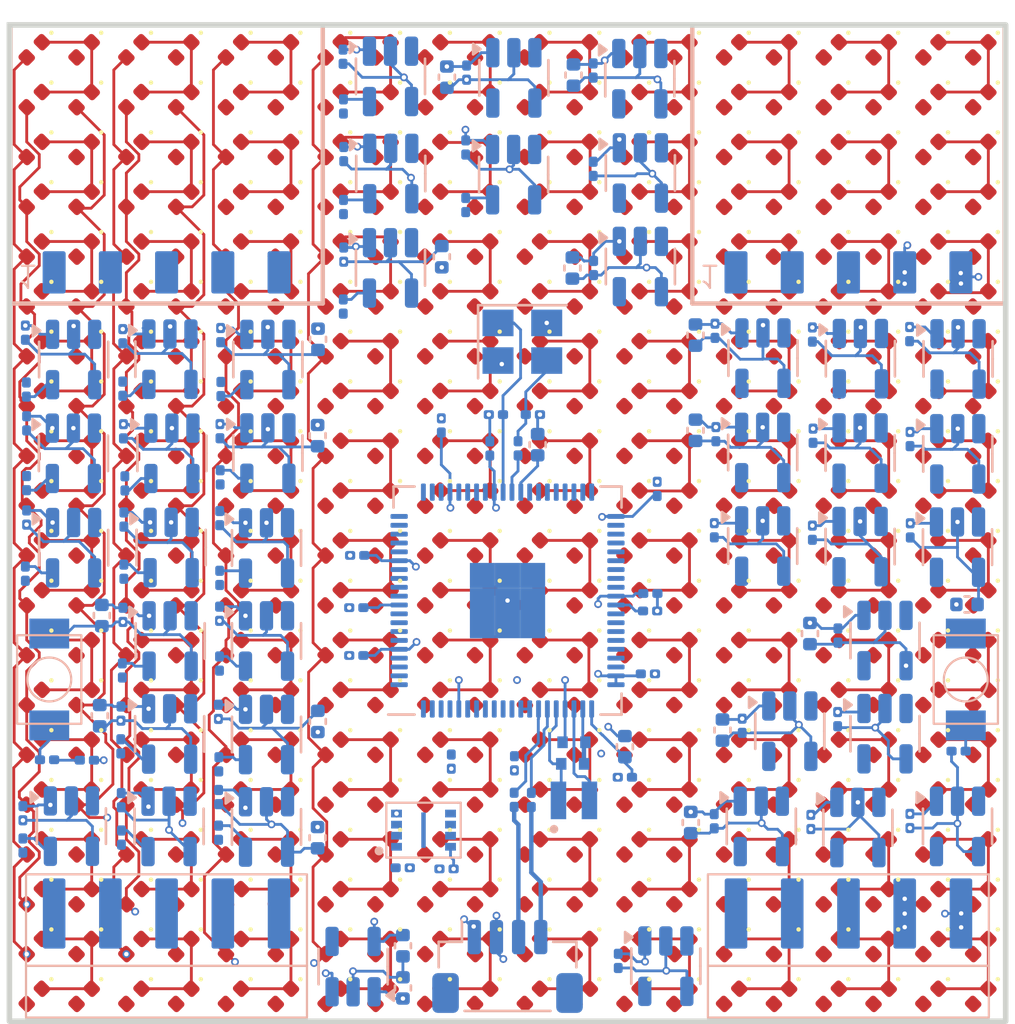
<source format=kicad_pcb>
(kicad_pcb (version 20241229) (generator "pcbnew") (generator_version "9.0")
  (layers (0 "F.Cu" mixed) (4 "In1.Cu" power) (6 "In2.Cu" power) (8 "In3.Cu" mixed) (10 "In4.Cu" mixed) (2 "B.Cu" mixed) (13 "F.Paste" user) (15 "B.Paste" user) (5 "F.SilkS" user "F.Silkscreen") (7 "B.SilkS" user "B.Silkscreen") (1 "F.Mask" user) (3 "B.Mask" user) (25 "Edge.Cuts" user))
  (net 0 "")
  (net 1 "GND")
  (net 2 "/panel_mcu/XIN")
  (net 3 "Net-(C2-Pad1)")
  (net 4 "+3V3")
  (net 5 "+1V1")
  (net 6 "/panel_mcu/VREG_AVDD")
  (net 7 "+5V")
  (net 8 "/drivers/ROW_00")
  (net 9 "Net-(D1-A)")
  (net 10 "/drivers/ROW_01")
  (net 11 "/drivers/ROW_02")
  (net 12 "/drivers/ROW_03")
  (net 13 "/drivers/ROW_04")
  (net 14 "Net-(D100-A)")
  (net 15 "/drivers/ROW_05")
  (net 16 "/drivers/ROW_06")
  (net 17 "/drivers/ROW_07")
  (net 18 "/drivers/ROW_08")
  (net 19 "/drivers/ROW_09")
  (net 20 "/drivers/ROW_10")
  (net 21 "/drivers/ROW_11")
  (net 22 "/drivers/ROW_12")
  (net 23 "/drivers/ROW_13")
  (net 24 "/drivers/ROW_14")
  (net 25 "/drivers/ROW_15")
  (net 26 "/drivers/ROW_16")
  (net 27 "/drivers/ROW_17")
  (net 28 "Net-(D181-A)")
  (net 29 "/drivers/ROW_18")
  (net 30 "/drivers/ROW_19")
  (net 31 "Net-(D21-A)")
  (net 32 "Net-(D41-A)")
  (net 33 "Net-(D61-A)")
  (net 34 "Net-(D101-A)")
  (net 35 "Net-(D121-A)")
  (net 36 "Net-(D141-A)")
  (net 37 "Net-(D161-A)")
  (net 38 "Net-(D201-A)")
  (net 39 "Net-(D221-A)")
  (net 40 "Net-(D241-A)")
  (net 41 "Net-(D261-A)")
  (net 42 "Net-(D281-A)")
  (net 43 "Net-(D301-A)")
  (net 44 "/panel_mcu/D-")
  (net 45 "/panel_mcu/D+")
  (net 46 "/panel_header/MOSI")
  (net 47 "/panel_header/MISO")
  (net 48 "/panel_header/SCK")
  (net 49 "/panel_header/CS2")
  (net 50 "/panel_header/CS0")
  (net 51 "/panel_header/CS4")
  (net 52 "/panel_header/CS1")
  (net 53 "/panel_header/EINT")
  (net 55 "/panel_mcu/VREG_LX")
  (net 56 "/panel_mcu/XIP_CS1n")
  (net 57 "Net-(R2-Pad1)")
  (net 58 "/panel_mcu/QSPI_SS")
  (net 59 "/panel_mcu/~{USB_BOOT}")
  (net 60 "/panel_mcu/XOUT")
  (net 61 "Net-(U2-USB_DP)")
  (net 62 "Net-(U2-USB_DM)")
  (net 63 "Net-(D321-A)")
  (net 64 "Net-(D341-A)")
  (net 65 "Net-(D361-A)")
  (net 66 "Net-(D381-A)")
  (net 67 "/drivers/COL_00")
  (net 68 "/drivers/COL_01")
  (net 69 "/drivers/COL_02")
  (net 70 "/drivers/COL_03")
  (net 71 "/drivers/COL_04")
  (net 72 "/drivers/COL_05")
  (net 73 "/drivers/COL_06")
  (net 74 "/drivers/COL_07")
  (net 75 "/drivers/COL_08")
  (net 76 "/drivers/COL_09")
  (net 77 "/drivers/COL_10")
  (net 78 "/drivers/COL_11")
  (net 79 "/drivers/COL_12")
  (net 80 "/drivers/COL_13")
  (net 81 "/panel_mcu/RUN")
  (net 82 "/panel_mcu/QSPI_SD2")
  (net 83 "/panel_mcu/QSPI_SD1")
  (net 84 "/panel_mcu/QSPI_SD3")
  (net 85 "/panel_mcu/QSPI_SCLK")
  (net 86 "/panel_mcu/QSPI_SD0")
  (net 87 "/drivers/COL_14")
  (net 88 "/drivers/COL_15")
  (net 89 "/drivers/COL_16")
  (net 90 "/drivers/COL_17")
  (net 91 "/drivers/COL_18")
  (net 92 "/drivers/COL_19")
  (net 94 "/drivers/ROW_MCU_09")
  (net 95 "/drivers/COL_MCU_12")
  (net 96 "/drivers/COL_MCU_17")
  (net 97 "/drivers/COL_MCU_11")
  (net 99 "/drivers/COL_MCU_02")
  (net 100 "/drivers/ROW_MCU_11")
  (net 102 "/drivers/COL_MCU_16")
  (net 103 "/drivers/COL_MCU_10")
  (net 104 "/drivers/ROW_MCU_07")
  (net 105 "/drivers/COL_MCU_14")
  (net 106 "/drivers/ROW_MCU_18")
  (net 107 "/drivers/ROW_MCU_10")
  (net 108 "/drivers/ROW_MCU_05")
  (net 109 "/drivers/COL_MCU_13")
  (net 110 "/drivers/COL_MCU_03")
  (net 111 "/drivers/ROW_MCU_06")
  (net 112 "/drivers/COL_MCU_07")
  (net 113 "/drivers/ROW_MCU_16")
  (net 114 "/drivers/ROW_MCU_02")
  (net 115 "/drivers/ROW_MCU_04")
  (net 116 "/drivers/ROW_MCU_08")
  (net 117 "/drivers/COL_MCU_15")
  (net 118 "/drivers/ROW_MCU_00")
  (net 119 "/drivers/COL_MCU_09")
  (net 120 "/drivers/COL_MCU_18")
  (net 121 "/drivers/COL_MCU_06")
  (net 122 "/drivers/COL_MCU_01")
  (net 124 "/drivers/COL_MCU_00")
  (net 125 "/drivers/ROW_MCU_14")
  (net 126 "/drivers/ROW_MCU_19")
  (net 127 "/drivers/ROW_MCU_12")
  (net 128 "/drivers/COL_MCU_05")
  (net 129 "/drivers/ROW_MCU_01")
  (net 130 "/drivers/COL_MCU_04")
  (net 132 "/drivers/ROW_MCU_03")
  (net 133 "/drivers/COL_MCU_08")
  (net 134 "/drivers/ROW_MCU_17")
  (net 135 "/drivers/ROW_MCU_15")
  (net 136 "/drivers/COL_MCU_19")
  (net 137 "/drivers/ROW_MCU_13")
  (footprint "panel_custom:LED_0402_1005Metric" (layer "F.Cu") (at 84.875 73.625 -135)
    (property "Reference" "D275" (hide yes))
    (property "Value" "LED" (hide yes))
  )
  (footprint "panel_custom:LED_0402_1005Metric" (layer "F.Cu") (at 55.625 62.375 -135)
    (property "Reference" "D58" (hide yes))
    (property "Value" "LED" (hide yes))
  )
  (footprint "panel_custom:LED_0402_1005Metric" (layer "F.Cu") (at 60.125 53.375 -135)
    (property "Reference" "D121" (hide yes))
    (property "Value" "LED" (hide yes))
  )
  (footprint "panel_custom:LED_0402_1005Metric" (layer "F.Cu") (at 71.375 89.375 -135)
    (property "Reference" "D229" (hide yes))
    (property "Value" "LED" (hide yes))
  )
  (footprint "panel_custom:LED_0402_1005Metric" (layer "F.Cu") (at 84.875 71.375 -135)
    (property "Reference" "D316" (hide yes))
    (property "Value" "LED" (hide yes))
  )
  (footprint "panel_custom:LED_0402_1005Metric" (layer "F.Cu") (at 75.875 80.375 -135)
    (property "Reference" "D234" (hide yes))
    (property "Value" "LED" (hide yes))
  )
  (footprint "panel_custom:LED_0402_1005Metric" (layer "F.Cu") (at 73.625 69.125 -135)
    (property "Reference" "D176" (hide yes))
    (property "Value" "LED" (hide yes))
  )
  (footprint "panel_custom:LED_0402_1005Metric" (layer "F.Cu") (at 55.625 51.125 -135)
    (property "Reference" "D20" (hide yes))
    (property "Value" "LED" (hide yes))
  )
  (footprint "panel_custom:LED_0402_1005Metric" (layer "F.Cu") (at 93.875 75.875 -135)
    (property "Reference" "D395" (hide yes))
    (property "Value" "LED" (hide yes))
  )
  (footprint "panel_custom:LED_0402_1005Metric" (layer "F.Cu") (at 66.875 89.375 -135)
    (property "Reference" "D152" (hide yes))
    (property "Value" "LED" (hide yes))
  )
  (footprint "panel_custom:LED_0402_1005Metric" (layer "F.Cu") (at 91.625 51.125 -135)
    (property "Reference" "D340" (hide yes))
    (property "Value" "LED" (hide yes))
  )
  (footprint "panel_custom:LED_0402_1005Metric" (layer "F.Cu") (at 87.125 55.625 -135)
    (property "Reference" "D322" (hide yes))
    (property "Value" "LED" (hide yes))
  )
  (footprint "panel_custom:LED_0402_1005Metric" (layer "F.Cu") (at 66.875 87.125 -135)
    (property "Reference" "D112" (hide yes))
    (property "Value" "LED" (hide yes))
  )
  (footprint "panel_custom:LED_0402_1005Metric" (layer "F.Cu") (at 73.625 82.625 -135)
    (property "Reference" "D173" (hide yes))
    (property "Value" "LED" (hide yes))
  )
  (footprint "panel_custom:LED_0402_1005Metric" (layer "F.Cu") (at 87.125 57.875 -135)
    (property "Reference" "D362" (hide yes))
    (property "Value" "LED" (hide yes))
  )
  (footprint "panel_custom:LED_0402_1005Metric" (layer "F.Cu") (at 91.625 73.625 -135)
    (property "Reference" "D335" (hide yes))
    (property "Value" "LED" (hide yes))
  )
  (footprint "panel_custom:LED_0402_1005Metric" (layer "F.Cu") (at 64.625 89.375 -135)
    (property "Reference" "D132" (hide yes))
    (property "Value" "LED" (hide yes))
  )
  (footprint "panel_custom:LED_0402_1005Metric" (layer "F.Cu") (at 91.625 82.625 -135)
    (property "Reference" "D333" (hide yes))
    (property "Value" "LED" (hide yes))
  )
  (footprint "panel_custom:LED_0402_1005Metric" (layer "F.Cu") (at 60.125 57.875 -135)
    (property "Reference" "D122" (hide yes))
    (property "Value" "LED" (hide yes))
  )
  (footprint "panel_custom:LED_0402_1005Metric" (layer "F.Cu") (at 71.375 51.125 -135)
    (property "Reference" "D181" (hide yes))
    (property "Value" "LED" (hide yes))
  )
  (footprint "panel_custom:LED_0402_1005Metric" (layer "F.Cu") (at 71.375 71.375 -135)
    (property "Reference" "D225" (hide yes))
    (property "Value" "LED" (hide yes))
  )
  (footprint "panel_custom:LED_0402_1005Metric" (layer "F.Cu") (at 53.375 82.625 -135)
    (property "Reference" "D28" (hide yes))
    (property "Value" "LED" (hide yes))
  )
  (footprint "panel_custom:LED_0402_1005Metric" (layer "F.Cu") (at 82.625 82.625 -135)
    (property "Reference" "D253" (hide yes))
    (property "Value" "LED" (hide yes))
  )
  (footprint "panel_custom:LED_0402_1005Metric" (layer "F.Cu") (at 82.625 75.875 -135)
    (property "Reference" "D295" (hide yes))
    (property "Value" "LED" (hide yes))
  )
  (footprint "panel_custom:LED_0402_1005Metric" (layer "F.Cu") (at 69.125 57.875 -135)
    (property "Reference" "D202" (hide yes))
    (property "Value" "LED" (hide yes))
  )
  (footprint "panel_custom:LED_0402_1005Metric" (layer "F.Cu") (at 69.125 62.375 -135)
    (property "Reference" "D203" (hide yes))
    (property "Value" "LED" (hide yes))
  )
  (footprint "panel_custom:LED_0402_1005Metric" (layer "F.Cu") (at 69.125 84.875 -135)
    (property "Reference" "D208" (hide yes))
    (property "Value" "LED" (hide yes))
  )
  (footprint "panel_custom:LED_0402_1005Metric" (layer "F.Cu") (at 80.375 80.375 -135)
    (property "Reference" "D307" (hide yes))
    (property "Value" "LED" (hide yes))
  )
  (footprint "panel_custom:LED_0402_1005Metric" (layer "F.Cu") (at 75.875 82.625 -135)
    (property "Reference" "D193" (hide yes))
    (property "Value" "LED" (hide yes))
  )
  (footprint "panel_custom:LED_0402_1005Metric" (layer "F.Cu") (at 82.625 78.125 -135)
    (property "Reference" "D254" (hide yes))
    (property "Value" "LED" (hide yes))
  )
  (footprint "panel_custom:LED_0402_1005Metric" (layer "F.Cu") (at 87.125 75.875 -135)
    (property "Reference" "D366" (hide yes))
    (property "Value" "LED" (hide yes))
  )
  (footprint "panel_custom:LED_0402_1005Metric" (layer "F.Cu") (at 75.875 73.625 -135)
    (property "Reference" "D195" (hide yes))
    (property "Value" "LED" (hide yes))
  )
  (footprint "panel_custom:LED_0402_1005Metric" (layer "F.Cu") (at 62.375 91.625 -135)
    (property "Reference" "D110" (hide yes))
    (property "Value" "LED" (hide yes))
  )
  (footprint "panel_custom:LED_0402_1005Metric" (layer "F.Cu") (at 64.625 80.375 -135)
    (property "Reference" "D134" (hide yes))
    (property "Value" "LED" (hide yes))
  )
  (footprint "panel_custom:LED_0402_1005Metric" (layer "F.Cu") (at 64.625 82.625 -135)
    (property "Reference" "D93" (hide yes))
    (property "Value" "LED" (hide yes))
  )
  (footprint "panel_custom:LED_0402_1005Metric" (layer "F.Cu") (at 55.625 53.375 -135)
    (property "Reference" "D60" (hide yes))
    (property "Value" "LED" (hide yes))
  )
  (footprint "panel_custom:LED_0402_1005Metric" (layer "F.Cu") (at 78.125 69.125 -135)
    (property "Reference" "D245" (hide yes))
    (property "Value" "LED" (hide yes))
  )
  (footprint "panel_custom:LED_0402_1005Metric" (layer "F.Cu") (at 87.125 51.125 -135)
    (property "Reference" "D321" (hide yes))
    (property "Value" "LED" (hide yes))
  )
  (footprint "panel_custom:LED_0402_1005Metric" (layer "F.Cu") (at 51.125 73.625 -135)
    (property "Reference" "D6" (hide yes))
    (property "Value" "LED" (hide yes))
  )
  (footprint "panel_custom:LED_0402_1005Metric" (layer "F.Cu") (at 57.875 64.625 -135)
    (property "Reference" "D37" (hide yes))
    (property "Value" "LED" (hide yes))
  )
  (footprint "panel_custom:LED_0402_1005Metric" (layer "F.Cu") (at 93.875 64.625 -135)
    (property "Reference" "D357" (hide yes))
    (property "Value" "LED" (hide yes))
  )
  (footprint "panel_custom:LED_0402_1005Metric" (layer "F.Cu") (at 64.625 84.875 -135)
    (property "Reference" "D133" (hide yes))
    (property "Value" "LED" (hide yes))
  )
  (footprint "panel_custom:LED_0402_1005Metric" (layer "F.Cu") (at 57.875 82.625 -135)
    (property "Reference" "D33" (hide yes))
    (property "Value" "LED" (hide yes))
  )
  (footprint "panel_custom:LED_0402_1005Metric" (layer "F.Cu") (at 91.625 60.125 -135)
    (property "Reference" "D338" (hide yes))
    (property "Value" "LED" (hide yes))
  )
  (footprint "panel_custom:LED_0402_1005Metric" (layer "F.Cu") (at 66.875 75.875 -135)
    (property "Reference" "D155" (hide yes))
    (property "Value" "LED" (hide yes))
  )
  (footprint "panel_custom:LED_0402_1005Metric" (layer "F.Cu") (at 71.375 55.625 -135)
    (property "Reference" "D182" (hide yes))
    (property "Value" "LED" (hide yes))
  )
  (footprint "panel_custom:LED_0402_1005Metric" (layer "F.Cu") (at 75.875 71.375 -135)
    (property "Reference" "D236" (hide yes))
    (property "Value" "LED" (hide yes))
  )
  (footprint "panel_custom:LED_0402_1005Metric" (layer "F.Cu") (at 75.875 75.875 -135)
    (property "Reference" "D235" (hide yes))
    (property "Value" "LED" (hide yes))
  )
  (footprint "panel_custom:LED_0402_1005Metric" (layer "F.Cu") (at 93.875 93.875 -135)
    (property "Reference" "D391" (hide yes))
    (property "Value" "LED" (hide yes))
  )
  (footprint "panel_custom:LED_0402_1005Metric" (layer "F.Cu") (at 60.125 84.875 -135)
    (property "Reference" "D128" (hide yes))
    (property "Value" "LED" (hide yes))
  )
  (footprint "panel_custom:LED_0402_1005Metric" (layer "F.Cu") (at 84.875 89.375 -135)
    (property "Reference" "D312" (hide yes))
    (property "Value" "LED" (hide yes))
  )
  (footprint "panel_custom:LED_0402_1005Metric" (layer "F.Cu") (at 60.125 69.125 -135)
    (property "Reference" "D85" (hide yes))
    (property "Value" "LED" (hide yes))
  )
  (footprint "panel_custom:LED_0402_1005Metric" (layer "F.Cu") (at 64.625 53.375 -135)
    (property "Reference" "D140" (hide yes))
    (property "Value" "LED" (hide yes))
  )
  (footprint "panel_custom:LED_0402_1005Metric" (layer "F.Cu") (at 71.375 69.125 -135)
    (property "Reference" "D185" (hide yes))
    (property "Value" "LED" (hide yes))
  )
  (footprint "panel_custom:LED_0402_1005Metric" (layer "F.Cu") (at 53.375 51.125 -135)
    (property "Reference" "D21" (hide yes))
    (property "Value" "LED" (hide yes))
  )
  (footprint "panel_custom:LED_0402_1005Metric" (layer "F.Cu") (at 55.625 57.875 -135)
    (property "Reference" "D59" (hide yes))
    (property "Value" "LED" (hide yes))
  )
  (footprint "panel_custom:LED_0402_1005Metric" (layer "F.Cu") (at 57.875 60.125 -135)
    (property "Reference" "D38" (hide yes))
    (property "Value" "LED" (hide yes))
  )
  (footprint "panel_custom:LED_0402_1005Metric" (layer "F.Cu") (at 71.375 84.875 -135)
    (property "Reference" "D228" (hide yes))
    (property "Value" "LED" (hide yes))
  )
  (footprint "panel_custom:LED_0402_1005Metric" (layer "F.Cu") (at 87.125 87.125 -135)
    (property "Reference" "D329" (hide yes))
    (property "Value" "LED" (hide yes))
  )
  (footprint "panel_custom:LED_0402_1005Metric" (layer "F.Cu") (at 64.625 55.625 -135)
    (property "Reference" "D99" (hide yes))
    (property "Value" "LED" (hide yes))
  )
  (footprint "panel_custom:LED_0402_1005Metric" (layer "F.Cu") (at 91.625 84.875 -135)
    (property "Reference" "D373" (hide yes))
    (property "Value" "LED" (hide yes))
  )
  (footprint "panel_custom:LED_0402_1005Metric" (layer "F.Cu") (at 91.625 75.875 -135)
    (property "Reference" "D375" (hide yes))
    (property "Value" "LED" (hide yes))
  )
  (footprint "panel_custom:LED_0402_1005Metric" (layer "F.Cu") (at 62.375 93.875 -135)
    (property "Reference" "D150" (hide yes))
    (property "Value" "LED" (hide yes))
  )
  (footprint "panel_custom:LED_0402_1005Metric" (layer "F.Cu") (at 75.875 53.375 -135)
    (property "Reference" "D240" (hide yes))
    (property "Value" "LED" (hide yes))
  )
  (footprint "panel_custom:LED_0402_1005Metric" (layer "F.Cu") (at 53.375 53.375 -135)
    (property "Reference" "D61" (hide yes))
    (property "Value" "LED" (hide yes))
  )
  (footprint "panel_custom:LED_0402_1005Metric" (layer "F.Cu") (at 93.875 53.375 -135)
    (property "Reference" "D400" (hide yes))
    (property "Value" "LED" (hide yes))
  )
  (footprint "panel_custom:LED_0402_1005Metric" (layer "F.Cu") (at 91.625 64.625 -135)
    (property "Reference" "D337" (hide yes))
    (property "Value" "LED" (hide yes))
  )
  (footprint "panel_custom:LED_0402_1005Metric" (layer "F.Cu") (at 82.625 57.875 -135)
    (property "Reference" "D299" (hide yes))
    (property "Value" "LED" (hide yes))
  )
  (footprint "panel_custom:LED_0402_1005Metric" (layer "F.Cu") (at 71.375 87.125 -135)
    (property "Reference" "D189" (hide yes))
    (property "Value" "LED" (hide yes))
  )
  (footprint "panel_custom:LED_0402_1005Metric" (layer "F.Cu") (at 53.375 71.375 -135)
    (property "Reference" "D65" (hide yes))
    (property "Value" "LED" (hide yes))
  )
  (footprint "panel_custom:LED_0402_1005Metric" (layer "F.Cu") (at 57.875 53.375 -135)
    (property "Reference" "D80" (hide yes))
    (property "Value" "LED" (hide yes))
  )
  (footprint "panel_custom:LED_0402_1005Metric" (layer "F.Cu") (at 89.375 53.375 -135)
    (property "Reference" "D381" (hide yes))
    (property "Value" "LED" (hide yes))
  )
  (footprint "panel_custom:LED_0402_1005Metric" (layer "F.Cu") (at 62.375 69.125 -135)
    (property "Reference" "D105" (hide yes))
    (property "Value" "LED" (hide yes))
  )
  (footprint "panel_custom:LED_0402_1005Metric" (layer "F.Cu") (at 53.375 57.875 -135)
    (property "Reference" "D62" (hide yes))
    (property "Value" "LED" (hide yes))
  )
  (footprint "panel_custom:LED_0402_1005Metric" (layer "F.Cu") (at 71.375 80.375 -135)
    (property "Reference" "D227" (hide yes))
    (property "Value" "LED" (hide yes))
  )
  (footprint "panel_custom:LED_0402_1005Metric" (layer "F.Cu") (at 71.375 93.875 -135)
    (property "Reference" "D230" (hide yes))
    (property "Value" "LED" (hide yes))
  )
  (footprint "panel_custom:LED_0402_1005Metric" (layer "F.Cu") (at 91.625 57.875 -135)
    (property "Reference" "D379" (hide yes))
    (property "Value" "LED" (hide yes))
  )
  (footprint "panel_custom:LED_0402_1005Metric" (layer "F.Cu") (at 93.875 69.125 -135)
    (property "Reference" "D356" (hide yes))
    (property "Value" "LED" (hide yes))
  )
  (footprint "panel_custom:LED_0402_1005Metric" (layer "F.Cu") (at 89.375 89.375 -135)
    (property "Reference" "D389" (hide yes))
    (property "Value" "LED" (hide yes))
  )
  (footprint "panel_custom:LED_0402_1005Metric" (layer "F.Cu") (at 69.125 60.125 -135)
    (property "Reference" "D163" (hide yes))
    (property "Value" "LED" (hide yes))
  )
  (footprint "panel_custom:LED_0402_1005Metric" (layer "F.Cu") (at 75.875 57.875 -135)
    (property "Reference" "D239" (hide yes))
    (property "Value" "LED" (hide yes))
  )
  (footprint "panel_custom:LED_0402_1005Metric" (layer "F.Cu") (at 62.375 62.375 -135)
    (property "Reference" "D143" (hide yes))
    (property "Value" "LED" (hide yes))
  )
  (footprint "panel_custom:LED_0402_1005Metric" (layer "F.Cu") (at 66.875 57.875 -135)
    (property "Reference" "D159" (hide yes))
    (property "Value" "LED" (hide yes))
  )
  (footprint "panel_custom:LED_0402_1005Metric" (layer "F.Cu") (at 53.375 60.125 -135)
    (property "Reference" "D23" (hide yes))
    (property "Value" "LED" (hide yes))
  )
  (footprint "panel_custom:LED_0402_1005Metric" (layer "F.Cu") (at 53.375 78.125 -135)
    (property "Reference" "D27" (hide yes))
    (property "Value" "LED" (hide yes))
  )
  (footprint "panel_custom:LED_0402_1005Metric" (layer "F.Cu") (at 89.375 62.375 -135)
    (property "Reference" "D383" (hide yes))
    (property "Value" "LED" (hide yes))
  )
  (footprint "panel_custom:LED_0402_1005Metric" (layer "F.Cu") (at 84.875 60.125 -135)
    (property "Reference" "D278" (hide yes))
    (property "Value" "LED" (hide yes))
  )
  (footprint "panel_custom:LED_0402_1005Metric" (layer "F.Cu") (at 91.625 78.125 -135)
    (property "Reference" "D334" (hide yes))
    (property "Value" "LED" (hide yes))
  )
  (footprint "panel_custom:LED_0402_1005Metric" (layer "F.Cu") (at 89.375 66.875 -135)
    (property "Reference" "D384" (hide yes))
    (property "Value" "LED" (hide yes))
  )
  (footprint "panel_custom:LED_0402_1005Metric" (layer "F.Cu") (at 84.875 69.125 -135)
    (property "Reference" "D276" (hide yes))
    (property "Value" "LED" (hide yes))
  )
  (footprint "panel_custom:LED_0402_1005Metric" (layer "F.Cu") (at 80.375 69.125 -135)
    (property "Reference" "D265" (hide yes))
    (property "Value" "LED" (hide yes))
  )
  (footprint "panel_custom:LED_0402_1005Metric" (layer "F.Cu") (at 93.875 87.125 -135)
    (property "Reference" "D352" (hide yes))
    (property "Value" "LED" (hide yes))
  )
  (footprint "panel_custom:LED_0402_1005Metric" (layer "F.Cu") (at 91.625 91.625 -135)
    (property "Reference" "D331" (hide yes))
    (property "Value" "LED" (hide yes))
  )
  (footprint "panel_custom:LED_0402_1005Metric" (layer "F.Cu") (at 82.625 53.375 -135)
    (property "Reference" "D300" (hide yes))
    (property "Value" "LED" (hide yes))
  )
  (footprint "panel_custom:LED_0402_1005Metric" (layer "F.Cu") (at 82.625 71.375 -135)
    (property "Reference" "D296" (hide yes))
    (property "Value" "LED" (hide yes))
  )
  (footprint "panel_custom:LED_0402_1005Metric" (layer "F.Cu") (at 53.375 75.875 -135)
    (property "Reference" "D66" (hide yes))
    (property "Value" "LED" (hide yes))
  )
  (footprint "panel_custom:LED_0402_1005Metric" (layer "F.Cu") (at 73.625 57.875 -135)
    (property "Reference" "D219" (hide yes))
    (property "Value" "LED" (hide yes))
  )
  (footprint "panel_custom:LED_0402_1005Metric" (layer "F.Cu") (at 82.625 64.625 -135)
    (property "Reference" "D257" (hide yes))
    (property "Value" "LED" (hide yes))
  )
  (footprint "panel_custom:LED_0402_1005Metric" (layer "F.Cu") (at 87.125 53.375 -135)
    (property "Reference" "D361" (hide yes))
    (property "Value" "LED" (hide yes))
  )
  (footprint "panel_custom:LED_0402_1005Metric" (layer "F.Cu") (at 93.875 80.375 -135)
    (property "Reference" "D394" (hide yes))
    (property "Value" "LED" (hide yes))
  )
  (footprint "panel_custom:LED_0402_1005Metric" (layer "F.Cu") (at 51.125 62.375 -135)
    (property "Reference" "D43" (hide yes))
    (property "Value" "LED" (hide yes))
  )
  (footprint "panel_custom:LED_0402_1005Metric" (layer "F.Cu") (at 71.375 78.125 -135)
    (property "Reference" "D187" (hide yes))
    (property "Value" "LED" (hide yes))
  )
  (footprint "panel_custom:LED_0402_1005Metric" (layer "F.Cu") (at 84.875 66.875 -135)
    (property "Reference" "D317" (hide yes))
    (property "Value" "LED" (hide yes))
  )
  (footprint "panel_custom:LED_0402_1005Metric" (layer "F.Cu") (at 69.125 75.875 -135)
    (property "Reference" "D206" (hide yes))
    (property "Value" "LED" (hide yes))
  )
  (footprint "panel_custom:LED_0402_1005Metric" (layer "F.Cu") (at 80.375 93.875 -135)
    (property "Reference" "D310" (hide yes))
    (property "Value" "LED" (hide yes))
  )
  (footprint "panel_custom:LED_0402_1005Metric" (layer "F.Cu") (at 57.875 89.375 -135)
    (property "Reference" "D72" (hide yes))
    (property "Value" "LED" (hide yes))
  )
  (footprint "panel_custom:LED_0402_1005Metric" (layer "F.Cu") (at 84.875 93.875 -135)
    (property "Reference" "D311" (hide yes))
    (property "Value" "LED" (hide yes))
  )
  (footprint "panel_custom:LED_0402_1005Metric" (layer "F.Cu") (at 89.375 84.875 -135)
    (property "Reference" "D388" (hide yes))
    (property "Value" "LED" (hide yes))
  )
  (footprint "panel_custom:LED_0402_1005Metric" (layer "F.Cu") (at 78.125 62.375 -135)
    (property "Reference" "D283" (hide yes))
    (property "Value" "LED" (hide yes))
  )
  (footprint "panel_custom:LED_0402_1005Metric" (layer "F.Cu") (at 51.125 75.875 -135)
    (property "Reference" "D46" (hide yes))
    (property "Value" "LED" (hide yes))
  )
  (footprint "panel_custom:LED_0402_1005Metric" (layer "F.Cu") (at 69.125 51.125 -135)
    (property "Reference" "D161" (hide yes))
    (property "Value" "LED" (hide yes))
  )
  (footprint "panel_custom:LED_0402_1005Metric" (layer "F.Cu") (at 51.125 60.125 -135)
    (property "Reference" "D3" (hide yes))
    (property "Value" "LED" (hide yes))
  )
  (footprint "panel_custom:LED_0402_1005Metric" (layer "F.Cu") (at 93.875 82.625 -135)
    (property "Reference" "D353" (hide yes))
    (property "Value" "LED" (hide yes))
  )
  (footprint "panel_custom:LED_0402_1005Metric" (layer "F.Cu") (at 71.375 82.625 -135)
    (property "Reference" "D188" (hide yes))
    (property "Value" "LED" (hide yes))
  )
  (footprint "panel_custom:LED_0402_1005Metric" (layer "F.Cu") (at 91.625 69.125 -135)
    (property "Reference" "D336" (hide yes))
    (property "Value" "LED" (hide yes))
  )
  (footprint "panel_custom:LED_0402_1005Metric" (layer "F.Cu") (at 57.875 73.625 -135)
    (property "Reference" "D35" (hide yes))
    (property "Value" "LED" (hide yes))
  )
  (footprint "panel_custom:LED_0402_1005Metric" (layer "F.Cu") (at 87.125 73.625 -135)
    (property "Reference" "D326" (hide yes))
    (property "Value" "LED" (hide yes))
  )
  (footprint "panel_custom:LED_0402_1005Metric" (layer "F.Cu") (at 60.125 71.375 -135)
    (property "Reference" "D125" (hide yes))
    (property "Value" "LED" (hide yes))
  )
  (footprint "panel_custom:LED_0402_1005Metric" (layer "F.Cu") (at 87.125 93.875 -135)
    (property "Reference" "D370" (hide yes))
    (property "Value" "LED" (hide yes))
  )
  (footprint "panel_custom:LED_0402_1005Metric" (layer "F.Cu") (at 51.125 57.875 -135)
    (property "Reference" "D42" (hide yes))
    (property "Value" "LED" (hide yes))
  )
  (footprint "panel_custom:LED_0402_1005Metric" (layer "F.Cu") (at 51.125 80.375 -135)
    (property "Reference" "D47" (hide yes))
    (property "Value" "LED" (hide yes))
  )
  (footprint "panel_custom:LED_0402_1005Metric" (layer "F.Cu") (at 84.875 51.125 -135)
    (property "Reference" "D280" (hide yes))
    (property "Value" "LED" (hide yes))
  )
  (footprint "panel_custom:LED_0402_1005Metric" (layer "F.Cu") (at 69.125 73.625 -135)
    (property "Reference" "D166" (hide yes))
    (property "Value" "LED" (hide yes))
  )
  (footprint "panel_custom:LED_0402_1005Metric" (layer "F.Cu") (at 89.375 75.875 -135)
    (property "Reference" "D386" (hide yes))
    (property "Value" "LED" (hide yes))
  )
  (footprint "panel_custom:LED_0402_1005Metric" (layer "F.Cu") (at 66.875 55.625 -135)
    (property "Reference" "D119" (hide yes))
    (property "Value" "LED" (hide yes))
  )
  (footprint "panel_custom:LED_0402_1005Metric" (layer "F.Cu") (at 55.625 93.875 -135)
    (property "Reference" "D51" (hide yes))
    (property "Value" "LED" (hide yes))
  )
  (footprint "panel_custom:LED_0402_1005Metric" (layer "F.Cu") (at 53.375 87.125 -135)
    (property "Reference" "D29" (hide yes))
    (property "Value" "LED" (hide yes))
  )
  (footprint "panel_custom:LED_0402_1005Metric" (layer "F.Cu") (at 57.875 84.875 -135)
    (property "Reference" "D73" (hide yes))
    (property "Value" "LED" (hide yes))
  )
  (footprint "panel_custom:LED_0402_1005Metric" (layer "F.Cu") (at 53.375 62.375 -135)
    (property "Reference" "D63" (hide yes))
    (property "Value" "LED" (hide yes))
  )
  (footprint "panel_custom:LED_0402_1005Metric" (layer "F.Cu") (at 84.875 82.625 -135)
    (property "Reference" "D273" (hide yes))
    (property "Value" "LED" (hide yes))
  )
  (footprint "panel_custom:LED_0402_1005Metric" (layer "F.Cu") (at 84.875 87.125 -135)
    (property "Reference" "D272" (hide yes))
    (property "Value" "LED" (hide yes))
  )
  (footprint "panel_custom:LED_0402_1005Metric" (layer "F.Cu") (at 78.125 84.875 -135)
    (property "Reference" "D288" (hide yes))
    (property "Value" "LED" (hide yes))
  )
  (footprint "panel_custom:LED_0402_1005Metric" (layer "F.Cu") (at 60.125 66.875 -135)
    (property "Reference" "D124" (hide yes))
    (property "Value" "LED" (hide yes))
  )
  (footprint "panel_custom:LED_0402_1005Metric" (layer "F.Cu") (at 57.875 71.375 -135)
    (property "Reference" "D76" (hide yes))
    (property "Value" "LED" (hide yes))
  )
  (footprint "panel_custom:LED_0402_1005Metric" (layer "F.Cu") (at 93.875 66.875 -135)
    (property "Reference" "D397" (hide yes))
    (property "Value" "LED" (hide yes))
  )
  (footprint "panel_custom:LED_0402_1005Metric" (layer "F.Cu") (at 55.625 60.125 -135)
    (property "Reference" "D18" (hide yes))
    (property "Value" "LED" (hide yes))
  )
  (footprint "panel_custom:LED_0402_1005Metric" (layer "F.Cu") (at 60.125 60.125 -135)
    (property "Reference" "D83" (hide yes))
    (property "Value" "LED" (hide yes))
  )
  (footprint "panel_custom:LED_0402_1005Metric" (layer "F.Cu") (at 51.125 71.375 -135)
    (property "Reference" "D45" (hide yes))
    (property "Value" "LED" (hide yes))
  )
  (footprint "panel_custom:LED_0402_1005Metric" (layer "F.Cu") (at 78.125 53.375 -135)
    (property "Reference" "D281" (hide yes))
    (property "Value" "LED" (hide yes))
  )
  (footprint "panel_custom:LED_0402_1005Metric" (layer "F.Cu") (at 55.625 66.875 -135)
    (property "Reference" "D57" (hide yes))
    (property "Value" "LED" (hide yes))
  )
  (footprint "panel_custom:LED_0402_1005Metric" (layer "F.Cu") (at 84.875 57.875 -135)
    (property "Reference" "D319" (hide yes))
    (property "Value" "LED" (hide yes))
  )
  (footprint "panel_custom:LED_0402_1005Metric" (layer "F.Cu") (at 82.625 55.625 -135)
    (property "Reference" "D259" (hide yes))
    (property "Value" "LED" (hide yes))
  )
  (footprint "panel_custom:LED_0402_1005Metric" (layer "F.Cu") (at 64.625 57.875 -135)
    (property "Reference" "D139" (hide yes))
    (property "Value" "LED" (hide yes))
  )
  (footprint "panel_custom:LED_0402_1005Metric" (layer "F.Cu") (at 62.375 53.375 -135)
    (property "Reference" "D141" (hide yes))
    (property "Value" "LED" (hide yes))
  )
  (footprint "panel_custom:LED_0402_1005Metric" (layer "F.Cu") (at 71.375 64.625 -135)
    (property "Reference" "D184" (hide yes))
    (property "Value" "LED" (hide yes))
  )
  (footprint "panel_custom:LED_0402_1005Metric" (layer "F.Cu") (at 93.875 71.375 -135)
    (property "Reference" "D396" (hide yes))
    (property "Value" "LED" (hide yes))
  )
  (footprint "panel_custom:LED_0402_1005Metric" (layer "F.Cu") (at 93.875 60.125 -135)
    (property "Reference" "D358" (hide yes))
    (property "Value" "LED" (hide yes))
  )
  (footprint "panel_custom:LED_0402_1005Metric" (layer "F.Cu") (at 69.125 55.625 -135)
    (property "Reference" "D162" (hide yes))
    (property "Value" "LED" (hide yes))
  )
  (footprint "panel_custom:LED_0402_1005Metric" (layer "F.Cu") (at 80.375 57.875 -135)
    (property "Reference" "D302" (hide yes))
    (property "Value" "LED" (hide yes))
  )
  (footprint "panel_custom:LED_0402_1005Metric" (layer "F.Cu") (at 62.375 55.625 -135)
    (property "Reference" "D102" (hide yes))
    (property "Value" "LED" (hide yes))
  )
  (footprint "panel_custom:LED_0402_1005Metric" (layer "F.Cu") (at 75.875 60.125 -135)
    (property "Reference" "D198" (hide yes))
    (property "Value" "LED" (hide yes))
  )
  (footprint "panel_custom:LED_0402_1005Metric" (layer "F.Cu") (at 93.875 62.375 -135)
    (property "Reference" "D398" (hide yes))
    (property "Value" "LED" (hide yes))
  )
  (footprint "panel_custom:LED_0402_1005Metric" (layer "F.Cu") (at 66.875 60.125 -135)
    (property "Reference" "D118" (hide yes))
    (property "Value" "LED" (hide yes))
  )
  (footprint "panel_custom:LED_0402_1005Metric" (layer "F.Cu") (at 78.125 93.875 -135)
    (property "Reference" "D290" (hide yes))
    (property "Value" "LED" (hide yes))
  )
  (footprint "panel_custom:LED_0402_1005Metric" (layer "F.Cu") (at 53.375 64.625 -135)
    (property "Reference" "D24" (hide yes))
    (property "Value" "LED" (hide yes))
  )
  (footprint "panel_custom:LED_0402_1005Metric" (layer "F.Cu") (at 55.625 87.125 -135)
    (property "Reference" "D12" (hide yes))
    (property "Value" "LED" (hide yes))
  )
  (footprint "panel_custom:LED_0402_1005Metric" (layer "F.Cu") (at 80.375 55.625 -135)
    (property "Reference" "D262" (hide yes))
    (property "Value" "LED" (hide yes))
  )
  (footprint "panel_custom:LED_0402_1005Metric" (layer "F.Cu") (at 82.625 60.125 -135)
    (property "Reference" "D258" (hide yes))
    (property "Value" "LED" (hide yes))
  )
  (footprint "panel_custom:LED_0402_1005Metric" (layer "F.Cu") (at 75.875 78.125 -135)
    (property "Reference" "D194" (hide yes))
    (property "Value" "LED" (hide yes))
  )
  (footprint "panel_custom:LED_0402_1005Metric" (layer "F.Cu") (at 82.625 89.375 -135)
    (property "Reference" "D292" (hide yes))
    (property "Value" "LED" (hide yes))
  )
  (footprint "panel_custom:LED_0402_1005Metric" (layer "F.Cu") (at 84.875 84.875 -135)
    (property "Reference" "D313" (hide yes))
    (property "Value" "LED" (hide yes))
  )
  (footprint "panel_custom:LED_0402_1005Metric" (layer "F.Cu") (at 87.125 80.375 -135)
    (property "Reference" "D367" (hide yes))
    (property "Value" "LED" (hide yes))
  )
  (footprint "panel_custom:LED_0402_1005Metric" (layer "F.Cu") (at 62.375 73.625 -135)
    (property "Reference" "D106" (hide yes))
    (property "Value" "LED" (hide yes))
  )
  (footprint "panel_custom:LED_0402_1005Metric" (layer "F.Cu") (at 60.125 87.125 -135)
    (property "Reference" "D89" (hide yes))
    (property "Value" "LED" (hide yes))
  )
  (footprint "panel_custom:LED_0402_1005Metric" (layer "F.Cu") (at 71.375 60.125 -135)
    (property "Reference" "D183" (hide yes))
    (property "Value" "LED" (hide yes))
  )
  (footprint "panel_custom:LED_0402_1005Metric" (layer "F.Cu") (at 51.125 91.625 -135)
    (property "Reference" "D10" (hide yes))
    (property "Value" "LED" (hide yes))
  )
  (footprint "panel_custom:LED_0402_1005Metric" (layer "F.Cu") (at 55.625 69.125 -135)
    (property "Reference" "D16" (hide yes))
    (property "Value" "LED" (hide yes))
  )
  (footprint "panel_custom:LED_0402_1005Metric" (layer "F.Cu") (at 64.625 60.125 -135)
    (property "Reference" "D98" (hide yes))
    (property "Value" "LED" (hide yes))
  )
  (footprint "panel_custom:LED_0402_1005Metric" (layer "F.Cu") (at 71.375 73.625 -135)
    (property "Reference" "D186" (hide yes))
    (property "Value" "LED" (hide yes))
  )
  (footprint "panel_custom:LED_0402_1005Metric" (layer "F.Cu") (at 64.625 75.875 -135)
    (property "Reference" "D135" (hide yes))
    (property "Value" "LED" (hide yes))
  )
  (footprint "panel_custom:LED_0402_1005Metric" (layer "F.Cu") (at 60.125 78.125 -135)
    (property "Reference" "D87" (hide yes))
    (property "Value" "LED" (hide yes))
  )
  (footprint "panel_custom:LED_0402_1005Metric" (layer "F.Cu") (at 57.875 55.625 -135)
    (property "Reference" "D39" (hide yes))
    (property "Value" "LED" (hide yes))
  )
  (footprint "panel_custom:LED_0402_1005Metric" (layer "F.Cu") (at 62.375 66.875 -135)
    (property "Reference" "D144" (hide yes))
    (property "Value" "LED" (hide yes))
  )
  (footprint "panel_custom:LED_0402_1005Metric" (layer "F.Cu") (at 60.125 62.375 -135)
    (property "Reference" "D123" (hide yes))
    (property "Value" "LED" (hide yes))
  )
  (footprint "panel_custom:LED_0402_1005Metric" (layer "F.Cu") (at 69.125 80.375 -135)
    (property "Reference" "D207" (hide yes))
    (property "Value" "LED" (hide yes))
  )
  (footprint "panel_custom:LED_0402_1005Metric" (layer "F.Cu") (at 75.875 87.125 -135)
    (property "Reference" "D192" (hide yes))
    (property "Value" "LED" (hide yes))
  )
  (footprint "panel_custom:LED_0402_1005Metric" (layer "F.Cu") (at 84.875 91.625 -135)
    (property "Reference" "D271" (hide yes))
    (property "Value" "LED" (hide yes))
  )
  (footprint "panel_custom:LED_0402_1005Metric" (layer "F.Cu") (at 78.125 60.125 -135)
    (property "Reference" "D243" (hide yes))
    (property "Value" "LED" (hide yes))
  )
  (footprint "panel_custom:LED_0402_1005Metric" (layer "F.Cu") (at 57.875 87.125 -135)
    (property "Reference" "D32" (hide yes))
    (property "Value" "LED" (hide yes))
  )
  (footprint "panel_custom:LED_0402_1005Metric" (layer "F.Cu") (at 78.125 51.125 -135)
    (property "Reference" "D241" (hide yes))
    (property "Value" "LED" (hide yes))
  )
  (footprint "panel_custom:LED_0402_1005Metric" (layer "F.Cu") (at 87.125 69.125 -135)
    (property "Reference" "D325" (hide yes))
    (property "Value" "LED" (hide yes))
  )
  (footprint "panel_custom:LED_0402_1005Metric" (layer "F.Cu") (at 66.875 82.625 -135)
    (property "Reference" "D113" (hide yes))
    (property "Value" "LED" (hide yes))
  )
  (footprint "panel_custom:LED_0402_1005Metric" (layer "F.Cu") (at 87.125 64.625 -135)
    (property "Reference" "D324" (hide yes))
    (property "Value" "LED" (hide yes))
  )
  (footprint "panel_custom:LED_0402_1005Metric" (layer "F.Cu") (at 55.625 64.625 -135)
    (property "Reference" "D17" (hide yes))
    (property "Value" "LED" (hide yes))
  )
  (footprint "panel_custom:LED_0402_1005Metric" (layer "F.Cu") (at 78.125 82.625 -135)
    (property "Reference" "D248" (hide yes))
    (property "Value" "LED" (hide yes))
  )
  (footprint "panel_custom:LED_0402_1005Metric" (layer "F.Cu") (at 73.625 71.375 -135)
    (property "Reference" "D216" (hide yes))
    (property "Value" "LED" (hide yes))
  )
  (footprint "panel_custom:LED_0402_1005Metric" (layer "F.Cu") (at 51.125 69.125 -135)
    (property "Reference" "D5" (hide yes))
    (property "Value" "LED" (hide yes))
  )
  (footprint "panel_custom:LED_0402_1005Metric" (layer "F.Cu") (at 71.375 57.875 -135)
    (property "Reference" "D222" (hide yes))
    (property "Value" "LED" (hide yes))
  )
  (footprint "panel_custom:LED_0402_1005Metric" (layer "F.Cu") (at 53.375 89.375 -135)
    (property "Reference" "D69" (hide yes))
    (property "Value" "LED" (hide yes))
  )
  (footprint "panel_custom:LED_0402_1005Metric" (layer "F.Cu") (at 73.625 55.625 -135)
    (property "Reference" "D179" (hide yes))
    (property "Value" "LED" (hide yes))
  )
  (footprint "panel_custom:LED_0402_1005Metric" (layer "F.Cu") (at 82.625 91.625 -135)
    (property "Reference" "D251" (hide yes))
    (property "Value" "LED" (hide yes))
  )
  (footprint "panel_custom:LED_0402_1005Metric" (layer "F.Cu") (at 71.375 66.875 -135)
    (property "Reference" "D224" (hide yes))
    (property "Value" "LED" (hide yes))
  )
  (footprint "panel_custom:LED_0402_1005Metric" (layer "F.Cu") (at 55.625 84.875 -135)
    (property "Reference" "D53" (hide yes))
    (property "Value" "LED" (hide yes))
  )
  (footprint "panel_custom:LED_0402_1005Metric" (layer "F.Cu") (at 87.125 71.375 -135)
    (property "Reference" "D365" (hide yes))
    (property "Value" "LED" (hide yes))
  )
  (footprint "panel_custom:LED_0402_1005Metric" (layer "F.Cu") (at 71.375 62.375 -135)
    (property "Reference" "D223" (hide yes))
    (property "Value" "LED" (hide yes))
  )
  (footprint "panel_custom:LED_0402_1005Metric" (layer "F.Cu") (at 51.125 78.125 -135)
    (property "Reference" "D7" (hide yes))
    (property "Value" "LED" (hide yes))
  )
  (footprint "panel_custom:LED_0402_1005Metric" (layer "F.Cu") (at 51.125 84.875 -135)
    (property "Reference" "D48" (hide yes))
    (property "Value" "LED" (hide yes))
  )
  (footprint "panel_custom:LED_0402_1005Metric" (layer "F.Cu") (at 55.625 71.375 -135)
    (property "Reference" "D56" (hide yes))
    (property "Value" "LED" (hide yes))
  )
  (footprint "panel_custom:LED_0402_1005Metric" (layer "F.Cu") (at 89.375 71.375 -135)
    (property "Reference" "D385" (hide yes))
    (property "Value" "LED" (hide yes))
  )
  (footprint "panel_custom:LED_0402_1005Metric" (layer "F.Cu") (at 71.375 91.625 -135)
    (property "Reference" "D190" (hide yes))
    (property "Value" "LED" (hide yes))
  )
  (footprint "panel_custom:LED_0402_1005Metric" (layer "F.Cu") (at 64.625 64.625 -135)
    (property "Reference" "D97" (hide yes))
    (property "Value" "LED" (hide yes))
  )
  (footprint "panel_custom:LED_0402_1005Metric" (layer "F.Cu") (at 53.375 84.875 -135)
    (property "Reference" "D68" (hide yes))
    (property "Value" "LED" (hide yes))
  )
  (footprint "panel_custom:LED_0402_1005Metric" (layer "F.Cu") (at 82.625 69.125 -135)
    (property "Reference" "D256" (hide yes))
    (property "Value" "LED" (hide yes))
  )
  (footprint "panel_custom:LED_0402_1005Metric" (layer "F.Cu") (at 80.375 51.125 -135)
    (property "Reference" "D261" (hide yes))
    (property "Value" "LED" (hide yes))
  )
  (footprint "panel_custom:LED_0402_1005Metric" (layer "F.Cu") (at 55.625 75.875 -135)
    (property "Reference" "D55" (hide yes))
    (property "Value" "LED" (hide yes))
  )
  (footprint "panel_custom:LED_0402_1005Metric" (layer "F.Cu") (at 73.625 75.875 -135)
    (property "Reference" "D215" (hide yes))
    (property "Value" "LED" (hide yes))
  )
  (footprint "panel_custom:LED_0402_1005Metric" (layer "F.Cu") (at 93.875 51.125 -135)
    (property "Reference" "D360" (hide yes))
    (property "Value" "LED" (hide yes))
  )
  (footprint "panel_custom:LED_0402_1005Metric" (layer "F.Cu") (at 78.125 75.875 -135)
    (property "Reference" "D286" (hide yes))
    (property "Value" "LED" (hide yes))
  )
  (footprint "panel_custom:LED_0402_1005Metric" (layer "F.Cu") (at 89.375 57.875 -135)
    (property "Reference" "D382" (hide yes))
    (property "Value" "LED" (hide yes))
  )
  (footprint "panel_custom:LED_0402_1005Metric" (layer "F.Cu") (at 57.875 80.375 -135)
    (property "Reference" "D74" (hide yes))
    (property "Value" "LED" (hide yes))
  )
  (footprint "panel_custom:LED_0402_1005Metric" (layer "F.Cu") (at 62.375 57.875 -135)
    (property "Reference" "D142" (hide yes))
    (property "Value" "LED" (hide yes))
  )
  (footprint "panel_custom:LED_0402_1005Metric" (layer "F.Cu") (at 62.375 80.375 -135)
    (property "Reference" "D147" (hide yes))
    (property "Value" "LED" (hide yes))
  )
  (footprint "panel_custom:LED_0402_1005Metric" (layer "F.Cu") (at 75.875 84.875 -135)
    (property "Reference" "D233" (hide yes))
    (property "Value" "LED" (hide yes))
  )
  (footprint "panel_custom:LED_0402_1005Metric" (layer "F.Cu") (at 78.125 71.375 -135)
    (property "Reference" "D285" (hide yes))
    (property "Value" "LED" (hide yes))
  )
  (footprint "panel_custom:LED_0402_1005Metric" (layer "F.Cu") (at 53.375 66.875 -135)
    (property "Reference" "D64" (hide yes))
    (property "Value" "LED" (hide yes))
  )
  (footprint "panel_custom:LED_0402_1005Metric" (layer "F.Cu") (at 51.125 51.125 -135)
    (property "Reference" "D1" (hide yes))
    (property "Value" "LED_T0" (hide yes))
  )
  (footprint "panel_custom:LED_0402_1005Metric" (layer "F.Cu") (at 64.625 71.375 -135)
    (property "Reference" "D136" (hide yes))
    (property "Value" "LED" (hide yes))
  )
  (footprint "panel_custom:LED_0402_1005Metric" (layer "F.Cu") (at 91.625 66.875 -135)
    (property "Reference" "D377" (hide yes))
    (property "Value" "LED" (hide yes))
  )
  (footprint "panel_custom:LED_0402_1005Metric" (layer "F.Cu") (at 82.625 73.625 -135)
    (property "Reference" "D255" (hide yes))
    (property "Value" "LED" (hide yes))
  )
  (footprint "panel_custom:LED_0402_1005Metric" (layer "F.Cu") (at 60.125 89.375 -135)
    (property "Reference" "D129" (hide yes))
    (property "Value" "LED" (hide yes))
  )
  (footprint "panel_custom:LED_0402_1005Metric" (layer "F.Cu") (at 73.625 93.875 -135)
    (property "Reference" "D211" (hide yes))
    (property "Value" "LED" (hide yes))
  )
  (footprint "panel_custom:LED_0402_1005Metric" (layer "F.Cu") (at 51.125 89.375 -135)
    (property "Reference" "D49" (hide yes))
    (property "Value" "LED" (hide yes))
  )
  (footprint "panel_custom:LED_0402_1005Metric" (layer "F.Cu") (at 66.875 91.625 -135)
    (property "Reference" "D111" (hide yes))
    (property "Value" "LED" (hide yes))
  )
  (footprint "panel_custom:LED_0402_1005Metric" (layer "F.Cu") (at 66.875 64.625 -135)
    (property "Reference" "D117" (hide yes))
    (property "Value" "LED" (hide yes))
  )
  (footprint "panel_custom:LED_0402_1005Metric" (layer "F.Cu") (at 66.875 84.875 -135)
    (property "Reference" "D153" (hide yes))
    (property "Value" "LED" (hide yes))
  )
  (footprint "panel_custom:LED_0402_1005Metric" (layer "F.Cu") (at 64.625 73.625 -135)
    (property "Reference" "D95" (hide yes))
    (property "Value" "LED" (hide yes))
  )
  (footprint "panel_custom:LED_0402_1005Metric" (layer "F.Cu") (at 60.125 93.875 -135)
    (property "Reference" "D130" (hide yes))
    (property "Value" "LED" (hide yes))
  )
  (footprint "panel_custom:LED_0402_1005Metric" (layer "F.Cu") (at 62.375 60.125 -135)
    (property "Reference" "D103" (hide yes))
    (property "Value" "LED" (hide yes))
  )
  (footprint "panel_custom:LED_0402_1005Metric" (layer "F.Cu") (at 78.125 55.625 -135)
    (property "Reference" "D242" (hide yes))
    (property "Value" "LED" (hide yes))
  )
  (footprint "panel_custom:LED_0402_1005Metric" (layer "F.Cu") (at 51.125 82.625 -135)
    (property "Reference" "D8" (hide yes))
    (property "Value" "LED" (hide yes))
  )
  (footprint "panel_custom:LED_0402_1005Metric" (layer "F.Cu") (at 78.125 57.875 -135)
    (property "Reference" "D282" (hide yes))
    (property "Value" "LED" (hide yes))
  )
  (footprint "panel_custom:LED_0402_1005Metric" (layer "F.Cu") (at 89.375 55.625 -135)
    (property "Reference" "D342" (hide yes))
    (property "Value" "LED" (hide yes))
  )
  (footprint "panel_custom:LED_0402_1005Metric" (layer "F.Cu") (at 93.875 73.625 -135)
    (property "Reference" "D355" (hide yes))
    (property "Value" "LED" (hide yes))
  )
  (footprint "panel_custom:LED_0402_1005Metric" (layer "F.Cu") (at 84.875 75.875 -135)
    (property "Reference" "D315" (hide yes))
    (property "Value" "LED" (hide yes))
  )
  (footprint "panel_custom:LED_0402_1005Metric" (layer "F.Cu") (at 62.375 71.375 -135)
    (property "Reference" "D145" (hide yes))
    (property "Value" "LED" (hide yes))
  )
  (footprint "panel_custom:LED_0402_1005Metric" (layer "F.Cu") (at 51.125 55.625 -135)
    (property "Reference" "D2" (hide yes))
    (property "Value" "LED" (hide yes))
  )
  (footprint "panel_custom:LED_0402_1005Metric" (layer "F.Cu") (at 73.625 89.375 -135)
    (property "Reference" "D212" (hide yes))
    (property "Value" "LED" (hide yes))
  )
  (footprint "panel_custom:LED_0402_1005Metric" (layer "F.Cu") (at 80.375 71.375 -135)
    (property "Reference" "D305" (hide yes))
    (property "Value" "LED" (hide yes))
  )
  (footprint "panel_custom:LED_0402_1005Metric" (layer "F.Cu") (at 60.125 55.625 -135)
    (property "Reference" "D82" (hide yes))
    (property "Value" "LED" (hide yes))
  )
  (footprint "panel_custom:LED_0402_1005Metric" (layer "F.Cu") (at 73.625 62.375 -135)
    (property "Reference" "D218" (hide yes))
    (property "Value" "LED" (hide yes))
  )
  (footprint "panel_custom:LED_0402_1005Metric" (layer "F.Cu") (at 69.125 69.125 -135)
    (property "Reference" "D165" (hide yes))
    (property "Value" "LED" (hide yes))
  )
  (footprint "panel_custom:LED_0402_1005Metric" (layer "F.Cu") (at 84.875 64.625 -135)
    (property "Reference" "D277" (hide yes))
    (property "Value" "LED" (hide yes))
  )
  (footprint "panel_custom:LED_0402_1005Metric" (layer "F.Cu") (at 75.875 64.625 -135)
    (property "Reference" "D197" (hide yes))
    (property "Value" "LED" (hide yes))
  )
  (footprint "panel_custom:LED_0402_1005Metric" (layer "F.Cu") (at 57.875 93.875 -135)
    (property "Reference" "D71" (hide yes))
    (property "Value" "LED" (hide yes))
  )
  (footprint "panel_custom:LED_0402_1005Metric" (layer "F.Cu") (at 62.375 78.125 -135)
    (property "Reference" "D107" (hide yes))
    (property "Value" "LED" (hide yes))
  )
  (footprint "panel_custom:LED_0402_1005Metric" (layer "F.Cu") (at 75.875 69.125 -135)
    (property "Reference" "D196" (hide yes))
    (property "Value" "LED" (hide yes))
  )
  (footprint "panel_custom:LED_0402_1005Metric" (layer "F.Cu") (at 60.125 82.625 -135)
    (property "Reference" "D88" (hide yes))
    (property "Value" "LED" (hide yes))
  )
  (footprint "panel_custom:LED_0402_1005Metric" (layer "F.Cu") (at 69.125 64.625 -135)
    (property "Reference" "D164" (hide yes))
    (property "Value" "LED" (hide yes))
  )
  (footprint "panel_custom:LED_0402_1005Metric" (layer "F.Cu") (at 60.125 51.125 -135)
    (property "Reference" "D81" (hide yes))
    (property "Value" "LED" (hide yes))
  )
  (footprint "panel_custom:LED_0402_1005Metric" (layer "F.Cu") (at 78.125 66.875 -135)
    (property "Reference" "D284" (hide yes))
    (property "Value" "LED" (hide yes))
  )
  (footprint "panel_custom:LED_0402_1005Metric" (layer "F.Cu") (at 69.125 93.875 -135)
    (property "Reference" "D210" (hide yes))
    (property "Value" "LED" (hide yes))
  )
  (footprint "panel_custom:LED_0402_1005Metric" (layer "F.Cu") (at 51.125 93.875 -135)
    (property "Reference" "D50" (hide yes))
    (property "Value" "LED" (hide yes))
  )
  (footprint "panel_custom:LED_0402_1005Metric" (layer "F.Cu") (at 75.875 91.625 -135)
    (property "Reference" "D191" (hide yes))
    (property "Value" "LED" (hide yes))
  )
  (footprint "panel_custom:LED_0402_1005Metric" (layer "F.Cu") (at 80.375 75.875 -135)
    (property "Reference" "D306" (hide yes))
    (property "Value" "LED" (hide yes))
  )
  (footprint "panel_custom:LED_0402_1005Metric" (layer "F.Cu") (at 89.375 91.625 -135)
    (property "Reference" "D350" (hide yes))
    (property "Value" "LED" (hide yes))
  )
  (footprint "panel_custom:LED_0402_1005Metric" (layer "F.Cu") (at 73.625 51.125 -135)
    (property "Reference" "D180" (hide yes))
    (property "Value" "LED" (hide yes))
  )
  (footprint "panel_custom:LED_0402_1005Metric" (layer "F.Cu") (at 66.875 73.625 -135)
    (property "Reference" "D115" (hide yes))
    (property "Value" "LED" (hide yes))
  )
  (footprint "panel_custom:LED_0402_1005Metric" (layer "F.Cu") (at 55.625 78.125 -135)
    (property "Reference" "D14" (hide yes))
    (property "Value" "LED" (hide yes))
  )
  (footprint "panel_custom:LED_0402_1005Metric" (layer "F.Cu") (at 87.125 84.875 -135)
    (property "Reference" "D368" (hide yes))
    (property "Value" "LED" (hide yes))
  )
  (footprint "panel_custom:LED_0402_1005Metric" (layer "F.Cu") (at 75.875 55.625 -135)
    (property "Reference" "D199" (hide yes))
    (property "Value" "LED" (hide yes))
  )
  (footprint "panel_custom:LED_0402_1005Metric" (layer "F.Cu") (at 57.875 57.875 -135)
    (property "Reference" "D79" (hide yes))
    (property "Value" "LED" (hide yes))
  )
  (footprint "panel_custom:LED_0402_1005Metric" (layer "F.Cu") (at 57.875 69.125 -135)
    (property "Reference" "D36" (hide yes))
    (property "Value" "LED" (hide yes))
  )
  (footprint "panel_custom:LED_0402_1005Metric" (layer "F.Cu") (at 84.875 55.625 -135)
    (property "Reference" "D279" (hide yes))
    (property "Value" "LED" (hide yes))
  )
  (footprint "panel_custom:LED_0402_1005Metric" (layer "F.Cu") (at 87.125 82.625 -135)
    (property "Reference" "D328" (hide yes))
    (property "Value" "LED" (hide yes))
  )
  (footprint "panel_custom:LED_0402_1005Metric" (layer "F.Cu") (at 71.375 53.375 -135)
    (property "Reference" "D221" (hide yes))
    (property "Value" "LED" (hide yes))
  )
  (footprint "panel_custom:LED_0402_1005Metric" (layer "F.Cu") (at 91.625 62.375 -135)
    (property "Reference" "D378" (hide yes))
    (property "Value" "LED" (hide yes))
  )
  (footprint "panel_custom:LED_0402_1005Metric" (layer "F.Cu") (at 87.125 91.625 -135)
    (property "Reference" "D330" (hide yes))
    (property "Value" "LED" (hide yes))
  )
  (footprint "panel_custom:LED_0402_1005Metric" (layer "F.Cu") (at 93.875 84.875 -135)
    (property "Reference" "D393" (hide yes))
    (property "Value" "LED" (hide yes))
  )
  (footprint "panel_custom:LED_0402_1005Metric" (layer "F.Cu") (at 91.625 89.375 -135)
    (property "Reference" "D372" (hide yes))
    (property "Value" "LED" (hide yes))
  )
  (footprint "panel_custom:LED_0402_1005Metric" (layer "F.Cu") (at 55.625 55.625 -135)
    (property "Reference" "D19" (hide yes))
    (property "Value" "LED" (hide yes))
  )
  (footprint "panel_custom:LED_0402_1005Metric" (layer "F.Cu") (at 62.375 89.375 -135)
    (property "Reference" "D149" (hide yes))
    (property "Value" "LED" (hide yes))
  )
  (footprint "panel_custom:LED_0402_1005Metric" (layer "F.Cu") (at 60.125 73.625 -135)
    (property "Reference" "D86" (hide yes))
    (property "Value" "LED" (hide yes))
  )
  (footprint "panel_custom:LED_0402_1005Metric" (layer "F.Cu") (at 80.375 53.375 -135)
    (property "Reference" "D301" (hide yes))
    (property "Value" "LED" (hide yes))
  )
  (footprint "panel_custom:LED_0402_1005Metric" (layer "F.Cu") (at 73.625 80.375 -135)
    (property "Reference" "D214" (hide yes))
    (property "Value" "LED" (hide yes))
  )
  (footprint "panel_custom:LED_0402_1005Metric" (layer "F.Cu") (at 64.625 66.875 -135)
    (property "Reference" "D137" (hide yes))
    (property "Value" "LED" (hide yes))
  )
  (footprint "panel_custom:LED_0402_1005Metric" (layer "F.Cu") (at 73.625 87.125 -135)
    (property "Reference" "D172" (hide yes))
    (property "Value" "LED" (hide yes))
  )
  (footprint "panel_custom:LED_0402_1005Metric" (layer "F.Cu") (at 57.875 75.875 -135)
    (property "Reference" "D75" (hide yes))
    (property "Value" "LED" (hide yes))
  )
  (footprint "panel_custom:LED_0402_1005Metric" (layer "F.Cu") (at 73.625 84.875 -135)
    (property "Reference" "D213" (hide yes))
    (property "Value" "LED" (hide yes))
  )
  (footprint "panel_custom:LED_0402_1005Metric" (layer "F.Cu") (at 66.875 51.125 -135)
    (property "Reference" "D120" (hide yes))
    (property "Value" "LED" (hide yes))
  )
  (footprint "panel_custom:LED_0402_1005Metric" (layer "F.Cu") (at 82.625 66.875 -135)
    (property "Reference" "D297" (hide yes))
    (property "Value" "LED" (hide yes))
  )
  (footprint "panel_custom:LED_0402_1005Metric" (layer "F.Cu") (at 87.125 62.375 -135)
    (property "Reference" "D363" (hide yes))
    (property "Value" "LED" (hide yes))
  )
  (footprint "panel_custom:LED_0402_1005Metric" (layer "F.Cu") (at 82.625 80.375 -135)
    (property "Reference" "D294" (hide yes))
    (property "Value" "LED" (hide yes))
  )
  (footprint "panel_custom:LED_0402_1005Metric" (layer "F.Cu") (at 64.625 93.875 -135)
    (property "Reference" "D131" (hide yes))
    (property "Value" "LED" (hide yes))
  )
  (footprint "panel_custom:LED_0402_1005Metric" (layer "F.Cu") (at 73.625 64.625 -135)
    (property "Reference" "D177" (hide yes))
    (property "Value" "LED" (hide yes))
  )
  (footprint "panel_custom:LED_0402_1005Metric" (layer "F.Cu") (at 64.625 91.625 -135)
    (property "Reference" "D91" (hide yes))
    (property "Value" "LED" (hide yes))
  )
  (footprint "panel_custom:LED_0402_1005Metric" (layer "F.Cu") (at 80.375 91.625 -135)
    (property "Reference" "D270" (hide yes))
    (property "Value" "LED" (hide yes))
  )
  (footprint "panel_custom:LED_0402_1005Metric" (layer "F.Cu") (at 82.625 62.375 -135)
    (property "Reference" "D298" (hide yes))
    (property "Value" "LED" (hide yes))
  )
  (footprint "panel_custom:LED_0402_1005Metric" (layer "F.Cu") (at 55.625 89.375 -135)
    (property "Reference" "D52" (hide yes))
    (property "Value" "LED" (hide yes))
  )
  (footprint "panel_custom:LED_0402_1005Metric" (layer "F.Cu") (at 91.625 93.875 -135)
    (property "Reference" "D371" (hide yes))
    (property "Value" "LED" (hide yes))
  )
  (footprint "panel_custom:LED_0402_1005Metric" (layer "F.Cu") (at 89.375 73.625 -135)
    (property "Reference" "D346" (hide yes))
    (property "Value" "LED" (hide yes))
  )
  (footprint "panel_custom:LED_0402_1005Metric" (layer "F.Cu") (at 69.125 53.375 -135)
    (property "Reference" "D201" (hide yes))
    (property "Value" "LED" (hide yes))
  )
  (footprint "panel_custom:LED_0402_1005Metric" (layer "F.Cu") (at 57.875 62.375 -135)
    (property "Reference" "D78" (hide yes))
    (property "Value" "LED" (hide yes))
  )
  (footprint "panel_custom:LED_0402_1005Metric" (layer "F.Cu") (at 78.125 80.375 -135)
    (property "Reference" "D287" (hide yes))
    (property "Value" "LED" (hide yes))
  )
  (footprint "panel_custom:LED_0402_1005Metric" (layer "F.Cu") (at 80.375 78.125 -135)
    (property "Reference" "D267" (hide yes))
    (property "Value" "LED" (hide yes))
  )
  (footprint "panel_custom:LED_0402_1005Metric" (layer "F.Cu") (at 53.375 93.875 -135)
    (property "Reference" "D70" (hide yes))
    (property "Value" "LED" (hide yes))
  )
  (footprint "panel_custom:LED_0402_1005Metric" (layer "F.Cu") (at 73.625 53.375 -135)
    (property "Reference" "D220" (hide yes))
    (property "Value" "LED" (hide yes))
  )
  (footprint "panel_custom:LED_0402_1005Metric" (layer "F.Cu") (at 73.625 73.625 -135)
    (property "Reference" "D175" (hide yes))
    (property "Value" "LED" (hide yes))
  )
  (footprint "panel_custom:LED_0402_1005Metric" (layer "F.Cu") (at 80.375 73.625 -135)
    (property "Reference" "D266" (hide yes))
    (property "Value" "LED" (hide yes))
  )
  (footprint "panel_custom:LED_0402_1005Metric" (layer "F.Cu") (at 93.875 78.125 -135)
    (property "Reference" "D354" (hide yes))
    (property "Value" "LED" (hide yes))
  )
  (footprint "panel_custom:LED_0402_1005Metric" (layer "F.Cu") (at 66.875 78.125 -135)
    (property "Reference" "D114" (hide yes))
    (property "Value" "LED" (hide yes))
  )
  (footprint "panel_custom:LED_0402_1005Metric" (layer "F.Cu") (at 73.625 78.125 -135)
    (property "Reference" "D174" (hide yes))
    (property "Value" "LED" (hide yes))
  )
  (footprint "panel_custom:LED_0402_1005Metric" (layer "F.Cu") (at 53.375 55.625 -135)
    (property "Reference" "D22" (hide yes))
    (property "Value" "LED" (hide yes))
  )
  (footprint "panel_custom:LED_0402_1005Metric" (layer "F.Cu") (at 87.125 78.125 -135)
    (property "Reference" "D327" (hide yes))
    (property "Value" "LED" (hide yes))
  )
  (footprint "panel_custom:LED_0402_1005Metric" (layer "F.Cu") (at 62.375 87.125 -135)
    (property "Reference" "D109" (hide yes))
    (property "Value" "LED" (hide yes))
  )
  (footprint "panel_custom:LED_0402_1005Metric" (layer "F.Cu") (at 51.125 66.875 -135)
    (property "Reference" "D44" (hide yes))
    (property "Value" "LED" (hide yes))
  )
  (footprint "panel_custom:LED_0402_1005Metric" (layer "F.Cu") (at 57.875 91.625 -135)
    (property "Reference" "D31" (hide yes))
    (property "Value" "LED" (hide yes))
  )
  (footprint "panel_custom:LED_0402_1005Metric" (layer "F.Cu") (at 66.875 80.375 -135)
    (property "Reference" "D154" (hide yes))
    (property "Value" "LED" (hide yes))
  )
  (footprint "panel_custom:LED_0402_1005Metric" (layer "F.Cu") (at 60.125 75.875 -135)
    (property "Reference" "D126" (hide yes))
    (property "Value" "LED" (hide yes))
  )
  (footprint "panel_custom:LED_0402_1005Metric" (layer "F.Cu") (at 60.125 64.625 -135)
    (property "Reference" "D84" (hide yes))
    (property "Value" "LED" (hide yes))
  )
  (footprint "panel_custom:LED_0402_1005Metric" (layer "F.Cu") (at 82.625 87.125 -135)
    (property "Reference" "D252" (hide yes))
    (property "Value" "LED" (hide yes))
  )
  (footprint "panel_custom:LED_0402_1005Metric" (layer "F.Cu") (at 82.625 84.875 -135)
    (property "Reference" "D293" (hide yes))
    (property "Value" "LED" (hide yes))
  )
  (footprint "panel_custom:LED_0402_1005Metric" (layer "F.Cu") (at 62.375 51.125 -135)
    (property "Reference" "D101" (hide yes))
    (property "Value" "LED" (hide yes))
  )
  (footprint "panel_custom:LED_0402_1005Metric" (layer "F.Cu") (at 71.375 75.875 -135)
    (property "Reference" "D226" (hide yes))
    (property "Value" "LED" (hide yes))
  )
  (footprint "panel_custom:LED_0402_1005Metric" (layer "F.Cu") (at 89.375 51.125 -135)
    (property "Reference" "D341" (hide yes))
    (property "Value" "LED" (hide yes))
  )
  (footprint "panel_custom:LED_0402_1005Metric" (layer "F.Cu") (at 69.125 78.125 -135)
    (property "Reference" "D167" (hide yes))
    (property "Value" "LED" (hide yes))
  )
  (footprint "panel_custom:LED_0402_1005Metric" (layer "F.Cu") (at 66.875 53.375 -135)
    (property "Reference" "D160" (hide yes))
    (property "Value" "LED" (hide yes))
  )
  (footprint "panel_custom:LED_0402_1005Metric" (layer "F.Cu") (at 64.625 78.125 -135)
    (property "Reference" "D94" (hide yes))
    (property "Value" "LED" (hide yes))
  )
  (footprint "panel_custom:LED_0402_1005Metric" (layer "F.Cu") (at 62.375 84.875 -135)
    (property "Reference" "D148" (hide yes))
    (property "Value" "LED" (hide yes))
  )
  (footprint "panel_custom:LED_0402_1005Metric" (layer "F.Cu") (at 75.875 62.375 -135)
    (property "Reference" "D238" (hide yes))
    (property "Value" "LED" (hide yes))
  )
  (footprint "panel_custom:LED_0402_1005Metric" (layer "F.Cu") (at 91.625 55.625 -135)
    (property "Reference" "D339" (hide yes))
    (property "Value" "LED" (hide yes))
  )
  (footprint "panel_custom:LED_0402_1005Metric" (layer "F.Cu") (at 75.875 66.875 -135)
    (property "Reference" "D237" (hide yes))
    (property "Value" "LED" (hide yes))
  )
  (footprint "panel_custom:LED_0402_1005Metric" (layer "F.Cu") (at 82.625 93.875 -135)
    (property "Reference" "D291" (hide yes))
    (property "Value" "LED" (hide yes))
  )
  (footprint "panel_custom:LED_0402_1005Metric" (layer "F.Cu") (at 84.875 53.375 -135)
    (property "Reference" "D320" (hide yes))
    (property "Value" "LED" (hide yes))
  )
  (footprint "panel_custom:LED_0402_1005Metric" (layer "F.Cu") (at 82.625 51.125 -135)
    (property "Reference" "D260" (hide yes))
    (property "Value" "LED" (hide yes))
  )
  (footprint "panel_custom:LED_0402_1005Metric" (layer "F.Cu") (at 93.875 89.375 -135)
    (property "Reference" "D392" (hide yes))
    (property "Value" "LED" (hide yes))
  )
  (footprint "panel_custom:LED_0402_1005Metric" (layer "F.Cu") (at 60.125 80.375 -135)
    (property "Reference" "D127" (hide yes))
    (property "Value" "LED" (hide yes))
  )
  (footprint "panel_custom:LED_0402_1005Metric" (layer "F.Cu") (at 75.875 51.125 -135)
    (property "Reference" "D200" (hide yes))
    (property "Value" "LED" (hide yes))
  )
  (footprint "panel_custom:LED_0402_1005Metric" (layer "F.Cu") (at 53.375 80.375 -135)
    (property "Reference" "D67" (hide yes))
    (property "Value" "LED" (hide yes))
  )
  (footprint "panel_custom:LED_0402_1005Metric" (layer "F.Cu") (at 89.375 80.375 -135)
    (property "Reference" "D387" (hide yes))
    (property "Value" "LED" (hide yes))
  )
  (footprint "panel_custom:LED_0402_1005Metric" (layer "F.Cu") (at 60.125 91.625 -135)
    (property "Reference" "D90" (hide yes))
    (property "Value" "LED" (hide yes))
  )
  (footprint "panel_custom:LED_0402_1005Metric" (layer "F.Cu") (at 78.125 64.625 -135)
    (property "Reference" "D244" (hide yes))
    (property "Value" "LED" (hide yes))
  )
  (footprint "panel_custom:LED_0402_1005Metric" (layer "F.Cu") (at 62.375 82.625 -135)
    (property "Reference" "D108" (hide yes))
    (property "Value" "LED" (hide yes))
  )
  (footprint "panel_custom:LED_0402_1005Metric" (layer "F.Cu") (at 62.375 75.875 -135)
    (property "Reference" "D146" (hide yes))
    (property "Value" "LED" (hide yes))
  )
  (footprint "panel_custom:LED_0402_1005Metric" (layer "F.Cu") (at 69.125 71.375 -135)
    (property "Reference" "D205" (hide yes))
    (property "Value" "LED" (hide yes))
  )
  (footprint "panel_custom:LED_0402_1005Metric" (layer "F.Cu") (at 51.125 53.375 -135)
    (property "Reference" "D41" (hide yes))
    (property "Value" "LED" (hide yes))
  )
  (footprint "panel_custom:LED_0402_1005Metric" (layer "F.Cu") (at 69.125 66.875 -135)
    (property "Reference" "D204" (hide yes))
    (property "Value" "LED" (hide yes))
  )
  (footprint "panel_custom:LED_0402_1005Metric" (layer "F.Cu") (at 84.875 78.125 -135)
    (property "Reference" "D274" (hide yes))
    (property "Value" "LED" (hide yes))
  )
  (footprint "panel_custom:LED_0402_1005Metric" (layer "F.Cu") (at 75.875 93.875 -135)
    (property "Reference" "D231" (hide yes))
    (property "Value" "LED" (hide yes))
  )
  (footprint "panel_custom:LED_0402_1005Metric" (layer "F.Cu") (at 93.875 55.625 -135)
    (property "Reference" "D359" (hide yes))
    (property "Value" "LED" (hide yes))
  )
  (footprint "panel_custom:LED_0402_1005Metric" (layer "F.Cu") (at 78.125 73.625 -135)
    (property "Reference" "D246" (hide yes))
    (property "Value" "LED" (hide yes))
  )
  (footprint "panel_custom:LED_0402_1005Metric" (layer "F.Cu") (at 89.375 87.125 -135)
    (property "Reference" "D349" (hide yes))
    (property "Value" "LED" (hide yes))
  )
  (footprint "panel_custom:LED_0402_1005Metric" (layer "F.Cu") (at 80.375 84.875 -135)
    (property "Reference" "D308" (hide yes))
    (property "Value" "LED" (hide yes))
  )
  (footprint "panel_custom:LED_0402_1005Metric" (layer "F.Cu") (at 66.875 93.875 -135)
    (property "Reference" "D151" (hide yes))
    (property "Value" "LED" (hide yes))
  )
  (footprint "panel_custom:LED_0402_1005Metric" (layer "F.Cu") (at 84.875 80.375 -135)
    (property "Reference" "D314" (hide yes))
    (property "Value" "LED" (hide yes))
  )
  (footprint "panel_custom:LED_0402_1005Metric" (layer "F.Cu") (at 89.375 69.125 -135)
    (property "Reference" "D345" (hide yes))
    (property "Value" "LED" (hide yes))
  )
  (footprint "panel_custom:LED_0402_1005Metric" (layer "F.Cu") (at 93.875 57.875 -135)
    (property "Reference" "D399" (hide yes))
    (property "Value" "LED" (hide yes))
  )
  (footprint "panel_custom:LED_0402_1005Metric" (layer "F.Cu") (at 89.375 82.625 -135)
    (property "Reference" "D348" (hide yes))
    (property "Value" "LED" (hide yes))
  )
  (footprint "panel_custom:LED_0402_1005Metric" (layer "F.Cu") (at 80.375 87.125 -135)
    (property "Reference" "D269" (hide yes))
    (property "Value" "LED" (hide yes))
  )
  (footprint "panel_custom:LED_0402_1005Metric" (layer "F.Cu") (at 80.375 60.125 -135)
    (property "Reference" "D263" (hide yes))
    (property "Value" "LED" (hide yes))
  )
  (footprint "panel_custom:LED_0402_1005Metric" (layer "F.Cu") (at 80.375 62.375 -135)
    (property "Reference" "D303" (hide yes))
    (property "Value" "LED" (hide yes))
  )
  (footprint "panel_custom:LED_0402_1005Metric" (layer "F.Cu") (at 55.625 73.625 -135)
    (property "Reference" "D15" (hide yes))
    (property "Value" "LED" (hide yes))
  )
  (footprint "panel_custom:LED_0402_1005Metric" (layer "F.Cu") (at 69.125 91.625 -135)
    (property "Reference" "D170" (hide yes))
    (property "Value" "LED" (hide yes))
  )
  (footprint "panel_custom:LED_0402_1005Metric" (layer "F.Cu") (at 66.875 71.375 -135)
    (property "Reference" "D156" (hide yes))
    (property "Value" "LED" (hide yes))
  )
  (footprint "panel_custom:LED_0402_1005Metric" (layer "F.Cu") (at 51.125 87.125 -135)
    (property "Reference" "D9" (hide yes))
    (property "Value" "LED" (hide yes))
  )
  (footprint "panel_custom:LED_0402_1005Metric" (layer "F.Cu") (at 53.375 69.125 -135)
    (property "Reference" "D25" (hide yes))
    (property "Value" "LED" (hide yes))
  )
  (footprint "panel_custom:LED_0402_1005Metric" (layer "F.Cu") (at 64.625 87.125 -135)
    (property "Reference" "D92" (hide yes))
    (property "Value" "LED" (hide yes))
  )
  (footprint "panel_custom:LED_0402_1005Metric" (layer "F.Cu") (at 93.875 91.625 -135)
    (property "Reference" "D351" (hide yes))
    (property "Value" "LED" (hide yes))
  )
  (footprint "panel_custom:LED_0402_1005Metric" (layer "F.Cu") (at 57.875 51.125 -135)
    (property "Reference" "D40" (hide yes))
    (property "Value" "LED" (hide yes))
  )
  (footprint "panel_custom:LED_0402_1005Metric" (layer "F.Cu") (at 89.375 60.125 -135)
    (property "Reference" "D343" (hide yes))
    (property "Value" "LED" (hide yes))
  )
  (footprint "panel_custom:LED_0402_1005Metric" (layer "F.Cu") (at 69.125 89.375 -135)
    (property "Reference" "D209" (hide yes))
    (property "Value" "LED" (hide yes))
  )
  (footprint "panel_custom:LED_0402_1005Metric" (layer "F.Cu") (at 80.375 64.625 -135)
    (property "Reference" "D264" (hide yes))
    (property "Value" "LED" (hide yes))
  )
  (footprint "panel_custom:LED_0402_1005Metric" (layer "F.Cu") (at 91.625 71.375 -135)
    (property "Reference" "D376" (hide yes))
    (property "Value" "LED" (hide yes))
  )
  (footprint "panel_custom:LED_0402_1005Metric" (layer "F.Cu") (at 78.125 78.125 -135)
    (property "Reference" "D247" (hide yes))
    (property "Value" "LED" (hide yes))
  )
  (footprint "panel_custom:LED_0402_1005Metric" (layer "F.Cu") (at 66.875 62.375 -135)
    (property "Reference" "D158" (hide yes))
    (property "Value" "LED" (hide yes))
  )
  (footprint "panel_custom:LED_0402_1005Metric" (layer "F.Cu") (at 73.625 60.125 -135)
    (property "Reference" "D178" (hide yes))
    (property "Value" "LED" (hide yes))
  )
  (footprint "panel_custom:LED_0402_1005Metric" (layer "F.Cu") (at 91.625 87.125 -135)
    (property "Reference" "D332" (hide yes))
    (property "Value" "LED" (hide yes))
  )
  (footprint "panel_custom:LED_0402_1005Metric" (layer "F.Cu") (at 53.375 73.625 -135)
    (property "Reference" "D26" (hide yes))
    (property "Value" "LED" (hide yes))
  )
  (footprint "panel_custom:LED_0402_1005Metric" (layer "F.Cu") (at 80.375 82.625 -135)
    (property "Reference" "D268" (hide yes))
    (property "Value" "LED" (hide yes))
  )
  (footprint "panel_custom:LED_0402_1005Metric" (layer "F.Cu") (at 64.625 69.125 -135)
    (property "Reference" "D96" (hide yes))
    (property "Value" "LED" (hide yes))
  )
  (footprint "panel_custom:LED_0402_1005Metric" (layer "F.Cu") (at 66.875 69.125 -135)
    (property "Reference" "D116" (hide yes))
    (property "Value" "LED" (hide yes))
  )
  (footprint "panel_custom:LED_0402_1005Metric" (layer "F.Cu") (at 91.625 80.375 -135)
    (property "Reference" "D374" (hide yes))
    (property "Value" "LED" (hide yes))
  )
  (footprint "panel_custom:LED_0402_1005Metric" (layer "F.Cu") (at 64.625 62.375 -135)
    (property "Reference" "D138" (hide yes))
    (property "Value" "LED" (hide yes))
  )
  (footprint "panel_custom:LED_0402_1005Metric" (layer "F.Cu") (at 51.125 64.625 -135)
    (property "Reference" "D4" (hide yes))
    (property "Value" "LED" (hide yes))
  )
  (footprint "panel_custom:LED_0402_1005Metric" (layer "F.Cu") (at 69.125 87.125 -135)
    (property "Reference" "D169" (hide yes))
    (property "Value" "LED" (hide yes))
  )
  (footprint "panel_custom:LED_0402_1005Metric" (layer "F.Cu") (at 64.625 51.125 -135)
    (property "Reference" "D100" (hide yes))
    (property "Value" "LED" (hide yes))
  )
  (footprint "panel_custom:LED_0402_1005Metric" (layer "F.Cu") (at 69.125 82.625 -135)
    (property "Reference" "D168" (hide yes))
    (property "Value" "LED" (hide yes))
  )
  (footprint "panel_custom:LED_0402_1005Metric" (layer "F.Cu") (at 73.625 91.625 -135)
    (property "Reference" "D171" (hide yes))
    (property "Value" "LED" (hide yes))
  )
  (footprint "panel_custom:LED_0402_1005Metric" (layer "F.Cu") (at 73.625 66.875 -135)
    (property "Reference" "D217" (hide yes))
    (property "Value" "LED" (hide yes))
  )
  (footprint "panel_custom:LED_0402_1005Metric" (layer "F.Cu") (at 78.125 89.375 -135)
    (property "Reference" "D289" (hide yes))
    (property "Value" "LED" (hide yes))
  )
  (footprint "panel_custom:LED_0402_1005Metric" (layer "F.Cu") (at 84.875 62.375 -135)
    (property "Reference" "D318" (hide yes))
    (property "Value" "LED" (hide yes))
  )
  (footprint "panel_custom:LED_0402_1005Metric" (layer "F.Cu") (at 78.125 91.625 -135)
    (property "Reference" "D250" (hide yes))
    (property "Value" "LED" (hide yes))
  )
  (footprint "panel_custom:LED_0402_1005Metric" (layer "F.Cu") (at 55.625 91.625 -135)
    (property "Reference" "D11" (hide yes))
    (property "Value" "LED" (hide yes))
  )
  (footprint "panel_custom:LED_0402_1005Metric" (layer "F.Cu") (at 87.125 89.375 -135)
    (property "Reference" "D369" (hide yes))
    (property "Value" "LED" (hide yes))
  )
  (footprint "panel_custom:LED_0402_1005Metric" (layer "F.Cu") (at 53.375 91.625 -135)
    (property "Reference" "D30" (hide yes))
    (property "Value" "LED" (hide yes))
  )
  (footprint "panel_custom:LED_0402_1005Metric" (layer "F.Cu") (at 89.375 78.125 -135)
    (property "Reference" "D347" (hide yes))
    (property "Value" "LED" (hide yes))
  )
  (footprint "panel_custom:LED_0402_1005Metric" (layer "F.Cu") (at 87.125 60.125 -135)
    (property "Reference" "D323" (hide yes))
    (property "Value" "LED" (hide yes))
  )
  (footprint "panel_custom:LED_0402_1005Metric" (layer "F.Cu") (at 66.875 66.875 -135)
    (property "Reference" "D157" (hide yes))
    (property "Value" "LED" (hide yes))
  )
  (footprint "panel_custom:LED_0402_1005Metric" (layer "F.Cu") (at 91.625 53.375 -135)
    (property "Reference" "D380" (hide yes))
    (property "Value" "LED" (hide yes))
  )
  (footprint "panel_custom:LED_0402_1005Metric" (layer "F.Cu") (at 80.375 89.375 -135)
    (property "Reference" "D309" (hide yes))
    (property "Value" "LED" (hide yes))
  )
  (footprint "panel_custom:LED_0402_1005Metric" (layer "F.Cu") (at 89.375 93.875 -135)
    (property "Reference" "D390" (hide yes))
    (property "Value" "LED" (hide yes))
  )
  (footprint "panel_custom:LED_0402_1005Metric" (layer "F.Cu") (at 87.125 66.875 -135)
    (property "Reference" "D364" (hide yes))
    (property "Value" "LED" (hide yes))
  )
  (footprint "panel_custom:LED_0402_1005Metric" (layer "F.Cu") (at 57.875 78.125 -135)
    (property "Reference" "D34" (hide yes))
    (property "Value" "LED" (hide yes))
  )
  (footprint "panel_custom:LED_0402_1005Metric" (layer "F.Cu") (at 55.625 80.375 -135)
    (property "Reference" "D54" (hide yes))
    (property "Value" "LED" (hide yes))
  )
  (footprint "panel_custom:LED_0402_1005Metric" (layer "F.Cu") (at 80.375 66.875 -135)
    (property "Reference" "D304" (hide yes))
    (property "Value" "LED" (hide yes))
  )
  (footprint "panel_custom:LED_0402_1005Metric" (layer "F.Cu") (at 78.125 87.125 -135)
    (property "Reference" "D249" (hide yes))
    (property "Value" "LED" (hide yes))
  )
  (footprint "panel_custom:LED_0402_1005Metric" (layer "F.Cu") (at 55.625 82.625 -135)
    (property "Reference" "D13" (hide yes))
    (property "Value" "LED" (hide yes))
  )
  (footprint "panel_custom:LED_0402_1005Metric" (layer "F.Cu") (at 75.875 89.375 -135)
    (property "Reference" "D232" (hide yes))
    (property "Value" "LED" (hide yes))
  )
  (footprint "panel_custom:LED_0402_1005Metric" (layer "F.Cu") (at 62.375 64.625 -135)
    (property "Reference" "D104" (hide yes))
    (property "Value" "LED" (hide yes))
  )
  (footprint "panel_custom:LED_0402_1005Metric" (layer "F.Cu") (at 57.875 66.875 -135)
    (property "Reference" "D77" (hide yes))
    (property "Value" "LED" (hide yes))
  )
  (footprint "panel_custom:LED_0402_1005Metric" (layer "F.Cu") (at 89.375 64.625 -135)
    (property "Reference" "D344" (hide yes))
    (property "Value" "LED" (hide yes))
  )
  (footprint "panel_custom:ConnRcpt_1x5_SMH-105-02-X-S" (layer "B.Cu") (at 57.1 53.9)
    (property "Reference" "J5" (hide yes))
    (property "Value" "Conn_01x05" (hide yes))
  )
  (footprint "Capacitor_SMD:C_0201_0603Metric" (layer "B.Cu") (at 76.37 52.06 -90)
    (property "Reference" "C40" (hide yes))
    (property "Value" "100nF" (hide yes))
  )
  (footprint "Capacitor_SMD:C_0402_1005Metric" (layer "B.Cu") (at 75.48 52.265 -90)
    (property "Reference" "C70" (hide yes))
    (property "Value" "10uF" (hide yes))
  )
  (footprint "Package_TO_SOT_SMD:SOT-23-5" (layer "B.Cu") (at 88.425 69.3375 -90)
    (property "Reference" "U29" (hide yes))
    (property "Value" "UCC27517" (hide yes))
  )
  (footprint "Package_TO_SOT_SMD:SOT-23-5" (layer "B.Cu") (at 52.9 73.6125 -90)
    (property "Reference" "U12" (hide yes))
    (property "Value" "UCC27517" (hide yes))
  )
  (footprint "Capacitor_SMD:C_0201_0603Metric" (layer "B.Cu") (at 55.05 85.015 -90)
    (property "Reference" "C20" (hide yes))
    (property "Value" "100nF" (hide yes))
  )
  (footprint "Resistor_SMD:R_0201_0603Metric" (layer "B.Cu") (at 72.975 69.125 90)
    (property "Reference" "R5" (hide yes))
    (property "Value" "1k" (hide yes))
  )
  (footprint "Capacitor_SMD:C_0402_1005Metric" (layer "B.Cu") (at 82.21 81.85 -90)
    (property "Reference" "C61" (hide yes))
    (property "Value" "10uF" (hide yes))
  )
  (footprint "Package_TO_SOT_SMD:SOT-23-5" (layer "B.Cu") (at 61.6125 82.05 -90)
    (property "Reference" "U6" (hide yes))
    (property "Value" "UCC27517" (hide yes))
  )
  (footprint "Capacitor_SMD:C_0201_0603Metric" (layer "B.Cu") (at 78.84 79.31)
    (property "Reference" "C16" (hide yes))
    (property "Value" "100nF" (hide yes))
  )
  (footprint "Capacitor_SMD:C_0201_0603Metric" (layer "B.Cu") (at 59.4975 72.275 -90)
    (property "Reference" "C26" (hide yes))
    (property "Value" "100nF" (hide yes))
  )
  (footprint "Capacitor_SMD:C_0201_0603Metric" (layer "B.Cu") (at 76.39 60.98 -90)
    (property "Reference" "C44" (hide yes))
    (property "Value" "100nF" (hide yes))
  )
  (footprint "Package_TO_SOT_SMD:SOT-23-5" (layer "B.Cu") (at 92.825 73.5875 -90)
    (property "Reference" "U36" (hide yes))
    (property "Value" "UCC27517" (hide yes))
  )
  (footprint "Resistor_SMD:R_0201_0603Metric" (layer "B.Cu") (at 51.7 83.19 180)
    (property "Reference" "R3" (hide yes))
    (property "Value" "1k" (hide yes))
  )
  (footprint "Package_TO_SOT_SMD:SOT-23-5" (layer "B.Cu") (at 57.2125 86.2 -90)
    (property "Reference" "U4" (hide yes))
    (property "Value" "UCC27517" (hide yes))
  )
  (footprint "Capacitor_SMD:C_0201_0603Metric" (layer "B.Cu") (at 86.2 86 -90)
    (property "Reference" "C56" (hide yes))
    (property "Value" "100nF" (hide yes))
  )
  (footprint "Resistor_SMD:R_0201_0603Metric" (layer "B.Cu") (at 77.8 83.98)
    (property "Reference" "R6" (hide yes))
    (property "Value" "33" (hide yes))
  )
  (footprint "Package_TO_SOT_SMD:SOT-23-5" (layer "B.Cu") (at 78.475 52.43 -90)
    (property "Reference" "U24" (hide yes))
    (property "Value" "UCC27517" (hide yes))
  )
  (footprint "Package_TO_SOT_SMD:SOT-23-5" (layer "B.Cu") (at 88.425 73.5625 -90)
    (property "Reference" "U32" (hide yes))
    (property "Value" "UCC27517" (hide yes))
  )
  (footprint "Package_TO_SOT_SMD:SOT-23-5" (layer "B.Cu") (at 84.025 73.5375 -90)
    (property "Reference" "U33" (hide yes))
    (property "Value" "UCC27517" (hide yes))
  )
  (footprint "panel_custom:JST_SH_BM04B-SRSS-TB_1x04-1MP_P1.00mm_Vertical" (layer "B.Cu") (at 72.5 92.525)
    (property "Reference" "J1" (hide yes))
    (property "Value" "Conn_01x04" (hide yes))
  )
  (footprint "panel_custom:ConnRcpt_1x5_SMH-105-02-X-S" (layer "B.Cu") (at 87.9 53.9)
    (property "Reference" "J4" (hide yes))
    (property "Value" "Conn_01x05" (hide yes))
  )
  (footprint "Capacitor_SMD:C_0201_0603Metric" (layer "B.Cu") (at 55.12 64.06 -90)
    (property "Reference" "C36" (hide yes))
    (property "Value" "100nF" (hide yes))
  )
  (footprint "Resistor_SMD:R_0201_0603Metric" (layer "B.Cu") (at 72.8 85 90)
    (property "Reference" "R7" (hide yes))
    (property "Value" "27" (hide yes))
  )
  (footprint "Capacitor_SMD:C_0402_1005Metric" (layer "B.Cu") (at 63.94 64.2 -90)
    (property "Reference" "C74" (hide yes))
    (property "Value" "10uF" (hide yes))
  )
  (footprint "panel_custom:flashmem_PSON50P300X200X60-9N" (layer "B.Cu") (at 68.705 86.37)
    (property "Reference" "U1" (hide yes))
    (property "Value" "APS6404L-3SQR" (hide yes))
  )
  (footprint "Package_TO_SOT_SMD:SOT-23-5" (layer "B.Cu") (at 84.0375 65.05 -90)
    (property "Reference" "U27" (hide yes))
    (property "Value" "UCC27517" (hide yes))
  )
  (footprint "Capacitor_SMD:C_0201_0603Metric" (layer "B.Cu") (at 65.1 55.835 -90)
    (property "Reference" "C33" (hide yes))
    (property "Value" "100nF" (hide yes))
  )
  (footprint "Capacitor_SMD:C_0201_0603Metric" (layer "B.Cu") (at 59.49 76.595 -90)
    (property "Reference" "C24" (hide yes))
    (property "Value" "100nF" (hide yes))
  )
  (footprint "Capacitor_SMD:C_0201_0603Metric" (layer "B.Cu") (at 55.15 68.355 -90)
    (property "Reference" "C30" (hide yes))
    (property "Value" "100nF" (hide yes))
  )
  (footprint "Capacitor_SMD:C_0402_1005Metric" (layer "B.Cu") (at 69.76 52.36 -90)
    (property "Reference" "C69" (hide yes))
    (property "Value" "10uF" (hide yes))
  )
  (footprint "Package_TO_SOT_SMD:SOT-23-5" (layer "B.Cu") (at 52.9 65.1125 -90)
    (property "Reference" "U16" (hide yes))
    (property "Value" "UCC27517" (hide yes))
  )
  (footprint "Capacitor_SMD:C_0201_0603Metric" (layer "B.Cu") (at 69.745 88.12 180)
    (property "Reference" "C3" (hide yes))
    (property "Value" "100nF" (hide yes))
  )
  (footprint "Resistor_SMD:R_0201_0603Metric" (layer "B.Cu") (at 59.49 78.845 -90)
    (property "Reference" "R14" (hide yes))
    (property "Value" "270" (hide yes))
  )
  (footprint "Package_TO_SOT_SMD:SOT-23-5" (layer "B.Cu") (at 61.675 69.3375 -90)
    (property "Reference" "U13" (hide yes))
    (property "Value" "UCC27517" (hide yes))
  )
  (footprint "Resistor_SMD:R_0201_0603Metric" (layer "B.Cu") (at 59.52 70.435 -90)
    (property "Reference" "R19" (hide yes))
    (property "Value" "270" (hide yes))
  )
  (footprint "Package_TO_SOT_SMD:SOT-23-5" (layer "B.Cu") (at 57.34 69.35 -90)
    (property "Reference" "U14" (hide yes))
    (property "Value" "UCC27517" (hide yes))
  )
  (footprint "Capacitor_SMD:C_0201_0603Metric" (layer "B.Cu") (at 87.425 77.58 -90)
    (property "Reference" "C51" (hide yes))
    (property "Value" "100nF" (hide yes))
  )
  (footprint "Crystal:Crystal_SMD_3225-4Pin_3.2x2.5mm" (layer "B.Cu") (at 73.17 64.31)
    (property "Reference" "Y1" (hide yes))
    (property "Value" "ABM8-272-T3" (hide yes))
  )
  (footprint "Resistor_SMD:R_0201_0603Metric" (layer "B.Cu") (at 67.765 88.07 180)
    (property "Reference" "R1" (hide yes))
    (property "Value" "10k" (hide yes))
  )
  (footprint "Capacitor_SMD:C_0402_1005Metric" (layer "B.Cu") (at 67.775 91.59 -90)
    (property "Reference" "C68" (hide yes))
    (property "Value" "10uF" (hide yes))
  )
  (footprint "Resistor_SMD:R_0201_0603Metric" (layer "B.Cu") (at 50.61 87.065 -90)
    (property "Reference" "R11" (hide yes))
    (property "Value" "270" (hide yes))
  )
  (footprint "Capacitor_SMD:C_0201_0603Metric" (layer "B.Cu") (at 90.66 63.965 -90)
    (property "Reference" "C47" (hide yes))
    (property "Value" "100nF" (hide yes))
  )
  (footprint "Capacitor_SMD:C_0402_1005Metric" (layer "B.Cu") (at 69.53 60.47 90)
    (property "Reference" "C60" (hide yes))
    (property "Value" "10uF" (hide yes))
  )
  (footprint "Resistor_SMD:R_0201_0603Metric" (layer "B.Cu") (at 92.875 82.8 180)
    (property "Reference" "R2" (hide yes))
    (property "Value" "1k" (hide yes))
  )
  (footprint "Capacitor_SMD:C_0201_0603Metric" (layer "B.Cu") (at 73.645 67.6)
    (property "Reference" "C2" (hide yes))
    (property "Value" "15pF" (hide yes))
  )
  (footprint "Capacitor_SMD:C_0201_0603Metric" (layer "B.Cu") (at 65.1 60.375 -90)
    (property "Reference" "C34" (hide yes))
    (property "Value" "100nF" (hide yes))
  )
  (footprint "Capacitor_SMD:C_0402_1005Metric" (layer "B.Cu") (at 75.43 60.98 -90)
    (property "Reference" "C73" (hide yes))
    (property "Value" "10uF" (hide yes))
  )
  (footprint "Capacitor_SMD:C_0201_0603Metric" (layer "B.Cu") (at 50.775 67.995 -90)
    (property "Reference" "C31" (hide yes))
    (property "Value" "100nF" (hide yes))
  )
  (footprint "Capacitor_SMD:C_0201_0603Metric" (layer "B.Cu") (at 50.775 72.25 -90)
    (property "Reference" "C28" (hide yes))
    (property "Value" "100nF" (hide yes))
  )
  (footprint "Resistor_SMD:R_0201_0603Metric" (layer "B.Cu") (at 55.12 66.43 90)
    (property "Reference" "R26" (hide yes))
    (property "Value" "270" (hide yes))
  )
  (footprint "Capacitor_SMD:C_0201_0603Metric" (layer "B.Cu") (at 78.94 76.47)
    (property "Reference" "C9" (hide yes))
    (property "Value" "100nF" (hide yes))
  )
  (footprint "panel_custom:PinHeader_1x5_M20-8890545R" (layer "B.Cu") (at 87.9 90.135)
    (property "Reference" "J2" (hide yes))
    (property "Value" "Conn_01x05" (hide yes))
  )
  (footprint "Capacitor_SMD:C_0402_1005Metric" (layer "B.Cu") (at 80.775 86.025 -90)
    (property "Reference" "C65" (hide yes))
    (property "Value" "10uF" (hide yes))
  )
  (footprint "Package_TO_SOT_SMD:SOT-23-5" (layer "B.Cu") (at 85.25 81.8975 -90)
    (property "Reference" "U38" (hide yes))
    (property "Value" "UCC27517" (hide yes))
  )
  (footprint "Package_TO_SOT_SMD:SOT-23-5" (layer "B.Cu") (at 65.525 92.5325 90)
    (property "Reference" "U43" (hide yes))
    (property "Value" "AP2112K-3.3" (hide yes))
  )
  (footprint "Capacitor_SMD:C_0201_0603Metric" (layer "B.Cu") (at 81.91 68.485 -90)
    (property "Reference" "C46" (hide yes))
    (property "Value" "100nF" (hide yes))
  )
  (footprint "Resistor_SMD:R_0201_0603Metric" (layer "B.Cu") (at 53.5 83.21 180)
    (property "Reference" "R4" (hide yes))
    (property "Value" "10k" (hide yes))
  )
  (footprint "Capacitor_SMD:C_0201_0603Metric" (layer "B.Cu") (at 70.65 52.155 -90)
    (property "Reference" "C39" (hide yes))
    (property "Value" "100nF" (hide yes))
  )
  (footprint "Resistor_SMD:R_0201_0603Metric" (layer "B.Cu") (at 55.1 79.155 -90)
    (property "Reference" "R15" (hide yes))
    (property "Value" "270" (hide yes))
  )
  (footprint "Capacitor_SMD:C_0201_0603Metric" (layer "B.Cu") (at 76.37 56.5 -90)
    (property "Reference" "C41" (hide yes))
    (property "Value" "100nF" (hide yes))
  )
  (footprint "Capacitor_SMD:C_0201_0603Metric" (layer "B.Cu") (at 72.81 83.35 -90)
    (property "Reference" "C17" (hide yes))
    (property "Value" "100nF" (hide yes))
  )
  (footprint "panel_custom:PinHeader_1x5_M20-8890545R" (layer "B.Cu") (at 57.1 90.135)
    (property "Reference" "J3" (hide yes))
    (property "Value" "Conn_01x05" (hide yes))
  )
  (footprint "Resistor_SMD:R_0201_0603Metric" (layer "B.Cu") (at 59.450001 86.485 -90)
    (property "Reference" "R9" (hide yes))
    (property "Value" "270" (hide yes))
  )
  (footprint "Capacitor_SMD:C_0402_1005Metric" (layer "B.Cu") (at 63.93 81.46 90)
    (property "Reference" "C64" (hide yes))
    (property "Value" "10uF" (hide yes))
  )
  (footprint "panel_custom:TS-1088-AR02016" (layer "B.Cu") (at 51.8 79.565 -90)
    (property "Reference" "SW1" (hide yes))
    (property "Value" "SW_Push" (hide yes))
  )
  (footprint "RP2350_80QFN_minimal:C_0402_1005Metric_small_pads" (layer "B.Cu") (at 75.5 82.4)
    (property "Reference" "C4" (hide yes))
    (property "Value" "4.7uF" (hide yes))
  )
  (footprint "Capacitor_SMD:C_0402_1005Metric" (layer "B.Cu") (at 54.08 81.2 -90)
    (property "Reference" "C62" (hide yes))
    (property "Value" "10uF" (hide yes))
  )
  (footprint "Resistor_SMD:R_0201_0603Metric" (layer "B.Cu") (at 59.55 66.445 90)
    (property "Reference" "R25" (hide yes))
    (property "Value" "270" (hide yes))
  )
  (footprint "Capacitor_SMD:C_0201_0603Metric" (layer "B.Cu") (at 65.07 51.435 -90)
    (property "Reference" "C37" (hide yes))
    (property "Value" "100nF" (hide yes))
  )
  (footprint "Package_TO_SOT_SMD:SOT-23-5" (layer "B.Cu") (at 67.2125 60.975 -90)
    (property "Reference" "U18" (hide yes))
    (property "Value" "UCC27517" (hide yes))
  )
  (footprint "Resistor_SMD:R_0201_0603Metric" (layer "B.Cu") (at 73.575 85.005 90)
    (property "Reference" "R8" (hide yes))
    (property "Value" "27" (hide yes))
  )
  (footprint "Resistor_SMD:R_0201_0603Metric" (layer "B.Cu") (at 55.03 82.585 -90)
    (property "Reference" "R13" (hide yes))
    (property "Value" "270" (hide yes))
  )
  (footprint "Resistor_SMD:R_0201_0603Metric" (layer "B.Cu") (at 70.61 58.135 -90)
    (property "Reference" "R28" (hide yes))
    (property "Value" "270" (hide yes))
  )
  (footprint "Resistor_SMD:R_0201_0603Metric" (layer "B.Cu") (at 59.46 83.395 -90)
    (property "Reference" "R12" (hide yes))
    (property "Value" "270" (hide yes))
  )
  (footprint "Package_TO_SOT_SMD:SOT-23-5" (layer "B.Cu") (at 78.5 56.6875 -90)
    (property "Reference" "U25" (hide yes))
    (property "Value" "UCC27517" (hide yes))
  )
  (footprint "Capacitor_SMD:C_0201_0603Metric" (layer "B.Cu") (at 86.27 72.935 -90)
    (property "Reference" "C48" (hide yes))
    (property "Value" "100nF" (hide yes))
  )
  (footprint "Capacitor_SMD:C_0402_1005Metric" (layer "B.Cu") (at 86.16 77.49 -90)
    (property "Reference" "C63" (hide yes))
    (property "Value" "10uF" (hide yes))
  )
  (footprint "Resistor_SMD:R_0201_0603Metric" (layer "B.Cu") (at 50.765 66.47 90)
    (property "Reference" "R22" (hide yes))
    (property "Value" "270" (hide yes))
  )
  (footprint "Package_TO_SOT_SMD:SOT-23-5" (layer "B.Cu") (at 61.675 65.1125 -90)
    (property "Reference" "U19" (hide yes))
    (property "Value" "UCC27517" (hide yes))
  )
  (footprint "Capacitor_SMD:C_0201_0603Metric" (layer "B.Cu") (at 86.3 68.555 -90)
    (property "Reference" "C45" (hide yes))
    (property "Value" "100nF" (hide yes))
  )
  (footprint "Package_TO_SOT_SMD:SOT-23-5" (layer "B.Cu") (at 52.89 69.35 -90)
    (property "Reference" "U15" (hide yes))
    (property "Value" "UCC27517" (hide yes))
  )
  (footprint "Capacitor_SMD:C_0201_0603Metric" (layer "B.Cu") (at 69.96 83.275 -90)
    (property "Reference" "C18" (hide yes))
    (property "Value" "100nF" (hide yes))
  )
  (footprint "Package_TO_SOT_SMD:SOT-23-5" (layer "B.Cu") (at 79.65 92.5125 -90)
    (property "Reference" "U42" (hide yes))
    (property "Value" "UCC27517" (hide yes))
  )
  (footprint "Resistor_SMD:R_0201_0603Metric" (layer "B.Cu") (at 50.72 74.785 -90)
    (property "Reference" "R18" (hide yes))
    (property "Value" "270" (hide yes))
  )
  (footprint "Capacitor_SMD:C_0402_1005Metric" (layer "B.Cu") (at 54.175 76.675 -90)
    (property "Reference" "C59" (hide yes))
    (property "Value" "10uF" (hide yes))
  )
  (footprint "Capacitor_SMD:C_0201_0603Metric" (layer "B.Cu") (at 65.67 78.48 180)
    (property "Reference" "C10" (hide yes))
    (property "Value" "100nF" (hide yes))
  )
  (footprint "Package_TO_SOT_SMD:SOT-23-5" (layer "B.Cu") (at 72.775 56.7625 -90)
    (property "Reference" "U22" (hide yes))
    (property "Value" "UCC27517" (hide yes))
  )
  (footprint "Package_TO_SOT_SMD:SOT-23-5" (layer "B.Cu") (at 92.85 65.0875 -90)
    (property "Reference" "U31" (hide yes))
    (property "Value" "UCC27517" (hide yes))
  )
  (footprint "Package_TO_SOT_SMD:SOT-23-5" (layer "B.Cu") (at 67.2125 52.325 -90)
    (property "Reference" "U21" (hide yes))
    (property "Value" "UCC27517" (hide yes))
  )
  (footprint "Package_TO_SOT_SMD:SOT-23-5" (layer "B.Cu") (at 88.4375 65.075 -90)
    (property "Reference" "U26" (hide yes))
    (property "Value" "UCC27517" (hide yes))
  )
  (footprint "RP2350_80QFN_minimal:RP2350-QFN-80-1EP_10x10_P0.4mm_EP3.4x3.4mm_ThermalVias" (layer "B.Cu") (at 72.5 76)
    (property "Reference" "U2" (hide yes))
    (property "Value" "RP2354B_80QFN" (hide yes))
  )
  (footprint "Capacitor_SMD:C_0201_0603Metric" (layer "B.Cu") (at 59.45 84.875 -90)
    (property "Reference" "C19" (hide yes))
    (property "Value" "100nF" (hide yes))
  )
  (footprint "Capacitor_SMD:C_0201_0603Metric" (layer "B.Cu") (at 86.27 63.985 -90)
    (property "Reference" "C42" (hide yes))
    (property "Value" "100nF" (hide yes))
  )
  (footprint "Package_TO_SOT_SMD:SOT-23-5" (layer "B.Cu") (at 72.785 52.3925 -90)
    (property "Reference" "U23" (hide yes))
    (property "Value" "UCC27517" (hide yes))
  )
  (footprint "Package_TO_SOT_SMD:SOT-23-5" (layer "B.Cu") (at 57.305 73.605 -90)
    (property "Reference" "U11" (hide yes))
    (property "Value" "UCC27517" (hide yes))
  )
  (footprint "Resistor_SMD:R_0201_0603Metric" (layer "B.Cu") (at 50.775 70.695 90)
    (property "Reference" "R21" (hide yes))
    (property "Value" "270" (hide yes))
  )
  (footprint "Package_TO_SOT_SMD:SOT-23-5" (layer "B.Cu") (at 67.225 56.7125 -90)
    (property "Reference" "U17" (hide yes))
    (property "Value" "UCC27517" (hide yes))
  )
  (footprint "Capacitor_SMD:C_0201_0603Metric" (layer "B.Cu") (at 71.7 69.13 90)
    (property "Reference" "C13" (hide yes))
    (property "Value" "100nF" (hide yes))
  )
  (footprint "Capacitor_SMD:C_0201_0603Metric" (layer "B.Cu") (at 50.61 85.605 -90)
    (property "Reference" "C21" (hide yes))
    (property "Value" "100nF" (hide yes))
  )
  (footprint "Resistor_SMD:R_0201_0603Metric" (layer "B.Cu") (at 55.215 70.7075 90)
    (property "Reference" "R20" (hide yes))
    (property "Value" "270" (hide yes))
  )
  (footprint "Capacitor_SMD:C_0201_0603Metric" (layer "B.Cu") (at 59.54 64.01 -90)
    (property "Reference" "C35" (hide yes))
    (property "Value" "100nF" (hide yes))
  )
  (footprint "Capacitor_SMD:C_0201_0603Metric" (layer "B.Cu") (at 81.8375 85.9675 -90)
    (property "Reference" "C57" (hide yes))
    (property "Value" "100nF" (hide yes))
  )
  (footprint "Capacitor_SMD:C_0201_0603Metric" (layer "B.Cu") (at 90.69 72.83 -90)
    (property "Reference" "C52" (hide yes))
    (property "Value" "100nF" (hide yes))
  )
  (footprint "Capacitor_SMD:C_0402_1005Metric" (layer "B.Cu") (at 63.92 86.71 -90)
    (property "Reference" "C66" (hide yes))
    (property "Value" "10uF" (hide yes))
  )
  (footprint "Capacitor_SMD:C_0402_1005Metric" (layer "B.Cu") (at 80.99 68.31 -90)
    (property "Reference" "C71" (hide yes))
    (property "Value" "10uF" (hide yes))
  )
  (footprint "Capacitor_SMD:C_0201_0603Metric" (layer "B.Cu") (at 55.17 72.34 -90)
    (property "Reference" "C27" (hide yes))
    (property "Value" "100nF" (hide yes))
  )
  (footprint "Capacitor_SMD:C_0402_1005Metric" (layer "B.Cu") (at 73.86 68.96 90)
    (property "Reference" "C8" (hide yes))
    (property "Value" "4.7uF" (hide yes))
  )
  (footprint "Package_TO_SOT_SMD:SOT-23-5" (layer "B.Cu") (at 92.8375 69.375 -90)
    (property "Reference" "U34" (hide yes))
    (property "Value" "UCC27517" (hide yes))
  )
  (footprint "Package_TO_SOT_SMD:SOT-23-5" (layer "B.Cu") (at 78.5 60.9125 -90)
    (property "Reference" "U28" (hide yes))
    (property "Value" "UCC27517" (hide yes))
  )
  (footprint "Capacitor_SMD:C_0402_1005Metric" (layer "B.Cu") (at 80.99 64.01 -90)
    (property "Reference" "C72" (hide yes))
    (property "Value" "10uF" (hide yes))
  )
  (footprint "Capacitor_SMD:C_0201_0603Metric" (layer "B.Cu") (at 78.95 75.68)
    (property "Reference" "C15" (hide yes))
    (property "Value" "100nF" (hide yes))
  )
  (footprint "Package_TO_SOT_SMD:SOT-23-5" (layer "B.Cu") (at 88.325 86.25 -90)
    (property "Reference" "U40" (hide yes))
    (property "Value" "UCC27517" (hide yes))
  )
  (footprint "Capacitor_SMD:C_0201_0603Metric" (layer "B.Cu") (at 65.71 73.96 180)
    (property "Reference" "C11" (hide yes))
    (property "Value" "100nF" (hide yes))
  )
  (footprint "Package_TO_SOT_SMD:SOT-23-5" (layer "B.Cu") (at 57.26 77.825 -90)
    (property "Reference" "U9" (hide yes))
    (property "Value" "UCC27517" (hide yes))
  )
  (footprint "Capacitor_SMD:C_0201_0603Metric" (layer "B.Cu") (at 55.13 76.645 -90)
    (property "Reference" "C25" (hide yes))
    (property "Value" "100nF" (hide yes))
  )
  (footprint "Package_TO_SOT_SMD:SOT-23-5" (layer "B.Cu") (at 92.825 86.2 -90)
    (property "Reference" "U39" (hide yes))
    (property "Value" "UCC27517" (hide yes))
  )
  (footprint "RP2350_80QFN_minimal:L_pol_2016" (layer "B.Cu") (at 75.5 85.025)
    (property "Reference" "L1" (hide yes))
    (property "Value" "3.3uH" (hide yes))
  )
  (footprint "Capacitor_SMD:C_0201_0603Metric" (layer "B.Cu") (at 59.44 81.025 -90)
    (property "Reference" "C22" (hide yes))
    (property "Value" "100nF" (hide yes))
  )
  (footprint "Capacitor_SMD:C_0201_0603Metric" (layer "B.Cu") (at 65.67 76.32 180)
    (property "Reference" "C6" (hide yes))
    (property "Value" "100nF" (hide yes))
  )
  (footprint "Package_TO_SOT_SMD:SOT-23-5" (layer "B.Cu") (at 61.6125 86.225 -90)
    (property "Reference" "U3" (hide yes))
    (property "Value" "UCC27517" (hide yes))
  )
  (footprint "Capacitor_SMD:C_0402_1005Metric" (layer "B.Cu") (at 63.92 68.55 -90)
    (property "Reference" "C75" (hide yes))
    (property "Value" "10uF" (hide yes))
  )
  (footprint "Capacitor_SMD:C_0201_0603Metric" (layer "B.Cu") (at 87.41 81.355 -90)
    (property "Reference" "C53" (hide yes))
    (property "Value" "100nF" (hide yes))
  )
  (footprint "Package_TO_SOT_SMD:SOT-23-5" (layer "B.Cu") (at 84.025 69.3125 -90)
    (property "Reference" "U30" (hide yes))
    (property "Value" "UCC27517" (hide yes))
  )
  (footprint "Package_TO_SOT_SMD:SOT-23-5" (layer "B.Cu") (at 83.9625 86.2 -90)
    (property "Reference" "U41" (hide yes))
    (property "Value" "UCC27517" (hide yes))
  )
  (footprint "Resistor_SMD:R_0201_0603Metric" (layer "B.Cu") (at 55.17 74.695 -90)
    (property "Reference" "R17" (hide yes))
    (property "Value" "270" (hide yes))
  )
  (footprint "RP2350_80QFN_minimal:C_0402_1005Metric_small_pads" (layer "B.Cu") (at 75.44 83.375)
    (property "Reference" "C5" (hide yes))
    (property "Value" "4.7uF" (hide yes))
  )
  (footprint "Package_TO_SOT_SMD:SOT-23-5" (layer "B.Cu") (at 52.8 86.1875 -90)
    (property "Reference" "U5" (hide yes))
    (property "Value" "UCC27517" (hide yes))
  )
  (footprint "Capacitor_SMD:C_0201_0603Metric" (layer "B.Cu") (at 90.68 68.705 -90)
    (property "Reference" "C50" (hide yes))
    (property "Value" "100nF" (hide yes))
  )
  (footprint "Resistor_SMD:R_0201_0603Metric" (layer "B.Cu") (at 65.09 58.225 -90)
    (property "Reference" "R23" (hide yes))
    (property "Value" "270" (hide yes))
  )
  (footprint "Package_TO_SOT_SMD:SOT-23-5" (layer "B.Cu") (at 61.6125 77.825 -90)
    (property "Reference" "U8" (hide yes))
    (property "Value" "UCC27517" (hide yes))
  )
  (footprint "Capacitor_SMD:C_0402_1005Metric" (layer "B.Cu") (at 67.775 93.495 90)
    (property "Reference" "C67" (hide yes))
    (property "Value" "10uF" (hide yes))
  )
  (footprint "Capacitor_SMD:C_0201_0603Metric" (layer "B.Cu") (at 81.87 63.815 -90)
    (property "Reference" "C43" (hide yes))
    (property "Value" "100nF" (hide yes))
  )
  (footprint "panel_custom:TS-1088-AR02016" (layer "B.Cu") (at 93.2 79.565 90)
    (property "Reference" "SW2" (hide yes))
    (property "Value" "SW_Push" (hide yes))
  )
  (footprint "Resistor_SMD:R_0201_0603Metric" (layer "B.Cu") (at 65.0875 53.6825 -90)
    (property "Reference" "R27" (hide yes))
    (property "Value" "270" (hide yes))
  )
  (footprint "Capacitor_SMD:C_0201_0603Metric" (layer "B.Cu") (at 70.61 55.535 -90)
    (property "Reference" "C38" (hide yes))
    (property "Value" "100nF" (hide yes))
  )
  (footprint "Capacitor_SMD:C_0201_0603Metric" (layer "B.Cu") (at 81.84 72.825 -90)
    (property "Reference" "C49" (hide yes))
    (property "Value" "100nF" (hide yes))
  )
  (footprint "Capacitor_SMD:C_0201_0603Metric" (layer "B.Cu") (at 55.04 81.105 -90)
    (property "Reference" "C23" (hide yes))
    (property "Value" "100nF" (hide yes))
  )
  (footprint "Package_TO_SOT_SMD:SOT-23-5" (layer "B.Cu") (at 89.55 77.805 -90)
    (property "Reference" "U35" (hide yes))
    (property "Value" "UCC27517" (hide yes))
  )
  (footprint "Capacitor_SMD:C_0201_0603Metric" (layer "B.Cu") (at 59.51 68.35 -90)
    (property "Reference" "C29" (hide yes))
    (property "Value" "100nF" (hide yes))
  )
  (footprint "Capacitor_SMD:C_0201_0603Metric" (layer "B.Cu") (at 90.675 85.955 -90)
    (property "Reference" "C55" (hide yes))
    (property "Value" "100nF" (hide yes))
  )
  (footprint "Resistor_SMD:R_0201_0603Metric" (layer "B.Cu") (at 59.4975 74.975 -90)
    (property "Reference" "R16" (hide yes))
    (property "Value" "270" (hide yes))
  )
  (footprint "Capacitor_SMD:C_0402_1005Metric" (layer "B.Cu") (at 77.8 82.6 90)
    (property "Reference" "C7" (hide yes))
    (property "Value" "4.7uF" (hide yes))
  )
  (footprint "Resistor_SMD:R_0201_0603Metric" (layer "B.Cu") (at 65.08 62.72 -90)
    (property "Reference" "R24" (hide yes))
    (property "Value" "270" (hide yes))
  )
  (footprint "Capacitor_SMD:C_0201_0603Metric" (layer "B.Cu") (at 50.72 63.9 -90)
    (property "Reference" "C32" (hide yes))
    (property "Value" "100nF" (hide yes))
  )
  (footprint "Capacitor_SMD:C_0201_0603Metric" (layer "B.Cu") (at 69.51 68.09 90)
    (property "Reference" "C12" (hide yes))
    (property "Value" "100nF" (hide yes))
  )
  (footprint "Capacitor_SMD:C_0402_1005Metric" (layer "B.Cu") (at 93.255 76.175)
    (property "Reference" "C76" (hide yes))
    (property "Value" "10uF" (hide yes))
  )
  (footprint "Package_TO_SOT_SMD:SOT-23-5" (layer "B.Cu") (at 89.55 82.0125 -90)
    (property "Reference" "U37" (hide yes))
    (property "Value" "UCC27517" (hide yes))
  )
  (footprint "Capacitor_SMD:C_0201_0603Metric" (layer "B.Cu") (at 79.26 70.955 90)
    (property "Reference" "C14" (hide yes))
    (property "Value" "100nF" (hide yes))
  )
  (footprint "Capacitor_SMD:C_0201_0603Metric" (layer "B.Cu") (at 83.1 81.655 -90)
    (property "Reference" "C54" (hide yes))
    (property "Value" "100nF" (hide yes))
  )
  (footprint "Package_TO_SOT_SMD:SOT-23-5" (layer "B.Cu") (at 57.25 65.0975 -90)
    (property "Reference" "U20" (hide yes))
    (property "Value" "UCC27517" (hide yes))
  )
  (footprint "Capacitor_SMD:C_0201_0603Metric" (layer "B.Cu") (at 77.5 92.275 -90)
    (property "Reference" "C58" (hide yes))
    (property "Value" "100nF" (hide yes))
  )
  (footprint "Resistor_SMD:R_0201_0603Metric" (layer "B.Cu") (at 55.06 86.705 -90)
    (property "Reference" "R10" (hide yes))
    (property "Value" "270" (hide yes))
  )
  (footprint "Package_TO_SOT_SMD:SOT-23-5" (layer "B.Cu") (at 57.2375 82.025 -90)
    (property "Reference" "U7" (hide yes))
    (property "Value" "UCC27517" (hide yes))
  )
  (footprint "Capacitor_SMD:C_0201_0603Metric" (layer "B.Cu") (at 71.975 67.6 180)
    (property "Reference" "C1" (hide yes))
    (property "Value" "15pF" (hide yes))
  )
  (footprint "Package_TO_SOT_SMD:SOT-23-5" (layer "B.Cu") (at 61.6125 73.625 -90)
    (property "Reference" "U10" (hide yes))
    (property "Value" "UCC27517" (hide yes))
  )
  (gr_line (start 75.95 82.675) (end 75.95 83.325) (stroke (width 0.2)) (layer "B.Cu") (net 1))
  (gr_rect (start 50 50) (end 95 95) (stroke (width 0.25)) (fill no) (layer "Edge.Cuts"))
  (via (at 70.54 90.39) (size 0.35) (drill 0.2) (layers "F.Cu" "B.Cu") (net 1))
  (via (at 77.05 81.7) (size 0.35) (drill 0.2) (layers "F.Cu" "B.Cu") (net 1))
  (via (at 83.98 86.05) (size 0.35) (drill 0.2) (layers "F.Cu" "B.Cu") (net 1))
  (via (at 92.825 72.45) (size 0.35) (drill 0.2) (layers "F.Cu" "B.Cu") (net 1))
  (via (at 61.6125 72.4875) (size 0.35) (drill 0.2) (layers "F.Cu" "B.Cu") (net 1))
  (via (at 61.675 68.26) (size 0.35) (drill 0.2) (layers "F.Cu" "B.Cu") (net 1))
  (via (at 68.14 56.9) (size 0.35) (drill 0.2) (layers "F.Cu" "B.Cu") (net 1))
  (via (at 61.84 86.11) (size 0.35) (drill 0.2) (layers "F.Cu" "B.Cu") (net 1))
  (via (at 86.2 86.32) (size 0.35) (drill 0.2) (layers "F.Cu" "B.Cu") (net 1))
  (via (at 79.16 79.31) (size 0.35) (drill 0.2) (layers "F.Cu" "B.Cu") (net 1))
  (via (at 69.51 67.77) (size 0.35) (drill 0.2) (layers "F.Cu" "B.Cu") (net 1))
  (via (at 88.425 68.2) (size 0.35) (drill 0.2) (layers "F.Cu" "B.Cu") (net 1))
  (via (at 74.27 63.46) (size 0.35) (drill 0.2) (layers "F.Cu" "B.Cu") (net 1))
  (via (at 57.21 86.36) (size 0.35) (drill 0.2) (layers "F.Cu" "B.Cu") (net 1))
  (via (at 90.44 61.69) (size 0.35) (drill 0.2) (layers "F.Cu" "B.Cu") (net 1))
  (via (at 92.82 86.07) (size 0.35) (drill 0.2) (layers "F.Cu" "B.Cu") (net 1))
  (via (at 76.73 82.91) (size 0.35) (drill 0.2) (layers "F.Cu" "B.Cu") (net 1))
  (via (at 72.24 65.32) (size 0.35) (drill 0.2) (layers "F.Cu" "B.Cu") (net 1))
  (via (at 72.81 83.67) (size 0.35) (drill 0.2) (layers "F.Cu" "B.Cu") (net 1))
  (via (at 59.44 81.345) (size 0.35) (drill 0.2) (layers "F.Cu" "B.Cu") (net 1))
  (via (at 55.13 76.965) (size 0.35) (drill 0.2) (layers "F.Cu" "B.Cu") (net 1))
  (via (at 70.65 52.475) (size 0.35) (drill 0.2) (layers "F.Cu" "B.Cu") (net 1))
  (via (at 52.89 68.2125) (size 0.35) (drill 0.2) (layers "F.Cu" "B.Cu") (net 1))
  (via (at 72.59 56.52) (size 0.35) (drill 0.2) (layers "F.Cu" "B.Cu") (net 1))
  (via (at 90.56 59.95) (size 0.35) (drill 0.2) (layers "F.Cu" "B.Cu") (net 1))
  (via (at 90.44 90.75) (size 0.35) (drill 0.2) (layers "F.Cu" "B.Cu") (net 1))
  (via (at 79.04 56.72) (size 0.35) (drill 0.2) (layers "F.Cu" "B.Cu") (net 1))
  (via (at 90.44 90.14) (size 0.35) (drill 0.2) (layers "F.Cu" "B.Cu") (net 1))
  (via (at 52.9 63.6) (size 0.35) (drill 0.2) (layers "F.Cu" "B.Cu") (net 1))
  (via (at 57.305 72.4675) (size 0.35) (drill 0.2) (layers "F.Cu" "B.Cu") (net 1))
  (via (at 92.8375 68.2375) (size 0.35) (drill 0.2) (layers "F.Cu" "B.Cu") (net 1))
  (via (at 84.025 68.175) (size 0.35) (drill 0.2) (layers "F.Cu" "B.Cu") (net 1))
  (via (at 67.82 52.37) (size 0.35) (drill 0.2) (layers "F.Cu" "B.Cu") (net 1))
  (via (at 78.78 60.96) (size 0.35) (drill 0.2) (layers "F.Cu" "B.Cu") (net 1))
  (via (at 85.66 81.61) (size 0.35) (drill 0.2) (layers "F.Cu" "B.Cu") (net 1))
  (via (at 69.96 83.595) (size 0.35) (drill 0.2) (layers "F.Cu" "B.Cu") (net 1))
  (via (at 90.5 78.9425) (size 0.35) (drill 0.2) (layers "F.Cu" "B.Cu") (net 1))
  (via (at 89.11 81.74) (size 0.35) (drill 0.2) (layers "F.Cu" "B.Cu") (net 1))
  (via (at 65.1 60.695) (size 0.35) (drill 0.2) (layers "F.Cu" "B.Cu") (net 1))
  (via (at 61.67 63.65) (size 0.35) (drill 0.2) (layers "F.Cu" "B.Cu") (net 1))
  (via (at 59.49 76.915) (size 0.35) (drill 0.2) (layers "F.Cu" "B.Cu") (net 1))
  (via (at 84.04 63.56) (size 0.35) (drill 0.2) (layers "F.Cu" "B.Cu") (net 1))
  (via (at 88.425 72.425) (size 0.35) (drill 0.2) (layers "F.Cu" "B.Cu") (net 1))
  (via (at 92.85 63.66) (size 0.35) (drill 0.2) (layers "F.Cu" "B.Cu") (net 1))
  (via (at 79.27 52.46) (size 0.35) (drill 0.2) (layers "F.Cu" "B.Cu") (net 1))
  (via (at 79.67 92.72) (size 0.35) (drill 0.2) (layers "F.Cu" "B.Cu") (net 1))
  (via (at 79.26 70.635) (size 0.35) (drill 0.2) (layers "F.Cu" "B.Cu") (net 1))
  (via (at 57.26 63.62) (size 0.35) (drill 0.2) (layers "F.Cu" "B.Cu") (net 1))
  (via (at 70.97 90.72) (size 0.35) (drill 0.2) (layers "F.Cu" "B.Cu") (net 1))
  (via (at 65.35 78.48) (size 0.35) (drill 0.2) (layers "F.Cu" "B.Cu") (net 1))
  (via (at 67.485 85.62) (size 0.35) (drill 0.2) (layers "F.Cu" "B.Cu") (net 1))
  (via (at 84.025 72.4) (size 0.35) (drill 0.2) (layers "F.Cu" "B.Cu") (net 1))
  (via (at 65.35 76.32) (size 0.35) (drill 0.2) (layers "F.Cu" "B.Cu") (net 1))
  (via (at 88.46 63.66) (size 0.35) (drill 0.2) (layers "F.Cu" "B.Cu") (net 1))
  (via (at 88.325 85.1125) (size 0.35) (drill 0.2) (layers "F.Cu" "B.Cu") (net 1))
  (via (at 90.44 61.177) (size 0.35) (drill 0.2) (layers "F.Cu" "B.Cu") (net 1))
  (via (at 90.675 86.275) (size 0.35) (drill 0.2) (layers "F.Cu" "B.Cu") (net 1))
  (via (at 79.26 76.47) (size 0.35) (drill 0.2) (layers "F.Cu" "B.Cu") (net 1))
  (via (at 65.52 92.74) (size 0.35) (drill 0.2) (layers "F.Cu" "B.Cu") (net 1))
  (via (at 73.965 67.6) (size 0.35) (drill 0.2) (layers "F.Cu" "B.Cu") (net 1))
  (via (at 57.34 68.2125) (size 0.35) (drill 0.2) (layers "F.Cu" "B.Cu") (net 1))
  (via (at 71.655 67.6) (size 0.35) (drill 0.2) (layers "F.Cu" "B.Cu") (net 1))
  (via (at 72.5 76) (size 0.35) (drill 0.2) (layers "F.Cu" "B.Cu") (net 1))
  (via (at 69.425 88.12) (size 0.35) (drill 0.2) (layers "F.Cu" "B.Cu") (net 1))
  (via (at 50.775 72.57) (size 0.35) (drill 0.2) (layers "F.Cu" "B.Cu") (net 1))
  (via (at 50.61 85.925) (size 0.35) (drill 0.2) (layers "F.Cu" "B.Cu") (net 1))
  (via (at 55.02 81.425) (size 0.35) (drill 0.2) (layers "F.Cu" "B.Cu") (net 1))
  (via (at 65.39 73.96) (size 0.35) (drill 0.2) (layers "F.Cu" "B.Cu") (net 1))
  (via (at 90.44 89.47) (size 0.35) (drill 0.2) (layers "F.Cu" "B.Cu") (net 1))
  (segment (start 92.65 64.81) (end 93.39 64.81) (width 0.127) (layer "B.Cu") (net 1))
  (segment (start 55.6295 85.9145) (end 57.168 85.9145) (width 0.127) (layer "B.Cu") (net 1))
  (segment (start 86.2 82.15) (end 86.2 83.035) (width 0.127) (layer "B.Cu") (net 1))
  (segment (start 69.76 52.84) (end 69.94 52.84) (width 0.127) (layer "B.Cu") (net 1))
  (segment (start 67.595 60.695) (end 68.825 60.695) (width 0.127) (layer "B.Cu") (net 1))
  (segment (start 52.89 68.8) (end 52.55 69.14) (width 0.127) (layer "B.Cu") (net 1))
  (segment (start 78.2945 92.7245) (end 78.165 92.595) (width 0.127) (layer "B.Cu") (net 1))
  (segment (start 72.59 56.52) (end 72.775 56.335) (width 0.127) (layer "B.Cu") (net 1))
  (segment (start 57.2125 85.95) (end 57.2125 85.87) (width 0.127) (layer "B.Cu") (net 1))
  (segment (start 87.475 81.74) (end 89.11 81.74) (width 0.127) (layer "B.Cu") (net 1))
  (segment (start 58.29 69.61) (end 58.29 70.4875) (width 0.127) (layer "B.Cu") (net 1))
  (segment (start 88.97 64.94) (end 89.3875 65.3575) (width 0.127) (layer "B.Cu") (net 1))
  (segment (start 90.22 77.9) (end 90.5 78.18) (width 0.127) (layer "B.Cu") (net 1))
  (segment (start 70.61 55.855) (end 70.61 55.91) (width 0.127) (layer "B.Cu") (net 1))
  (segment (start 91.215 69.025) (end 90.68 69.025) (width 0.127) (layer "B.Cu") (net 1))
  (segment (start 79.425 52.615) (end 79.425 53.5675) (width 0.127) (layer "B.Cu") (net 1))
  (segment (start 62.5625 86.4025) (end 62.5625 87.3625) (width 0.127) (layer "B.Cu") (net 1))
  (segment (start 89.55 81.3) (end 89.11 81.74) (width 0.127) (layer "B.Cu") (net 1))
  (segment (start 53.475 85.925) (end 53.75 86.2) (width 0.127) (layer "B.Cu") (net 1))
  (segment (start 92.825 86.065) (end 92.82 86.07) (width 0.127) (layer "B.Cu") (net 1))
  (segment (start 88.22 64.94) (end 88.97 64.94) (width 0.127) (layer "B.Cu") (net 1))
  (segment (start 67.165 93.015) (end 67.775 93.015) (width 0.127) (layer "B.Cu") (net 1))
  (segment (start 65.52 92.74) (end 66.89 92.74) (width 0.127) (layer "B.Cu") (net 1))
  (segment (start 83.8 73.44) (end 84.64 73.44) (width 0.127) (layer "B.Cu") (net 1))
  (segment (start 83.1 81.975) (end 85.295 81.975) (width 0.127) (layer "B.Cu") (net 1))
  (segment (start 87.355 77.97) (end 87.425 77.9) (width 0.127) (layer "B.Cu") (net 1))
  (segment (start 88.4375 63.9375) (end 88.4375 63.6825) (width 0.127) (layer "B.Cu") (net 1))
  (segment (start 93.28 69.17) (end 93.7875 69.6775) (width 0.127) (layer "B.Cu") (net 1))
  (segment (start 62.17 69.06) (end 62.625 69.515) (width 0.127) (layer "B.Cu") (net 1))
  (segment (start 55.545 68.675) (end 56.04 69.17) (width 0.127) (layer "B.Cu") (net 1))
  (segment (start 87.41 81.675) (end 87.475 81.74) (width 0.127) (layer "B.Cu") (net 1))
  (segment (start 57.25 63.63) (end 57.26 63.62) (width 0.127) (layer "B.Cu") (net 1))
  (segment (start 79.04 56.72) (end 78.5 56.18) (width 0.127) (layer "B.Cu") (net 1))
  (segment (start 62.5625 83.1875) (end 62.5625 82.437) (width 0.127) (layer "B.Cu") (net 1))
  (segment (start 75.48 52.745) (end 75.615 52.745) (width 0.127) (layer "B.Cu") (net 1))
  (segment (start 55.645 81.425) (end 56.01 81.79) (width 0.127) (layer "B.Cu") (net 1))
  (segment (start 62.5625 82.437) (end 61.89 81.7645) (width 0.127) (layer "B.Cu") (net 1))
  (segment (start 61.3955 81.7645) (end 61.6125 81.5475) (width 0.127) (layer "B.Cu") (net 1))
  (segment (start 84.7 86.33) (end 84.9125 86.5425) (width 0.127) (layer "B.Cu") (net 1))
  (segment (start 75.43 61.46) (end 75.92 61.46) (width 0.127) (layer "B.Cu") (net 1))
  (segment (start 55.04 81.425) (end 55.645 81.425) (width 0.127) (layer "B.Cu") (net 1))
  (segment (start 88.86 69.11) (end 89.375 69.625) (width 0.127) (layer "B.Cu") (net 1))
  (segment (start 61.675 63.975) (end 61.675 63.655) (width 0.127) (layer "B.Cu") (net 1))
  (segment (start 84.025 68.815) (end 84.025 68.175) (width 0.127) (layer "B.Cu") (net 1))
  (segment (start 68.1625 61.2625) (end 68.1625 62.1125) (width 0.127) (layer "B.Cu") (net 1))
  (segment (start 54.625 81.425) (end 55.02 81.425) (width 0.127) (layer "B.Cu") (net 1))
  (segment (start 52.89 68.2125) (end 52.89 68.8) (width 0.127) (layer "B.Cu") (net 1))
  (segment (start 89.55 80.875) (end 89.55 81.3) (width 0.127) (layer "B.Cu") (net 1))
  (segment (start 79.27 75.7) (end 79.27 76.46) (width 0.127) (layer "B.Cu") (net 1))
  (segment (start 51.545 73.34) (end 51.71 73.34) (width 0.127) (layer "B.Cu") (net 1))
  (segment (start 83.8 73.44) (end 84.025 73.215) (width 0.127) (layer "B.Cu") (net 1))
  (segment (start 79.45 61.23) (end 79.45 62.05) (width 0.127) (layer "B.Cu") (net 1))
  (segment (start 55.375 76.965) (end 55.9495 77.5395) (width 0.127) (layer "B.Cu") (net 1))
  (segment (start 76.73 61.3) (end 77.07 60.96) (width 0.127) (layer "B.Cu") (net 1))
  (segment (start 65.1 60.695) (end 67.025 60.695) (width 0.127) (layer "B.Cu") (net 1))
  (segment (start 52.595 85.925) (end 53.475 85.925) (width 0.127) (layer "B.Cu") (net 1))
  (segment (start 90.44 89.47) (end 90.44 89.35) (width 0.127) (layer "B.Cu") (net 1))
  (segment (start 56.9705 77.5395) (end 57.6995 77.5395) (width 0.127) (layer "B.Cu") (net 1))
  (segment (start 78.32 60.96) (end 78.5 60.78) (width 0.127) (layer "B.Cu") (net 1))
  (segment (start 54.37 81.68) (end 54.625 81.425) (width 0.127) (layer "B.Cu") (net 1))
  (segment (start 55.05 85.335) (end 55.6295 85.9145) (width 0.127) (layer "B.Cu") (net 1))
  (segment (start 78.36 56.72) (end 79.04 56.72) (width 0.127) (layer "B.Cu") (net 1))
  (segment (start 57.09 69.17) (end 57.09 69.16) (width 0.127) (layer "B.Cu") (net 1))
  (segment (start 86.27 73.255) (end 86.935 73.255) (width 0.127) (layer "B.Cu") (net 1))
  (segment (start 57.25 63.96) (end 57.25 63.63) (width 0.127) (layer "B.Cu") (net 1))
  (segment (start 71 91.2) (end 71 90.75) (width 0.127) (layer "B.Cu") (net 1))
  (segment (start 59.51 68.67) (end 59.9 69.06) (width 0.127) (layer "B.Cu") (net 1))
  (segment (start 92.65 64.81) (end 92.85 64.61) (width 0.127) (layer "B.Cu") (net 1))
  (segment (start 73.725 57.225) (end 73.725 57.9) (width 0.127) (layer "B.Cu") (net 1))
  (segment (start 92.82 87.05) (end 93.1075 87.3375) (width 0.127) (layer "B.Cu") (net 1))
  (segment (start 79.27 52.46) (end 79.425 52.615) (width 0.127) (layer "B.Cu") (net 1))
  (segment (start 92.555 83.265) (end 92.825 83.535) (width 0.127) (layer "B.Cu") (net 1))
  (segment (start 92.825 73.6) (end 92.825 74.035) (width 0.127) (layer "B.Cu") (net 1))
  (segment (start 58.21 78.05) (end 58.21 78.9625) (width 0.127) (layer "B.Cu") (net 1))
  (segment (start 62.39 73.35) (end 62.58 73.54) (width 0.127) (layer "B.Cu") (net 1))
  (segment (start 90.44 90.135) (end 90.44 90.14) (width 0.127) (layer "B.Cu") (net 1))
  (segment (start 53.84 69.65) (end 53.84 70.4875) (width 0.127) (layer "B.Cu") (net 1))
  (segment (start 61.49 64.89) (end 61.675 64.705) (width 0.127) (layer "B.Cu") (net 1))
  (segment (start 70.61 55.91) (end 71.22 56.52) (width 0.127) (layer "B.Cu") (net 1))
  (segment (start 61.46 77.57) (end 61.6125 77.4175) (width 0.127) (layer "B.Cu") (net 1))
  (segment (start 62.625 69.515) (end 62.625 70.475) (width 0.127) (layer "B.Cu") (net 1))
  (segment (start 55.13 76.965) (end 55.375 76.965) (width 0.127) (layer "B.Cu") (net 1))
  (segment (start 93.39 64.81) (end 93.8 65.22) (width 0.127) (layer "B.Cu") (net 1))
  (segment (start 53.75 86.2) (end 53.75 87.325) (width 0.127) (layer "B.Cu") (net 1))
  (segment (start 60.41 86.11) (end 61.84 86.11) (width 0.127) (layer "B.Cu") (net 1))
  (segment (start 58.1875 82.1775) (end 58.1875 83.1625) (width 0.127) (layer "B.Cu") (net 1))
  (segment (start 61.3955 81.7645) (end 61.89 81.7645) (width 0.127) (layer "B.Cu") (net 1))
  (segment (start 53.33 69.14) (end 53.84 69.65) (width 0.127) (layer "B.Cu") (net 1))
  (segment (start 89.55 77.4) (end 89.55 76.6675) (width 0.127) (layer "B.Cu") (net 1))
  (segment (start 90.44 90.135) (end 90.44 89.47) (width 0.127) (layer "B.Cu") (net 1))
  (segment (start 55.17 72.66) (end 55.89 73.38) (width 0.127) (layer "B.Cu") (net 1))
  (segment (start 84.0375 65.09) (end 84.7 65.09) (width 0.127) (layer "B.Cu") (net 1))
  (segment (start 63.89 69.06) (end 63.92 69.03) (width 0.127) (layer "B.Cu") (net 1))
  (segment (start 68.14 56.9) (end 68.175 56.935) (width 0.127) (layer "B.Cu") (net 1))
  (segment (start 69.94 52.84) (end 70.305 52.475) (width 0.127) (layer "B.Cu") (net 1))
  (segment (start 76.39 61.3) (end 76.73 61.3) (width 0.127) (layer "B.Cu") (net 1))
  (segment (start 92.825 72.45) (end 92.825 73.6) (width 0.127) (layer "B.Cu") (net 1))
  (segment (start 52.9 72.88) (end 52.9 72.475) (width 0.127) (layer "B.Cu") (net 1))
  (segment (start 75.615 52.745) (end 75.98 52.38) (width 0.127) (layer "B.Cu") (net 1))
  (segment (start 51.72 73.33) (end 52.45 73.33) (width 0.127) (layer "B.Cu") (net 1))
  (segment (start 75.9 82.285) (end 76.015 82.4) (width 0.127) (layer "B.Cu") (net 1))
  (segment (start 88.325 85.1125) (end 88.325 85.635) (width 0.127) (layer "B.Cu") (net 1))
  (segment (start 57.25 64.48) (end 57.25 63.96) (width 0.127) (layer "B.Cu") (net 1))
  (segment (start 88.795 73.445) (end 88.425 73.075) (width 0.127) (layer "B.Cu") (net 1))
  (segment (start 83.76 69.08) (end 84.38 69.08) (width 0.127) (layer "B.Cu") (net 1))
  (segment (start 63.73 64.89) (end 63.94 64.68) (width 0.127) (layer "B.Cu") (net 1))
  (segment (start 89.11 81.74) (end 89.7 82.33) (width 0.127) (layer "B.Cu") (net 1))
  (segment (start 84.7 65.09) (end 84.9875 65.3775) (width 0.127) (layer "B.Cu") (net 1))
  (segment (start 79.67 92.72) (end 80.57 92.72) (width 0.127) (layer "B.Cu") (net 1))
  (segment (start 68.175 56.935) (end 68.175 57.85) (width 0.127) (layer "B.Cu") (net 1))
  (segment (start 90.44 90.135) (end 90.44 90.75) (width 0.127) (layer "B.Cu") (net 1))
  (segment (start 52.59 77.49) (end 52.925 77.155) (width 0.127) (layer "B.Cu") (net 1))
  (segment (start 72.07 65.16) (end 72.08 65.16) (width 0.127) (layer "B.Cu") (net 1))
  (segment (start 73.425 52.475) (end 73.735 52.785) (width 0.127) (layer "B.Cu") (net 1))
  (segment (start 52.9 63.975) (end 52.9 64.67) (width 0.127) (layer "B.Cu") (net 1))
  (segment (start 79.67 92.72) (end 79.52 92.72) (width 0.127) (layer "B.Cu") (net 1))
  (segment (start 88.425 73.075) (end 88.425 72.425) (width 0.127) (layer "B.Cu") (net 1))
  (segment (start 79.5155 92.7245) (end 78.2945 92.7245) (width 0.127) (layer "B.Cu") (net 1))
  (segment (start 61.675 64.705) (end 61.675 63.975) (width 0.127) (layer "B.Cu") (net 1))
  (segment (start 70.305 52.475) (end 70.65 52.475) (width 0.127) (layer "B.Cu") (net 1))
  (segment (start 68.1625 53.4625) (end 68.1625 52.7125) (width 0.127) (layer "B.Cu") (net 1))
  (segment (start 79.19 52.38) (end 79.27 52.46) (width 0.127) (layer "B.Cu") (net 1))
  (segment (start 61.6125 81.5475) (end 61.6125 80.9125) (width 0.127) (layer "B.Cu") (net 1))
  (segment (start 73.735 52.785) (end 73.735 53.53) (width 0.127) (layer "B.Cu") (net 1))
  (segment (start 58.2 65.25) (end 58.2 66.235) (width 0.127) (layer "B.Cu") (net 1))
  (segment (start 59.9 69.06) (end 61.41 69.06) (width 0.127) (layer "B.Cu") (net 1))
  (segment (start 62.5625 73.5575) (end 62.5625 74.7625) (width 0.127) (layer "B.Cu") (net 1))
  (segment (start 75.9 80.8965) (end 75.9 82.285) (width 0.127) (layer "B.Cu") (net 1))
  (segment (start 88.425 68.895) (end 88.21 69.11) (width 0.127) (layer "B.Cu") (net 1))
  (segment (start 57.08 81.78) (end 57.2375 81.6225) (width 0.127) (layer "B.Cu") (net 1))
  (segment (start 75.98 52.38) (end 76.37 52.38) (width 0.127) (layer "B.Cu") (net 1))
  (segment (start 72.525 52.475) (end 73.425 52.475) (width 0.127) (layer "B.Cu") (net 1))
  (segment (start 66.89 92.74) (end 67.165 93.015) (width 0.127) (layer "B.Cu") (net 1))
  (segment (start 70.87 90.72) (end 70.54 90.39) (width 0.127) (layer "B.Cu") (net 1))
  (segment (start 72.785 52.215) (end 72.785 51.255) (width 0.127) (layer "B.Cu") (net 1))
  (segment (start 67.02 56.52) (end 67.76 56.52) (width 0.127) (layer "B.Cu") (net 1))
  (segment (start 82.58 69.08) (end 82.65 69.08) (width 0.127) (layer "B.Cu") (net 1))
  (segment (start 84.0275 65.1) (end 84.0375 65.09) (width 0.127) (layer "B.Cu") (net 1))
  (segment (start 80.99 64.49) (end 81.01 64.49) (width 0.127) (layer "B.Cu") (net 1))
  (segment (start 79.65 91.375) (end 79.65 92.7) (width 0.127) (layer "B.Cu") (net 1))
  (segment (start 84.975 73.775) (end 84.975 74.675) (width 0.127) (layer "B.Cu") (net 1))
  (segment (start 52.8 85.72) (end 52.8 85.05) (width 0.127) (layer "B.Cu") (net 1))
  (segment (start 61.84 86.11) (end 62.27 86.11) (width 0.127) (layer "B.Cu") (net 1))
  (segment (start 79.18 60.96) (end 79.45 61.23) (width 0.127) (layer "B.Cu") (net 1))
  (segment (start 89.7 82.33) (end 89.7 82.94) (width 0.127) (layer "B.Cu") (net 1))
  (segment (start 51.8 77.49) (end 52.59 77.49) (width 0.127) (layer "B.Cu") (net 1))
  (segment (start 53.15 73.33) (end 53.85 74.03) (width 0.127) (layer "B.Cu") (net 1))
  (segment (start 82.235 73.145) (end 82.53 73.44) (width 0.127) (layer "B.Cu") (net 1))
  (segment (start 89.275 86.585) (end 89.275 87.3875) (width 0.127) (layer "B.Cu") (net 1))
  (segment (start 79.45 57.825) (end 79.45 57.13) (width 0.127) (layer "B.Cu") (net 1))
  (segment (start 76.37 56.82) (end 78.26 56.82) (width 0.127) (layer "B.Cu") (net 1))
  (segment (start 52.9 64.67) (end 52.7 64.87) (width 0.127) (layer "B.Cu") (net 1))
  (segment (start 54.175 77.155) (end 54.625 77.155) (width 0.127) (layer "B.Cu") (net 1))
  (segment (start 65.94 52.37) (end 67.82 52.37) (width 0.127) (layer "B.Cu") (net 1))
  (segment (start 78.165 92.595) (end 77.5 92.595) (width 0.127) (layer "B.Cu") (net 1))
  (segment (start 78.3 52.38) (end 79.19 52.38) (width 0.127) (layer "B.Cu") (net 1))
  (segment (start 57.79 64.84) (end 58.2 65.25) (width 0.127) (layer "B.Cu") (net 1))
  (segment (start 88.21 69.11) (end 88.86 69.11) (width 0.127) (layer "B.Cu") (net 1))
  (segment (start 55.9495 77.5395) (end 56.9705 77.5395) (width 0.127) (layer "B.Cu") (net 1))
  (segment (start 56.89 64.84) (end 57.79 64.84) (width 0.127) (layer "B.Cu") (net 1))
  (segment (start 60.367718 81.7645) (end 61.3955 81.7645) (width 0.127) (layer "B.Cu") (net 1))
  (segment (start 89.05 77.9) (end 89.55 77.4) (width 0.127) (layer "B.Cu") (net 1))
  (segment (start 57.85 69.17) (end 58.29 69.61) (width 0.127) (layer "B.Cu") (net 1))
  (segment (start 92.61 69.17) (end 92.51 69.17) (width 0.127) (layer "B.Cu") (net 1))
  (segment (start 67.025 60.695) (end 67.2125 60.5075) (width 0.127) (layer "B.Cu") (net 1))
  (segment (start 88.21 69.11) (end 87.07 69.11) (width 0.127) (layer "B.Cu") (net 1))
  (segment (start 73.02 56.52) (end 73.725 57.225) (width 0.127) (layer "B.Cu") (net 1))
  (segment (start 61.45 73.35) (end 61.6125 73.1875) (width 0.127) (layer "B.Cu") (net 1))
  (segment (start 84.0375 63.5625) (end 84.04 63.56) (width 0.127) (layer "B.Cu") (net 1))
  (segment (start 77.47 82.12) (end 77.05 81.7) (width 0.127) (layer "B.Cu") (net 1))
  (segment (start 80.99 68.79) (end 81.895 68.79) (width 0.127) (layer "B.Cu") (net 1))
  (segment (start 88.4375 64.7225) (end 88.4375 63.9375) (width 0.127) (layer "B.Cu") (net 1))
  (segment (start 75.92 61.46) (end 76.08 61.3) (width 0.127) (layer "B.Cu") (net 1))
  (segment (start 50.72 64.22) (end 51.37 64.87) (width 0.127) (layer "B.Cu") (net 1))
  (segment (start 86.835 68.875) (end 86.3 68.875) (width 0.127) (layer "B.Cu") (net 1))
  (segment (start 61.6125 73.1875) (end 61.6125 72.4875) (width 0.127) (layer "B.Cu") (net 1))
  (segment (start 91.56 64.81) (end 92.65 64.81) (width 0.127) (layer "B.Cu") (net 1))
  (segment (start 77.8 82.12) (end 77.47 82.12) (width 0.127) (layer "B.Cu") (net 1))
  (segment (start 85.25 81.2) (end 85.66 81.61) (width 0.127) (layer "B.Cu") (net 1))
  (segment (start 84.0375 63.9125) (end 84.0375 63.5625) (width 0.127) (layer "B.Cu") (net 1))
  (segment (start 50.775 72.57) (end 51.545 73.34) (width 0.127) (layer "B.Cu") (net 1))
  (segment (start 81.87 64.135) (end 82.045 64.135) (width 0.127) (layer "B.Cu") (net 1))
  (segment (start 63.1455 81.7645) (end 63.93 80.98) (width 0.127) (layer "B.Cu") (net 1))
  (segment (start 93.7875 69.6775) (end 93.7875 70.5125) (width 0.127) (layer "B.Cu") (net 1))
  (segment (start 84.9875 65.3775) (end 84.9875 66.1875) (width 0.127) (layer "B.Cu") (net 1))
  (segment (start 57.2125 86.0525) (end 57.2125 85.95) (width 0.127) (layer "B.Cu") (net 1))
  (segment (start 81.375 64.135) (end 81.87 64.135) (width 0.127) (layer "B.Cu") (net 1))
  (segment (start 65.455 56.51) (end 67.01 56.51) (width 0.127) (layer "B.Cu") (net 1))
  (segment (start 78.5 60.78) (end 78.5 59.775) (width 0.127) (layer "B.Cu") (net 1))
  (segment (start 92.82 86.07) (end 92.82 87.05) (width 0.127) (layer "B.Cu") (net 1))
  (segment (start 78.26 56.82) (end 78.36 56.72) (width 0.127) (layer "B.Cu") (net 1))
  (segment (start 78.475 52.205) (end 78.475 51.2925) (width 0.127) (layer "B.Cu") (net 1))
  (segment (start 57.21 86.36) (end 57.21 86.055) (width 0.127) (layer "B.Cu") (net 1))
  (segment (start 62.5625 77.8825) (end 62.5625 78.9625) (width 0.127) (layer "B.Cu") (net 1))
  (segment (start 57.26 77.25) (end 57.26 76.6875) (width 0.127) (layer "B.Cu") (net 1))
  (segment (start 57.2375 81.6225) (end 57.2375 80.8875) (width 0.127) (layer "B.Cu") (net 1))
  (segment (start 51.37 64.87) (end 52.7 64.87) (width 0.127) (layer "B.Cu") (net 1))
  (segment (start 93.775 76.135) (end 93.735 76.175) (width 0.127) (layer "B.Cu") (net 1))
  (segment (start 88.37 85.79) (end 88.325 85.745) (width 0.127) (layer "B.Cu") (net 1))
  (segment (start 71.22 56.52) (end 72.59 56.52) (width 0.127) (layer "B.Cu") (net 1))
  (segment (start 89.91 83.15) (end 90.5 83.15) (width 0.127) (layer "B.Cu") (net 1))
  (segment (start 82.48 86.04) (end 82.49 86.05) (width 0.127) (layer "B.Cu") (net 1))
  (segment (start 86.935 73.255) (end 87.125 73.445) (width 0.127) (layer "B.Cu") (net 1))
  (segment (start 87.425 77.9) (end 89.05 77.9) (width 0.127) (layer "B.Cu") (net 1))
  (segment (start 81.895 68.79) (end 81.91 68.805) (width 0.127) (layer "B.Cu") (net 1))
  (segment (start 89.375 69.625) (end 89.375 70.475) (width 0.127) (layer "B.Cu") (net 1))
  (segment (start 73.86 68.48) (end 73.86 67.705) (width 0.127) (layer "B.Cu") (net 1))
  (segment (start 60.1 64.89) (end 61.49 64.89) (width 0.127) (layer "B.Cu") (net 1))
  (segment (start 57.09 69.17) (end 57.85 69.17) (width 0.127) (layer "B.Cu") (net 1))
  (segment (start 92.51 69.17) (end 93.28 69.17) (width 0.127) (layer "B.Cu") (net 1))
  (segment (start 78.3 52.38) (end 78.475 52.205) (width 0.127) (layer "B.Cu") (net 1))
  (segment (start 81.37 64.13) (end 81.375 64.135) (width 0.127) (layer "B.Cu") (net 1))
  (segment (start 73.86 67.705) (end 73.965 67.6) (width 0.127) (layer "B.Cu") (net 1))
  (segment (start 57.33 86.505) (end 58.1625 87.3375) (width 0.127) (layer "B.Cu") (net 1))
  (segment (start 61.6125 77.4175) (end 61.6125 76.6875) (width 0.127) (layer "B.Cu") (net 1))
  (segment (start 61.675 68.26) (end 61.675 68.2) (width 0.127) (layer "B.Cu") (net 1))
  (segment (start 79.27 76.46) (end 79.26 76.47) (width 0.127) (layer "B.Cu") (net 1))
  (segment (start 61.6125 85.8825) (end 61.84 86.11) (width 0.127) (layer "B.Cu") (net 1))
  (segment (start 78.32 60.96) (end 78.78 60.96) (width 0.127) (layer "B.Cu") (net 1))
  (segment (start 92.555 82.8) (end 92.555 83.265) (width 0.127) (layer "B.Cu") (net 1))
  (segment (start 67.025 60.695) (end 67.595 60.695) (width 0.127) (layer "B.Cu") (net 1))
  (segment (start 82.21 82.33) (end 82.34 82.33) (width 0.127) (layer "B.Cu") (net 1))
  (segment (start 55.89 73.38) (end 57.14 73.38) (width 0.127) (layer "B.Cu") (net 1))
  (segment (start 54.625 77.155) (end 54.815 76.965) (width 0.127) (layer "B.Cu") (net 1))
  (segment (start 76.08 61.3) (end 76.39 61.3) (width 0.127) (layer "B.Cu") (net 1))
  (segment (start 52.9 63.975) (end 52.9 63.6) (width 0.127) (layer "B.Cu") (net 1))
  (segment (start 92.825 74.035) (end 93.515 74.725) (width 0.127) (layer "B.Cu") (net 1))
  (segment (start 80.775 86.505) (end 81.62 86.505) (width 0.127) (layer "B.Cu") (net 1))
  (segment (start 62.5625 87.3625) (end 63.1475 87.3625) (width 0.127) (layer "B.Cu") (net 1))
  (segment (start 52.55 69.14) (end 51.6 69.14) (width 0.127) (layer "B.Cu") (net 1))
  (segment (start 53.85 74.03) (end 53.85 74.75) (width 0.127) (layer "B.Cu") (net 1))
  (segment (start 83.9625 85.0625) (end 83.9625 86.0325) (width 0.127) (layer "B.Cu") (net 1))
  (segment (start 84.38 69.08) (end 84.975 69.675) (width 0.127) (layer "B.Cu") (net 1))
  (segment (start 93.515 74.725) (end 93.775 74.725) (width 0.127) (layer "B.Cu") (net 1))
  (segment (start 57.09 69.16) (end 57.34 68.91) (width 0.127) (layer "B.Cu") (net 1))
  (segment (start 81.91 68.805) (end 82.305 68.805) (width 0.127) (layer "B.Cu") (net 1))
  (segment (start 84.975 69.675) (end 84.975 70.45) (width 0.127) (layer "B.Cu") (net 1))
  (segment (start 70.65 52.475) (end 72.525 52.475) (width 0.127) (layer "B.Cu") (net 1))
  (segment (start 62.19 64.89) (end 63.73 64.89) (width 0.127) (layer "B.Cu") (net 1))
  (segment (start 85.25 80.76) (end 85.25 81.2) (width 0.127) (layer "B.Cu") (net 1))
  (segment (start 88.325 85.635) (end 89.275 86.585) (width 0.127) (layer "B.Cu") (net 1))
  (segment (start 58.255 73.815) (end 58.255 74.7425) (width 0.127) (layer "B.Cu") (net 1))
  (segment (start 82.695 81.975) (end 83.1 81.975) (width 0.127) (layer "B.Cu") (net 1))
  (segment (start 57.34 68.91) (end 57.34 68.2125) (width 0.127) (layer "B.Cu") (net 1))
  (segment (start 65.07 51.755) (end 65.325 51.755) (width 0.127) (layer "B.Cu") (net 1))
  (segment (start 67.2125 60.5075) (end 67.2125 59.8375) (width 0.127) (layer "B.Cu") (net 1))
  (segment (start 59.948218 81.345) (end 60.367718 81.7645) (width 0.127) (layer "B.Cu") (net 1))
  (segment (start 90.675 86.275) (end 91.705 86.275) (width 0.127) (layer "B.Cu") (net 1))
  (segment (start 78.78 60.96) (end 79.18 60.96) (width 0.127) (layer "B.Cu") (net 1))
  (segment (start 91.14 73.6) (end 92.825 73.6) (width 0.127) (layer "B.Cu") (net 1))
  (segment (start 90.44 60.07) (end 90.56 59.95) (width 0.127) (layer "B.Cu") (net 1))
  (segment (start 62.625 65.325) (end 62.625 66.25) (width 0.127) (layer "B.Cu") (net 1))
  (segment (start 61.89 81.7645) (end 63.1455 81.7645) (width 0.127) (layer "B.Cu") (net 1))
  (segment (start 71.7 67.645) (end 71.655 67.6) (width 0.127) (layer "B.Cu") (net 1))
  (segment (start 82.045 64.135) (end 83.01 65.1) (width 0.127) (layer "B.Cu") (net 1))
  (segment (start 62.27 86.11) (end 62.5625 86.4025) (width 0.127) (layer "B.Cu") (net 1))
  (segment (start 68.1625 52.7125) (end 67.82 52.37) (width 0.127) (layer "B.Cu") (net 1))
  (segment (start 59.44 81.345) (end 59.948218 81.345) (width 0.127) (layer "B.Cu") (net 1))
  (segment (start 71 90.75) (end 70.97 90.72) (width 0.127) (layer "B.Cu") (net 1))
  (segment (start 61.675 68.795) (end 61.675 68.26) (width 0.127) (layer "B.Cu") (net 1))
  (segment (start 82.305 68.805) (end 82.58 69.08) (width 0.127) (layer "B.Cu") (net 1))
  (segment (start 90.5 78.18) (end 90.5 78.9425) (width 0.127) (layer "B.Cu") (net 1))
  (segment (start 92.8375 68.9425) (end 92.61 69.17) (width 0.127) (layer "B.Cu") (net 1))
  (segment (start 51.71 73.34) (end 51.72 73.33) (width 0.127) (layer "B.Cu") (net 1))
  (segment (start 89.3875 65.3575) (end 89.3875 66.2125) (width 0.127) (layer "B.Cu") (net 1))
  (segment (start 59.54 64.33) (end 60.1 64.89) (width 0.127) (layer "B.Cu") (net 1))
  (segment (start 50.61 85.925) (end 52.595 85.925) (width 0.127) (layer "B.Cu") (net 1))
  (segment (start 84.64 73.44) (end 84.975 73.775) (width 0.127) (layer "B.Cu") (net 1))
  (segment (start 91.36 69.17) (end 91.215 69.025) (width 0.127) (layer "B.Cu") (net 1))
  (segment (start 86.27 64.305) (end 86.515 64.305) (width 0.127) (layer "B.Cu") (net 1))
  (segment (start 83.01 65.1) (end 84.0275 65.1) (width 0.127) (layer "B.Cu") (net 1))
  (segment (start 60.2525 73.35) (end 61.45 73.35) (width 0.127) (layer "B.Cu") (net 1))
  (segment (start 83.9625 86.0325) (end 83.98 86.05) (width 0.127) (layer "B.Cu") (net 1))
  (segment (start 57.2125 85.87) (end 57.2125 85.0625) (width 0.127) (layer "B.Cu") (net 1))
  (segment (start 83.76 69.08) (end 84.025 68.815) (width 0.127) (layer "B.Cu") (net 1))
  (segment (start 61.675 63.655) (end 61.67 63.65) (width 0.127) (layer "B.Cu") (net 1))
  (segment (start 65.525 93.67) (end 65.525 92.745) (width 0.127) (layer "B.Cu") (net 1))
  (segment (start 54.815 76.965) (end 55.13 76.965) (width 0.127) (layer "B.Cu") (net 1))
  (segment (start 86.515 64.305) (end 87.15 64.94) (width 0.127) (layer "B.Cu") (net 1))
  (segment (start 92.8375 68.2375) (end 92.8375 68.9425) (width 0.127) (layer "B.Cu") (net 1))
  (segment (start 67.76 56.52) (end 68.14 56.9) (width 0.127) (layer "B.Cu") (net 1))
  (segment (start 92.85 64.61) (end 92.85 63.95) (width 0.127) (layer "B.Cu") (net 1))
  (segment (start 62.17 69.06) (end 63.89 69.06) (width 0.127) (layer "B.Cu") (net 1))
  (segment (start 52.45 73.33) (end 53.15 73.33) (width 0.127) (layer "B.Cu") (net 1))
  (segment (start 85.66 81.61) (end 86.2 82.15) (width 0.127) (layer "B.Cu") (net 1))
  (segment (start 86.2 86.32) (end 87.84 86.32) (width 0.127) (layer "B.Cu") (net 1))
  (segment (start 52.595 85.925) (end 52.8 85.72) (width 0.127) (layer "B.Cu") (net 1))
  (segment (start 56.02 81.78) (end 57.08 81.78) (width 0.127) (layer "B.Cu") (net 1))
  (segment (start 88.4375 63.6825) (end 88.46 63.66) (width 0.127) (layer "B.Cu") (net 1))
  (segment (start 60.31 77.57) (end 61.46 77.57) (width 0.127) (layer "B.Cu") (net 1))
  (segment (start 90.66 64.285) (end 91.035 64.285) (width 0.127) (layer "B.Cu") (net 1))
  (segment (start 67.225 56.315) (end 67.225 55.575) (width 0.127) (layer "B.Cu") (net 1))
  (segment (start 79.52 92.72) (end 79.5155 92.7245) (width 0.127) (layer "B.Cu") (net 1))
  (segment (start 56.01 81.79) (end 56.02 81.78) (width 0.127) (layer "B.Cu") (net 1))
  (segment (start 72.525 52.475) (end 72.785 52.215) (width 0.127) (layer "B.Cu") (net 1))
  (segment (start 82.2325 86.2875) (end 82.48 86.04) (width 0.127) (layer "B.Cu") (net 1))
  (segment (start 59.655 76.915) (end 60.31 77.57) (width 0.127) (layer "B.Cu") (net 1))
  (segment (start 61.41 69.06) (end 62.17 69.06) (width 0.127) (layer "B.Cu") (net 1))
  (segment (start 67.01 56.51) (end 67.02 56.52) (width 0.127) (layer "B.Cu") (net 1))
  (segment (start 62.25 77.57) (end 62.5625 77.8825) (width 0.127) (layer "B.Cu") (net 1))
  (segment (start 67.775 93.015) (end 67.775 92.07) (width 0.127) (layer "B.Cu") (net 1))
  (segment (start 71.7 68.81) (end 71.7 67.645) (width 0.127) (layer "B.Cu") (net 1))
  (segment (start 80.57 92.72) (end 80.6 92.75) (width 0.127) (layer "B.Cu") (net 1))
  (segment (start 76.37 52.38) (end 78.3 52.38) (width 0.127) (layer "B.Cu") (net 1))
  (segment (start 55.655 64.84) (end 56.89 64.84) (width 0.127) (layer "B.Cu") (net 1))
  (segment (start 55.195 64.38) (end 55.655 64.84) (width 0.127) (layer "B.Cu") (net 1))
  (segment (start 86.16 77.97) (end 87.355 77.97) (width 0.127) (layer "B.Cu") (net 1))
  (segment (start 93.775 74.725) (end 93.775 76.135) (width 0.127) (layer "B.Cu") (net 1))
  (segment (start 92.825 85.0625) (end 92.825 86.065) (width 0.127) (layer "B.Cu") (net 1))
  (segment (start 82.49 86.05) (end 83.98 86.05) (width 0.127) (layer "B.Cu") (net 1))
  (segment (start 61.45 73.35) (end 62.39 73.35) (width 0.127) (layer "B.Cu") (net 1))
  (segment (start 63.1475 87.3625) (end 63.32 87.19) (width 0.127) (layer "B.Cu") (net 1))
  (segment (start 84.0375 63.9125) (end 84.0375 64.7175) (width 0.127) (layer "B.Cu") (net 1))
  (segment (start 54.08 81.68) (end 54.37 81.68) (width 0.127) (layer "B.Cu") (net 1))
  (segment (start 52.45 73.33) (end 52.9 72.88) (width 0.127) (layer "B.Cu") (net 1))
  (segment (start 55.12 64.38) (end 55.195 64.38) (width 0.127) (layer "B.Cu") (net 1))
  (segment (start 82.65 69.08) (end 83.76 69.08) (width 0.127) (layer "B.Cu") (net 1))
  (segment (start 84.0375 64.7175) (end 84.0375 65.09) (width 0.127) (layer "B.Cu") (net 1))
  (segment (start 61.49 64.89) (end 62.19 64.89) (width 0.127) (layer "B.Cu") (net 1))
  (segment (start 84.9125 86.5425) (end 84.9125 87.3375) (width 0.127) (layer "B.Cu") (net 1))
  (segment (start 87.15 64.94) (end 88.22 64.94) (width 0.127) (layer "B.Cu") (net 1))
  (segment (start 53.4 64.87) (end 53.85 65.32) (width 0.127) (layer "B.Cu") (net 1))
  (segment (start 81.84 73.145) (end 82.235 73.145) (width 0.127) (layer "B.Cu") (net 1))
  (segment (start 57.14 73.38) (end 57.82 73.38) (width 0.127) (layer "B.Cu") (net 1))
  (segment (start 89.7 82.94) (end 89.91 83.15) (width 0.127) (layer "B.Cu") (net 1))
  (segment (start 52.925 77.155) (end 54.175 77.155) (width 0.127) (layer "B.Cu") (net 1))
  (segment (start 56.9705 77.5395) (end 57.26 77.25) (width 0.127) (layer "B.Cu") (net 1))
  (segment (start 68.825 60.695) (end 69.53 59.99) (width 0.127) (layer "B.Cu") (net 1))
  (segment (start 56.89 64.84) (end 57.25 64.48) (width 0.127) (layer "B.Cu") (net 1))
  (segment (start 57.6995 77.5395) (end 58.21 78.05) (width 0.127) (layer "B.Cu") (net 1))
  (segment (start 88.22 64.94) (end 88.4375 64.7225) (width 0.127) (layer "B.Cu") (net 1))
  (segment (start 72.775 56.335) (end 72.775 55.625) (width 0.127) (layer "B.Cu") (net 1))
  (segment (start 65.1 56.155) (end 65.455 56.51) (width 0.127) (layer "B.Cu") (net 1))
  (segment (start 57.21 86.055) (end 57.2125 86.0525) (width 0.127) (layer "B.Cu") (net 1))
  (segment (start 83.98 86.05) (end 84.26 86.33) (width 0.127) (layer "B.Cu") (net 1))
  (segment (start 65.325 51.755) (end 65.94 52.37) (width 0.127) (layer "B.Cu") (net 1))
  (segment (start 57.305 73.215) (end 57.305 72.4675) (width 0.127) (layer "B.Cu") (net 1))
  (segment (start 57.168 85.9145) (end 57.2125 85.87) (width 0.127) (layer "B.Cu") (net 1))
  (segment (start 61.41 69.06) (end 61.675 68.795) (width 0.127) (layer "B.Cu") (net 1))
  (segment (start 62.19 64.89) (end 62.625 65.325) (width 0.127) (layer "B.Cu") (net 1))
  (segment (start 67.82 52.37) (end 67.2125 51.7625) (width 0.127) (layer "B.Cu") (net 1))
  (segment (start 70.97 90.72) (end 70.87 90.72) (width 0.127) (layer "B.Cu") (net 1))
  (segment (start 55.15 68.675) (end 55.545 68.675) (width 0.127) (layer "B.Cu") (net 1))
  (segment (start 84.26 86.33) (end 84.7 86.33) (width 0.127) (layer "B.Cu") (net 1))
  (segment (start 53.85 65.32) (end 53.85 66.25) (width 0.127) (layer "B.Cu") (net 1))
  (segment (start 93.1075 87.3375) (end 93.775 87.3375) (width 0.127) (layer "B.Cu") (net 1))
  (segment (start 92.85 63.95) (end 92.85 63.66) (width 0.127) (layer "B.Cu") (net 1))
  (segment (start 91.035 64.285) (end 91.56 64.81) (width 0.127) (layer "B.Cu") (net 1))
  (segment (start 90.69 73.15) (end 91.14 73.6) (width 0.127) (layer "B.Cu") (net 1))
  (segment (start 67.2125 51.7625) (end 67.2125 51.1875) (width 0.127) (layer "B.Cu") (net 1))
  (segment (start 80.6 92.75) (end 80.6 93.65) (width 0.127) (layer "B.Cu") (net 1))
  (segment (start 72.59 56.52) (end 73.02 56.52) (width 0.127) (layer "B.Cu") (net 1))
  (segment (start 79.27 75.68) (end 79.27 75.7) (width 0.127) (layer "B.Cu") (net 1))
  (segment (start 88.425 68.2) (end 88.425 68.895) (width 0.127) (layer "B.Cu") (net 1))
  (segment (start 61.46 77.57) (end 62.25 77.57) (width 0.127) (layer "B.Cu") (net 1))
  (segment (start 87.07 69.11) (end 86.835 68.875) (width 0.127) (layer "B.Cu") (net 1))
  (segment (start 59.49 76.915) (end 59.655 76.915) (width 0.127) (layer "B.Cu") (net 1))
  (segment (start 82.34 82.33) (end 82.695 81.975) (width 0.127) (layer "B.Cu") (net 1))
  (segment (start 65.525 92.745) (end 65.52 92.74) (width 0.127) (layer "B.Cu") (net 1))
  (segment (start 57.82 73.38) (end 58.255 73.815) (width 0.127) (layer "B.Cu") (net 1))
  (segment (start 93.8 65.22) (end 93.8 66.225) (width 0.127) (layer "B.Cu") (net 1))
  (segment (start 89.05 77.9) (end 90.22 77.9) (width 0.127) (layer "B.Cu") (net 1))
  (segment (start 84.025 73.215) (end 84.025 72.4) (width 0.127) (layer "B.Cu") (net 1))
  (segment (start 77.07 60.96) (end 78.32 60.96) (width 0.127) (layer "B.Cu") (net 1))
  (segment (start 67.02 56.52) (end 67.225 56.315) (width 0.127) (layer "B.Cu") (net 1))
  (segment (start 87.84 86.32) (end 88.37 85.79) (width 0.127) (layer "B.Cu") (net 1))
  (segment (start 82.53 73.44) (end 83.8 73.44) (width 0.127) (layer "B.Cu") (net 1))
  (segment (start 59.45 85.195) (end 59.495 85.195) (width 0.127) (layer "B.Cu") (net 1))
  (segment (start 92.51 69.17) (end 91.36 69.17) (width 0.127) (layer "B.Cu") (net 1))
  (segment (start 67.595 60.695) (end 68.1625 61.2625) (width 0.127) (layer "B.Cu") (net 1))
  (segment (start 78.5 56.18) (end 78.5 55.55) (width 0.127) (layer "B.Cu") (net 1))
  (segment (start 79.45 57.13) (end 79.04 56.72) (width 0.127) (layer "B.Cu") (net 1))
  (segment (start 85.295 81.975) (end 85.66 81.61) (width 0.127) (layer "B.Cu") (net 1))
  (segment (start 56.04 69.17) (end 57.09 69.17) (width 0.127) (layer "B.Cu") (net 1))
  (segment (start 72.08 65.16) (end 72.24 65.32) (width 0.127) (layer "B.Cu") (net 1))
  (segment (start 62.58 73.54) (end 62.5625 73.5575) (width 0.127) (layer "B.Cu") (net 1))
  (segment (start 51.6 69.14) (end 50.775 68.315) (width 0.127) (layer "B.Cu") (net 1))
  (segment (start 59.4975 72.595) (end 60.2525 73.35) (width 0.127) (layer "B.Cu") (net 1))
  (segment (start 89.375 74.7) (end 89.375 74.025) (width 0.127) (layer "B.Cu") (net 1))
  (segment (start 90.44 61.177) (end 90.44 60.07) (width 0.127) (layer "B.Cu") (net 1))
  (segment (start 92.825 83.535) (end 92.825 85.0625) (width 0.127) (layer "B.Cu") (net 1))
  (segment (start 57.14 73.38) (end 57.305 73.215) (width 0.127) (layer "B.Cu") (net 1))
  (segment (start 57.79 81.78) (end 58.1875 82.1775) (width 0.127) (layer "B.Cu") (net 1))
  (segment (start 81.01 64.49) (end 81.37 64.13) (width 0.127) (layer "B.Cu") (net 1))
  (segment (start 81.8375 86.2875) (end 82.2325 86.2875) (width 0.127) (layer "B.Cu") (net 1))
  (segment (start 87.125 73.445) (end 88.795 73.445) (width 0.127) (layer "B.Cu") (net 1))
  (segment (start 52.55 69.14) (end 53.33 69.14) (width 0.127) (layer "B.Cu") (net 1))
  (segment (start 88.325 85.745) (end 88.325 85.1125) (width 0.127) (layer "B.Cu") (net 1))
  (segment (start 55.02 81.425) (end 55.04 81.425) (width 0.127) (layer "B.Cu") (net 1))
  (segment (start 90.44 61.69) (end 90.44 61.177) (width 0.127) (layer "B.Cu") (net 1))
  (segment (start 89.375 74.025) (end 88.795 73.445) (width 0.127) (layer "B.Cu") (net 1))
  (segment (start 59.495 85.195) (end 60.41 86.11) (width 0.127) (layer "B.Cu") (net 1))
  (segment (start 91.91 86.07) (end 92.82 86.07) (width 0.127) (layer "B.Cu") (net 1))
  (segment (start 79.65 92.7) (end 79.67 92.72) (width 0.127) (layer "B.Cu") (net 1))
  (segment (start 81.62 86.505) (end 81.8375 86.2875) (width 0.127) (layer "B.Cu") (net 1))
  (segment (start 52.7 64.87) (end 53.4 64.87) (width 0.127) (layer "B.Cu") (net 1))
  (segment (start 57.08 81.78) (end 57.79 81.78) (width 0.127) (layer "B.Cu") (net 1))
  (segment (start 90.44 90.75) (end 90.44 90.89) (width 0.127) (layer "B.Cu") (net 1))
  (segment (start 61.6125 85.0875) (end 61.6125 85.8825) (width 0.127) (layer "B.Cu") (net 1))
  (segment (start 63.32 87.19) (end 63.92 87.19) (width 0.127) (layer "B.Cu") (net 1))
  (segment (start 91.705 86.275) (end 91.91 86.07) (width 0.127) (layer "B.Cu") (net 1))
  (segment (start 72.3 67.505) (end 72.295 67.5) (width 0.127) (layer "B.Cu") (net 2))
  (segment (start 72.295 67.6) (end 72.295 66.745) (width 0.127) (layer "B.Cu") (net 2))
  (segment (start 72.3 67.605) (end 72.295 67.6) (width 0.127) (layer "B.Cu") (net 2))
  (segment (start 73.09 63.77) (end 72.78 63.46) (width 0.127) (layer "B.Cu") (net 2))
  (segment (start 72.78 63.46) (end 72.07 63.46) (width 0.127) (layer "B.Cu") (net 2))
  (segment (start 72.3 71.1035) (end 72.3 67.605) (width 0.127) (layer "B.Cu") (net 2))
  (segment (start 72.295 66.745) (end 73.09 65.95) (width 0.127) (layer "B.Cu") (net 2))
  (segment (start 73.09 65.95) (end 73.09 63.77) (width 0.127) (layer "B.Cu") (net 2))
  (segment (start 72.975 68.805) (end 72.975 68.35) (width 0.127) (layer "B.Cu") (net 3))
  (segment (start 73.325 66.575) (end 74.27 65.63) (width 0.127) (layer "B.Cu") (net 3))
  (segment (start 74.27 65.63) (end 74.27 65.16) (width 0.127) (layer "B.Cu") (net 3))
  (segment (start 73.325 67.6) (end 73.325 66.575) (width 0.127) (layer "B.Cu") (net 3))
  (segment (start 72.975 68.35) (end 73.325 68) (width 0.127) (layer "B.Cu") (net 3))
  (segment (start 73.325 68) (end 73.325 67.6) (width 0.127) (layer "B.Cu") (net 3))
  (via (at 77.48 83.98) (size 0.35) (drill 0.2) (layers "F.Cu" "B.Cu") (net 4))
  (via (at 76.77 72.22) (size 0.35) (drill 0.2) (layers "F.Cu" "B.Cu") (net 4))
  (via (at 70.065 88.12) (size 0.35) (drill 0.2) (layers "F.Cu" "B.Cu") (net 4))
  (via (at 72.93 79.59) (size 0.35) (drill 0.2) (layers "F.Cu" "B.Cu") (net 4))
  (via (at 68.39 77.87) (size 0.35) (drill 0.2) (layers "F.Cu" "B.Cu") (net 4))
  (via (at 54.26 83.21) (size 0.35) (drill 0.2) (layers "F.Cu" "B.Cu") (net 4))
  (via (at 71.98 71.81) (size 0.35) (drill 0.2) (layers "F.Cu" "B.Cu") (net 4))
  (via (at 68.36 74.47) (size 0.35) (drill 0.2) (layers "F.Cu" "B.Cu") (net 4))
  (via (at 70.3 79.59) (size 0.35) (drill 0.2) (layers "F.Cu" "B.Cu") (net 4))
  (via (at 76.59 76.16) (size 0.35) (drill 0.2) (layers "F.Cu" "B.Cu") (net 4))
  (via (at 68.085 88.07) (size 0.35) (drill 0.2) (layers "F.Cu" "B.Cu") (net 4))
  (via (at 76.59 79.31) (size 0.35) (drill 0.2) (layers "F.Cu" "B.Cu") (net 4))
  (via (at 75.1 79.59) (size 0.35) (drill 0.2) (layers "F.Cu" "B.Cu") (net 4))
  (via (at 66.48 90.5) (size 0.35) (drill 0.2) (layers "F.Cu" "B.Cu") (net 4))
  (via (at 69.92 71.81) (size 0.35) (drill 0.2) (layers "F.Cu" "B.Cu") (net 4))
  (segment (start 67.6035 78.2) (end 68.06 78.2) (width 0.127) (layer "B.Cu") (net 4))
  (segment (start 68.09 74.2) (end 68.36 74.47) (width 0.127) (layer "B.Cu") (net 4))
  (segment (start 69.51 68.41) (end 69.51 69.87) (width 0.127) (layer "B.Cu") (net 4))
  (segment (start 78.17 75.8) (end 78.29 75.68) (width 0.127) (layer "B.Cu") (net 4))
  (segment (start 66.48 90.5) (end 66.48 90.99) (width 0.127) (layer "B.Cu") (net 4))
  (segment (start 66.03 73.96) (end 66.57 73.96) (width 0.127) (layer "B.Cu") (net 4))
  (segment (start 71.7 69.96) (end 71.7 69.45) (width 0.127) (layer "B.Cu") (net 4))
  (segment (start 66.475 91.395) (end 66.905 91.395) (width 0.127) (layer "B.Cu") (net 4))
  (segment (start 77.3965 75.8) (end 78.17 75.8) (width 0.127) (layer "B.Cu") (net 4))
  (segment (start 77.3965 72.2) (end 76.79 72.2) (width 0.127) (layer "B.Cu") (net 4))
  (segment (start 69.9 71.1035) (end 69.9 71.79) (width 0.127) (layer "B.Cu") (net 4))
  (segment (start 66.51 78.48) (end 66.79 78.2) (width 0.127) (layer "B.Cu") (net 4))
  (segment (start 77.3965 79.4) (end 78.43 79.4) (width 0.127) (layer "B.Cu") (net 4))
  (segment (start 65.99 78.48) (end 66.51 78.48) (width 0.127) (layer "B.Cu") (net 4))
  (segment (start 71.9 71.73) (end 71.98 71.81) (width 0.127) (layer "B.Cu") (net 4))
  (segment (start 78.43 79.4) (end 78.52 79.31) (width 0.127) (layer "B.Cu") (net 4))
  (segment (start 71.9 71.1035) (end 71.9 71.73) (width 0.127) (layer "B.Cu") (net 4))
  (segment (start 69.51 69.87) (end 69.9 70.26) (width 0.127) (layer "B.Cu") (net 4))
  (segment (start 75.1 79.59) (end 75.1 80.8965) (width 0.127) (layer "B.Cu") (net 4))
  (segment (start 66.81 74.2) (end 67.6035 74.2) (width 0.127) (layer "B.Cu") (net 4))
  (segment (start 75.1 80.8965) (end 75.1 82.285) (width 0.127) (layer "B.Cu") (net 4))
  (segment (start 66.48 90.99) (end 66.475 90.995) (width 0.127) (layer "B.Cu") (net 4))
  (segment (start 73.1 80.8965) (end 73.5 80.8965) (width 0.127) (layer "B.Cu") (net 4))
  (segment (start 66.475 90.995) (end 66.475 91.395) (width 0.127) (layer "B.Cu") (net 4))
  (segment (start 76.79 72.2) (end 76.77 72.22) (width 0.127) (layer "B.Cu") (net 4))
  (segment (start 66.905 91.395) (end 67.19 91.11) (width 0.127) (layer "B.Cu") (net 4))
  (segment (start 78.29 75.68) (end 78.63 75.68) (width 0.127) (layer "B.Cu") (net 4))
  (segment (start 76.7 75.8) (end 76.59 75.91) (width 0.127) (layer "B.Cu") (net 4))
  (segment (start 67.6035 74.2) (end 68.09 74.2) (width 0.127) (layer "B.Cu") (net 4))
  (segment (start 76.59 75.91) (end 76.59 76.16) (width 0.127) (layer "B.Cu") (net 4))
  (segment (start 69.925 87.575) (end 70.065 87.715) (width 0.127) (layer "B.Cu") (net 4))
  (segment (start 66.79 78.2) (end 67.6035 78.2) (width 0.127) (layer "B.Cu") (net 4))
  (segment (start 70.3 80.8965) (end 70.3 79.59) (width 0.127) (layer "B.Cu") (net 4))
  (segment (start 77.3965 72.2) (end 78.15 72.2) (width 0.127) (layer "B.Cu") (net 4))
  (segment (start 69.925 87.12) (end 69.925 87.575) (width 0.127) (layer "B.Cu") (net 4))
  (segment (start 78.15 72.2) (end 79.075 71.275) (width 0.127) (layer "B.Cu") (net 4))
  (segment (start 68.06 78.2) (end 68.39 77.87) (width 0.127) (layer "B.Cu") (net 4))
  (segment (start 69.9 70.26) (end 69.9 71.1035) (width 0.127) (layer "B.Cu") (net 4))
  (segment (start 69.925 88.05) (end 69.905 88.07) (width 0.127) (layer "B.Cu") (net 4))
  (segment (start 76.68 79.4) (end 76.59 79.31) (width 0.127) (layer "B.Cu") (net 4))
  (segment (start 71.9 70.16) (end 71.7 69.96) (width 0.127) (layer "B.Cu") (net 4))
  (segment (start 69.9 71.79) (end 69.92 71.81) (width 0.127) (layer "B.Cu") (net 4))
  (segment (start 77.3965 79.4) (end 77.3965 79.8) (width 0.127) (layer "B.Cu") (net 4))
  (segment (start 70.065 87.715) (end 70.065 88.12) (width 0.127) (layer "B.Cu") (net 4))
  (segment (start 67.19 91.11) (end 67.775 91.11) (width 0.127) (layer "B.Cu") (net 4))
  (segment (start 53.82 83.21) (end 54.26 83.21) (width 0.127) (layer "B.Cu") (net 4))
  (segment (start 66.57 73.96) (end 66.81 74.2) (width 0.127) (layer "B.Cu") (net 4))
  (segment (start 71.9 71.1035) (end 71.9 70.16) (width 0.127) (layer "B.Cu") (net 4))
  (segment (start 75.1 82.285) (end 74.985 82.4) (width 0.127) (layer "B.Cu") (net 4))
  (segment (start 77.3965 75.8) (end 76.7 75.8) (width 0.127) (layer "B.Cu") (net 4))
  (segment (start 77.3965 79.4) (end 76.68 79.4) (width 0.127) (layer "B.Cu") (net 4))
  (segment (start 79.075 71.275) (end 79.26 71.275) (width 0.127) (layer "B.Cu") (net 4))
  (segment (start 72.93 79.59) (end 72.93 79.65) (width 0.127) (layer "B.Cu") (net 4))
  (segment (start 74.7 80.8965) (end 74.7 81.65) (width 0.127) (layer "B.Cu") (net 5))
  (segment (start 65.99 76.32) (end 66.65 76.32) (width 0.127) (layer "B.Cu") (net 5))
  (segment (start 74.4 81.95) (end 74.4 83.225) (width 0.127) (layer "B.Cu") (net 5))
  (segment (start 74.55 83.375) (end 74.925 83.375) (width 0.127) (layer "B.Cu") (net 5))
  (segment (start 73.1 71.1035) (end 73.1 70.68) (width 0.127) (layer "B.Cu") (net 5))
  (segment (start 78.01 76.2) (end 78.28 76.47) (width 0.127) (layer "B.Cu") (net 5))
  (segment (start 74.925 83.375) (end 74.925 84.9) (width 0.127) (layer "B.Cu") (net 5))
  (segment (start 66.77 76.2) (end 67.6035 76.2) (width 0.127) (layer "B.Cu") (net 5))
  (segment (start 74.925 84.9) (end 74.8 85.025) (width 0.127) (layer "B.Cu") (net 5))
  (segment (start 74.4 83.225) (end 74.55 83.375) (width 0.127) (layer "B.Cu") (net 5))
  (segment (start 73.86 69.92) (end 73.86 69.44) (width 0.127) (layer "B.Cu") (net 5))
  (segment (start 77.3965 76.2) (end 78.01 76.2) (width 0.127) (layer "B.Cu") (net 5))
  (segment (start 73.1 70.68) (end 73.86 69.92) (width 0.127) (layer "B.Cu") (net 5))
  (segment (start 74.7 81.65) (end 74.4 81.95) (width 0.127) (layer "B.Cu") (net 5))
  (segment (start 66.65 76.32) (end 66.77 76.2) (width 0.127) (layer "B.Cu") (net 5))
  (segment (start 78.28 76.47) (end 78.62 76.47) (width 0.127) (layer "B.Cu") (net 5))
  (segment (start 77.8 83.08) (end 77.8 83.32) (width 0.127) (layer "B.Cu") (net 6))
  (segment (start 76.78 82.07) (end 76.3 81.59) (width 0.127) (layer "B.Cu") (net 6))
  (segment (start 77.8 83.32) (end 78.12 83.64) (width 0.127) (layer "B.Cu") (net 6))
  (segment (start 76.3 81.59) (end 76.3 80.8965) (width 0.127) (layer "B.Cu") (net 6))
  (segment (start 76.79 82.07) (end 76.78 82.07) (width 0.127) (layer "B.Cu") (net 6))
  (segment (start 77.8 83.08) (end 76.79 82.07) (width 0.127) (layer "B.Cu") (net 6))
  (segment (start 78.12 83.64) (end 78.12 83.98) (width 0.127) (layer "B.Cu") (net 6))
  (via (at 55.15 68.035) (size 0.35) (drill 0.2) (layers "F.Cu" "B.Cu") (net 7))
  (via (at 92.26 90.14) (size 0.35) (drill 0.2) (layers "F.Cu" "B.Cu") (net 7))
  (via (at 67.775 93.975) (size 0.35) (drill 0.2) (layers "F.Cu" "B.Cu") (net 7))
  (via (at 59.51 68.03) (size 0.35) (drill 0.2) (layers "F.Cu" "B.Cu") (net 7))
  (via (at 63.92 68.07) (size 0.35) (drill 0.2) (layers "F.Cu" "B.Cu") (net 7))
  (via (at 77.55 55.17) (size 0.35) (drill 0.2) (layers "F.Cu" "B.Cu") (net 7))
  (via (at 56.28 85.31) (size 0.35) (drill 0.2) (layers "F.Cu" "B.Cu") (net 7))
  (via (at 70.6 54.73) (size 0.35) (drill 0.2) (layers "F.Cu" "B.Cu") (net 7))
  (via (at 60.66 85.36) (size 0.35) (drill 0.2) (layers "F.Cu" "B.Cu") (net 7))
  (via (at 51.94 68.2125) (size 0.35) (drill 0.2) (layers "F.Cu" "B.Cu") (net 7))
  (via (at 60.6625 76.6875) (size 0.35) (drill 0.2) (layers "F.Cu" "B.Cu") (net 7))
  (via (at 60.6625 80.9125) (size 0.35) (drill 0.2) (layers "F.Cu" "B.Cu") (net 7))
  (via (at 86.27 63.665) (size 0.35) (drill 0.2) (layers "F.Cu" "B.Cu") (net 7))
  (via (at 60.6625 72.4875) (size 0.35) (drill 0.2) (layers "F.Cu" "B.Cu") (net 7))
  (via (at 63.92 86.23) (size 0.35) (drill 0.2) (layers "F.Cu" "B.Cu") (net 7))
  (via (at 51.85 85.23) (size 0.35) (drill 0.2) (layers "F.Cu" "B.Cu") (net 7))
  (via (at 92.97 61.21) (size 0.35) (drill 0.2) (layers "F.Cu" "B.Cu") (net 7))
  (via (at 51.95 72.475) (size 0.35) (drill 0.2) (layers "F.Cu" "B.Cu") (net 7))
  (via (at 90.675 85.635) (size 0.35) (drill 0.2) (layers "F.Cu" "B.Cu") (net 7))
  (via (at 81.91 68.165) (size 0.35) (drill 0.2) (layers "F.Cu" "B.Cu") (net 7))
  (via (at 90.66 63.645) (size 0.35) (drill 0.2) (layers "F.Cu" "B.Cu") (net 7))
  (via (at 76.89 51.6) (size 0.35) (drill 0.2) (layers "F.Cu" "B.Cu") (net 7))
  (via (at 86.2 85.68) (size 0.35) (drill 0.2) (layers "F.Cu" "B.Cu") (net 7))
  (via (at 87.41 81.035) (size 0.35) (drill 0.2) (layers "F.Cu" "B.Cu") (net 7))
  (via (at 65.68 51.12) (size 0.35) (drill 0.2) (layers "F.Cu" "B.Cu") (net 7))
  (via (at 56.355 72.4675) (size 0.35) (drill 0.2) (layers "F.Cu" "B.Cu") (net 7))
  (via (at 50.72 63.58) (size 0.35) (drill 0.2) (layers "F.Cu" "B.Cu") (net 7))
  (via (at 64.29 92.83) (size 0.35) (drill 0.2) (layers "F.Cu" "B.Cu") (net 7))
  (via (at 69.76 51.88) (size 0.35) (drill 0.2) (layers "F.Cu" "B.Cu") (net 7))
  (via (at 63.93 81.94) (size 0.35) (drill 0.2) (layers "F.Cu" "B.Cu") (net 7))
  (via (at 65.65 60.01) (size 0.35) (drill 0.2) (layers "F.Cu" "B.Cu") (net 7))
  (via (at 77.55 59.775) (size 0.35) (drill 0.2) (layers "F.Cu" "B.Cu") (net 7))
  (via (at 90.68 68.385) (size 0.35) (drill 0.2) (layers "F.Cu" "B.Cu") (net 7))
  (via (at 59.54 63.69) (size 0.35) (drill 0.2) (layers "F.Cu" "B.Cu") (net 7))
  (via (at 92.775 76.175) (size 0.35) (drill 0.2) (layers "F.Cu" "B.Cu") (net 7))
  (via (at 72.31 92.19) (size 0.35) (drill 0.2) (layers "F.Cu" "B.Cu") (net 7))
  (via (at 63.94 63.72) (size 0.35) (drill 0.2) (layers "F.Cu" "B.Cu") (net 7))
  (via (at 56.2875 80.8875) (size 0.35) (drill 0.2) (layers "F.Cu" "B.Cu") (net 7))
  (via (at 92.98 61.68) (size 0.35) (drill 0.2) (layers "F.Cu" "B.Cu") (net 7))
  (via (at 86.3 68.235) (size 0.35) (drill 0.2) (layers "F.Cu" "B.Cu") (net 7))
  (via (at 90.69 72.51) (size 0.35) (drill 0.2) (layers "F.Cu" "B.Cu") (net 7))
  (via (at 81.87 63.495) (size 0.35) (drill 0.2) (layers "F.Cu" "B.Cu") (net 7))
  (via (at 83.1 81.335) (size 0.35) (drill 0.2) (layers "F.Cu" "B.Cu") (net 7))
  (via (at 80.775 85.545) (size 0.35) (drill 0.2) (layers "F.Cu" "B.Cu") (net 7))
  (via (at 86.16 77.01) (size 0.35) (drill 0.2) (layers "F.Cu" "B.Cu") (net 7))
  (via (at 72 90.23) (size 0.35) (drill 0.2) (layers "F.Cu" "B.Cu") (net 7))
  (via (at 56.31 76.6875) (size 0.35) (drill 0.2) (layers "F.Cu" "B.Cu") (net 7))
  (via (at 69.53 60.95) (size 0.35) (drill 0.2) (layers "F.Cu" "B.Cu") (net 7))
  (via (at 86.27 72.615) (size 0.35) (drill 0.2) (layers "F.Cu" "B.Cu") (net 7))
  (via (at 92.99 90.76) (size 0.35) (drill 0.2) (layers "F.Cu" "B.Cu") (net 7))
  (via (at 92.99 90.13) (size 0.35) (drill 0.2) (layers "F.Cu" "B.Cu") (net 7))
  (via (at 55.12 63.74) (size 0.35) (drill 0.2) (layers "F.Cu" "B.Cu") (net 7))
  (via (at 81.84 72.505) (size 0.35) (drill 0.2) (layers "F.Cu" "B.Cu") (net 7))
  (via (at 78.71 92.31) (size 0.35) (drill 0.2) (layers "F.Cu" "B.Cu") (net 7))
  (via (at 65.72 55.5) (size 0.35) (drill 0.2) (layers "F.Cu" "B.Cu") (net 7))
  (via (at 93.77 61.38) (size 0.35) (drill 0.2) (layers "F.Cu" "B.Cu") (net 7))
  (segment (start 77.1975 51.2925) (end 77.525 51.2925) (width 0.127) (layer "B.Cu") (net 7))
  (segment (start 81.835 63.53) (end 81.87 63.495) (width 0.127) (layer "B.Cu") (net 7))
  (segment (start 66.99 93.67) (end 67.295 93.975) (width 0.127) (layer "B.Cu") (net 7))
  (segment (start 75.96 60.67) (end 75.97 60.66) (width 0.127) (layer "B.Cu") (net 7))
  (segment (start 54.175 76.195) (end 54.655 76.195) (width 0.127) (layer "B.Cu") (net 7))
  (segment (start 59.44 80.705) (end 60.065 80.705) (width 0.127) (layer "B.Cu") (net 7))
  (segment (start 54.795 76.325) (end 55.13 76.325) (width 0.127) (layer "B.Cu") (net 7))
  (segment (start 60.2725 80.9125) (end 60.6625 80.9125) (width 0.127) (layer "B.Cu") (net 7))
  (segment (start 60.2 68.2) (end 60.725 68.2) (width 0.127) (layer "B.Cu") (net 7))
  (segment (start 55.31 63.74) (end 55.53 63.96) (width 0.127) (layer "B.Cu") (net 7))
  (segment (start 65.705 55.515) (end 65.72 55.5) (width 0.127) (layer "B.Cu") (net 7))
  (segment (start 55.13 76.325) (end 55.495 76.325) (width 0.127) (layer "B.Cu") (net 7))
  (segment (start 59.45 84.555) (end 60.13 84.555) (width 0.127) (layer "B.Cu") (net 7))
  (segment (start 59.4975 71.955) (end 59.585 71.955) (width 0.127) (layer "B.Cu") (net 7))
  (segment (start 65.1 60.055) (end 65.605 60.055) (width 0.127) (layer "B.Cu") (net 7))
  (segment (start 83.87 80.76) (end 84.3 80.76) (width 0.127) (layer "B.Cu") (net 7))
  (segment (start 82.3475 85.0625) (end 83.0125 85.0625) (width 0.127) (layer "B.Cu") (net 7))
  (segment (start 86.95 63.94) (end 86.9525 63.9375) (width 0.127) (layer "B.Cu") (net 7))
  (segment (start 72 91.88) (end 72.31 92.19) (width 0.127) (layer "B.Cu") (net 7))
  (segment (start 77.985 91.955) (end 78.34 92.31) (width 0.127) (layer "B.Cu") (net 7))
  (segment (start 81.545 68.165) (end 81.91 68.165) (width 0.127) (layer "B.Cu") (net 7))
  (segment (start 65.68 51.12) (end 66.195 51.12) (width 0.127) (layer "B.Cu") (net 7))
  (segment (start 93.14 61.38) (end 92.97 61.21) (width 0.127) (layer "B.Cu") (net 7))
  (segment (start 82.185 63.495) (end 82.6025 63.9125) (width 0.127) (layer "B.Cu") (net 7))
  (segment (start 51.255 85.285) (end 51.31 85.23) (width 0.127) (layer "B.Cu") (net 7))
  (segment (start 76.325 51.785) (end 76.37 51.74) (width 0.127) (layer "B.Cu") (net 7))
  (segment (start 83.1 81.335) (end 83.295 81.335) (width 0.127) (layer "B.Cu") (net 7))
  (segment (start 80.775 85.545) (end 81.305 85.545) (width 0.127) (layer "B.Cu") (net 7))
  (segment (start 70.605 51.88) (end 70.65 51.835) (width 0.127) (layer "B.Cu") (net 7))
  (segment (start 86.43 77.01) (end 86.68 77.26) (width 0.127) (layer "B.Cu") (net 7))
  (segment (start 80.99 63.53) (end 81.835 63.53) (width 0.127) (layer "B.Cu") (net 7))
  (segment (start 59.49 76.275) (end 60.25 76.275) (width 0.127) (layer "B.Cu") (net 7))
  (segment (start 69.76 51.88) (end 70.605 51.88) (width 0.127) (layer "B.Cu") (net 7))
  (segment (start 59.54 63.69) (end 60.08 63.69) (width 0.127) (layer "B.Cu") (net 7))
  (segment (start 59.51 68.03) (end 60.03 68.03) (width 0.127) (layer "B.Cu") (net 7))
  (segment (start 81.4075 85.6475) (end 81.8375 85.6475) (width 0.127) (layer "B.Cu") (net 7))
  (segment (start 75.97 60.66) (end 76.39 60.66) (width 0.127) (layer "B.Cu") (net 7))
  (segment (start 75.48 51.785) (end 76.325 51.785) (width 0.127) (layer "B.Cu") (net 7))
  (segment (start 60.6625 85.3575) (end 60.66 85.36) (width 0.127) (layer "B.Cu") (net 7))
  (segment (start 54.08 80.72) (end 54.63 80.72) (width 0.127) (layer "B.Cu") (net 7))
  (segment (start 56.2625 85.2925) (end 56.28 85.31) (width 0.127) (layer "B.Cu") (net 7))
  (segment (start 86.9525 63.9375) (end 87.4875 63.9375) (width 0.127) (layer "B.Cu") (net 7))
  (segment (start 81.8375 85.5725) (end 82.3475 85.0625) (width 0.127) (layer "B.Cu") (net 7))
  (segment (start 67.295 93.975) (end 67.775 93.975) (width 0.127) (layer "B.Cu") (net 7))
  (segment (start 70.61 55.215) (end 70.61 54.74) (width 0.127) (layer "B.Cu") (net 7))
  (segment (start 51.31 85.23) (end 51.85 85.23) (width 0.127) (layer "B.Cu") (net 7))
  (segment (start 92.985 90.135) (end 92.99 90.13) (width 0.127) (layer "B.Cu") (net 7))
  (segment (start 56.2625 85.0625) (end 56.2625 85.2925) (width 0.127) (layer "B.Cu") (net 7))
  (segment (start 83.295 81.335) (end 83.87 80.76) (width 0.127) (layer "B.Cu") (net 7))
  (segment (start 81.91 68.165) (end 83.065 68.165) (width 0.127) (layer "B.Cu") (net 7))
  (segment (start 65.07 51.115) (end 65.675 51.115) (width 0.127) (layer "B.Cu") (net 7))
  (segment (start 92.98 61.177) (end 92.98 61.68) (width 0.127) (layer "B.Cu") (net 7))
  (segment (start 66.475 93.67) (end 66.99 93.67) (width 0.127) (layer "B.Cu") (net 7))
  (segment (start 82.97 72.505) (end 83.075 72.4) (width 0.127) (layer "B.Cu") (net 7))
  (segment (start 87.41 81.035) (end 88.44 81.035) (width 0.127) (layer "B.Cu") (net 7))
  (segment (start 91.66 63.95) (end 91.9 63.95) (width 0.127) (layer "B.Cu") (net 7))
  (segment (start 65.72 55.5) (end 66.2 55.5) (width 0.127) (layer "B.Cu") (net 7))
  (segment (start 72 91.2) (end 72 91.88) (width 0.127) (layer "B.Cu") (net 7))
  (segment (start 64.29 92.83) (end 64.56 92.83) (width 0.127) (layer "B.Cu") (net 7))
  (segment (start 75.43 60.5) (end 75.79 60.5) (width 0.127) (layer "B.Cu") (net 7))
  (segment (start 88.44 81.035) (end 88.6 80.875) (width 0.127) (layer "B.Cu") (net 7))
  (segment (start 81.87 63.495) (end 82.185 63.495) (width 0.127) (layer "B.Cu") (net 7))
  (segment (start 77.14 55.55) (end 77.55 55.55) (width 0.127) (layer "B.Cu") (net 7))
  (segment (start 54.63 80.72) (end 54.695 80.785) (width 0.127) (layer "B.Cu") (net 7))
  (segment (start 55.54 72.02) (end 55.9875 72.4675) (width 0.127) (layer "B.Cu") (net 7))
  (segment (start 54.79 76.33) (end 54.795 76.325) (width 0.127) (layer "B.Cu") (net 7))
  (segment (start 60.13 84.555) (end 60.6625 85.0875) (width 0.127) (layer "B.Cu") (net 7))
  (segment (start 86.33 85.68) (end 86.8975 85.1125) (width 0.127) (layer "B.Cu") (net 7))
  (segment (start 76.75 51.74) (end 76.89 51.6) (width 0.127) (layer "B.Cu") (net 7))
  (segment (start 55.9875 72.4675) (end 56.355 72.4675) (width 0.127) (layer "B.Cu") (net 7))
  (segment (start 76.39 60.31) (end 76.925 59.775) (width 0.127) (layer "B.Cu") (net 7))
  (segment (start 55.8575 76.6875) (end 56.31 76.6875) (width 0.127) (layer "B.Cu") (net 7))
  (segment (start 92.98 90.135) (end 92.265 90.135) (width 0.127) (layer "B.Cu") (net 7))
  (segment (start 60.03 68.03) (end 60.2 68.2) (width 0.127) (layer "B.Cu") (net 7))
  (segment (start 80.99 67.83) (end 81.21 67.83) (width 0.127) (layer "B.Cu") (net 7))
  (segment (start 91.3025 85.635) (end 91.875 85.0625) (width 0.127) (layer "B.Cu") (net 7))
  (segment (start 56.035 63.695) (end 56.3 63.96) (width 0.127) (layer "B.Cu") (net 7))
  (segment (start 92.98 90.135) (end 92.985 90.135) (width 0.127) (layer "B.Cu") (net 7))
  (segment (start 54.695 80.785) (end 55.04 80.785) (width 0.127) (layer "B.Cu") (net 7))
  (segment (start 51.85 85.05) (end 51.85 85.23) (width 0.127) (layer "B.Cu") (net 7))
  (segment (start 55.495 76.325) (end 55.8575 76.6875) (width 0.127) (layer "B.Cu") (net 7))
  (segment (start 78.34 92.31) (end 78.71 92.31) (width 0.127) (layer "B.Cu") (net 7))
  (segment (start 90.69 72.51) (end 91.815 72.51) (width 0.127) (layer "B.Cu") (net 7))
  (segment (start 92.98 90.135) (end 92.98 90.75) (width 0.127) (layer "B.Cu") (net 7))
  (segment (start 86.8975 85.1125) (end 87.375 85.1125) (width 0.127) (layer "B.Cu") (net 7))
  (segment (start 81.8375 85.6475) (end 81.8375 85.5725) (width 0.127) (layer "B.Cu") (net 7))
  (segment (start 51.395 63.975) (end 51.95 63.975) (width 0.127) (layer "B.Cu") (net 7))
  (segment (start 70.65 51.835) (end 70.735 51.835) (width 0.127) (layer "B.Cu") (net 7))
  (segment (start 55.04 80.785) (end 56.185 80.785) (width 0.127) (layer "B.Cu") (net 7))
  (segment (start 56.185 80.785) (end 56.2875 80.8875) (width 0.127) (layer "B.Cu") (net 7))
  (segment (start 92.98 61.2) (end 92.97 61.21) (width 0.127) (layer "B.Cu") (net 7))
  (segment (start 91.815 72.51) (end 91.875 72.45) (width 0.127) (layer "B.Cu") (net 7))
  (segment (start 81.305 85.545) (end 81.4075 85.6475) (width 0.127) (layer "B.Cu") (net 7))
  (segment (start 87.44 68.235) (end 87.475 68.2) (width 0.127) (layer "B.Cu") (net 7))
  (segment (start 50.775 71.93) (end 51.405 71.93) (width 0.127) (layer "B.Cu") (net 7))
  (segment (start 55.17 72.02) (end 55.54 72.02) (width 0.127) (layer "B.Cu") (net 7))
  (segment (start 59.585 71.955) (end 60.1175 72.4875) (width 0.127) (layer "B.Cu") (net 7))
  (segment (start 70.61 55.215) (end 71.415 55.215) (width 0.127) (layer "B.Cu") (net 7))
  (segment (start 71.315 51.255) (end 71.835 51.255) (width 0.127) (layer "B.Cu") (net 7))
  (segment (start 83.065 81.37) (end 83.1 81.335) (width 0.127) (layer "B.Cu") (net 7))
  (segment (start 64.575 92.845) (end 64.575 93.67) (width 0.127) (layer "B.Cu") (net 7))
  (segment (start 86.27 63.665) (end 86.675 63.665) (width 0.127) (layer "B.Cu") (net 7))
  (segment (start 92.98 90.135) (end 92.98 89.28) (width 0.127) (layer "B.Cu") (net 7))
  (segment (start 72 91.2) (end 72 90.23) (width 0.127) (layer "B.Cu") (net 7))
  (segment (start 60.08 63.69) (end 60.365 63.975) (width 0.127) (layer "B.Cu") (net 7))
  (segment (start 66.195 51.12) (end 66.2625 51.1875) (width 0.127) (layer "B.Cu") (net 7))
  (segment (start 87.62 77.26) (end 88.2125 76.6675) (width 0.127) (layer "B.Cu") (net 7))
  (segment (start 60.6625 85.0875) (end 60.6625 85.3575) (width 0.127) (layer "B.Cu") (net 7))
  (segment (start 60.365 63.975) (end 60.725 63.975) (width 0.127) (layer "B.Cu") (net 7))
  (segment (start 76.51 56.18) (end 77.14 55.55) (width 0.127) (layer "B.Cu") (net 7))
  (segment (start 78.7 91.375) (end 78.7 92.3) (width 0.127) (layer "B.Cu") (net 7))
  (segment (start 64.56 92.83) (end 64.575 92.845) (width 0.127) (layer "B.Cu") (net 7))
  (segment (start 82.6025 63.9125) (end 83.0875 63.9125) (width 0.127) (layer "B.Cu") (net 7))
  (segment (start 55.375 68.035) (end 55.5525 68.2125) (width 0.127) (layer "B.Cu") (net 7))
  (segment (start 76.925 59.775) (end 77.55 59.775) (width 0.127) (layer "B.Cu") (net 7))
  (segment (start 92.265 90.135) (end 92.26 90.14) (width 0.127) (layer "B.Cu") (net 7))
  (segment (start 92.98 90.75) (end 92.99 90.76) (width 0.127) (layer "B.Cu") (net 7))
  (segment (start 66.475 93.67) (end 66.475 93.375) (width 0.127) (layer "B.Cu") (net 7))
  (segment (start 60.065 80.705) (end 60.2725 80.9125) (width 0.127) (layer "B.Cu") (net 7))
  (segment (start 56.07 85.255) (end 56.2625 85.0625) (width 0.127) (layer "B.Cu") (net 7))
  (segment (start 76.89 51.6) (end 77.1975 51.2925) (width 0.127) (layer "B.Cu") (net 7))
  (segment (start 81.84 72.505) (end 82.97 72.505) (width 0.127) (layer "B.Cu") (net 7))
  (segment (start 51.405 71.93) (end 51.95 72.475) (width 0.127) (layer "B.Cu") (net 7))
  (segment (start 60.25 76.275) (end 60.6625 76.6875) (width 0.127) (layer "B.Cu") (net 7))
  (segment (start 66.2 55.5) (end 66.275 55.575) (width 0.127) (layer "B.Cu") (net 7))
  (segment (start 50.72 63.58) (end 51 63.58) (width 0.127) (layer "B.Cu") (net 7))
  (segment (start 91.005 68.385) (end 91.1525 68.2375) (width 0.127) (layer "B.Cu") (net 7))
  (segment (start 92.98 61.177) (end 92.98 61.2) (width 0.127) (layer "B.Cu") (net 7))
  (segment (start 76.39 60.66) (end 76.39 60.31) (width 0.127) (layer "B.Cu") (net 7))
  (segment (start 65.675 51.115) (end 65.68 51.12) (width 0.127) (layer "B.Cu") (net 7))
  (segment (start 60.1175 72.4875) (end 60.6625 72.4875) (width 0.127) (layer "B.Cu") (net 7))
  (segment (start 77.5 91.955) (end 77.985 91.955) (width 0.127) (layer "B.Cu") (net 7))
  (segment (start 86.835 72.425) (end 87.475 72.425) (width 0.127) (layer "B.Cu") (net 7))
  (segment (start 86.16 77.01) (end 86.43 77.01) (width 0.127) (layer "B.Cu") (net 7))
  (segment (start 87.425 77.26) (end 87.62 77.26) (width 0.127) (layer "B.Cu") (net 7))
  (segment (start 91.1525 68.2375) (end 91.8875 68.2375) (width 0.127) (layer "B.Cu") (net 7))
  (segment (start 55.53 63.96) (end 56.3 63.96) (width 0.127) (layer "B.Cu") (net 7))
  (segment (start 86.3 68.235) (end 87.44 68.235) (width 0.127) (layer "B.Cu") (net 7))
  (segment (start 91.355 63.645) (end 91.66 63.95) (width 0.127) (layer "B.Cu") (net 7))
  (segment (start 90.68 68.385) (end 91.005 68.385) (width 0.127) (layer "B.Cu") (net 7))
  (segment (start 55.895 84.695) (end 56.2625 85.0625) (width 0.127) (layer "B.Cu") (net 7))
  (segment (start 65.65 60.01) (end 66.09 60.01) (width 0.127) (layer "B.Cu") (net 7))
  (segment (start 77.55 55.55) (end 77.55 55.17) (width 0.127) (layer "B.Cu") (net 7))
  (segment (start 86.645 72.615) (end 86.835 72.425) (width 0.127) (layer "B.Cu") (net 7))
  (segment (start 55.5525 68.2125) (end 56.39 68.2125) (width 0.127) (layer "B.Cu") (net 7))
  (segment (start 83.065 68.165) (end 83.075 68.175) (width 0.127) (layer "B.Cu") (net 7))
  (segment (start 86.2 85.68) (end 86.33 85.68) (width 0.127) (layer "B.Cu") (net 7))
  (segment (start 50.61 85.285) (end 51.255 85.285) (width 0.127) (layer "B.Cu") (net 7))
  (segment (start 54.655 76.195) (end 54.79 76.33) (width 0.127) (layer "B.Cu") (net 7))
  (segment (start 93.77 61.38) (end 93.14 61.38) (width 0.127) (layer "B.Cu") (net 7))
  (segment (start 86.68 77.26) (end 87.425 77.26) (width 0.127) (layer "B.Cu") (net 7))
  (segment (start 92.98 90.135) (end 92.98 88.87) (width 0.127) (layer "B.Cu") (net 7))
  (segment (start 75.79 60.5) (end 75.96 60.67) (width 0.127) (layer "B.Cu") (net 7))
  (segment (start 86.675 63.665) (end 86.95 63.94) (width 0.127) (layer "B.Cu") (net 7))
  (segment (start 78.7 92.3) (end 78.71 92.31) (width 0.127) (layer "B.Cu") (net 7))
  (segment (start 81.21 67.83) (end 81.545 68.165) (width 0.127) (layer "B.Cu") (net 7))
  (segment (start 50.775 67.675) (end 51.4025 67.675) (width 0.127) (layer "B.Cu") (net 7))
  (segment (start 55.12 63.74) (end 55.31 63.74) (width 0.127) (layer "B.Cu") (net 7))
  (segment (start 51.4025 67.675) (end 51.94 68.2125) (width 0.127) (layer "B.Cu") (net 7))
  (segment (start 90.66 63.645) (end 91.355 63.645) (width 0.127) (layer "B.Cu") (net 7))
  (segment (start 55.05 84.695) (end 55.895 84.695) (width 0.127) (layer "B.Cu") (net 7))
  (segment (start 55.15 68.035) (end 55.375 68.035) (width 0.127) (layer "B.Cu") (net 7))
  (segment (start 86.27 72.615) (end 86.645 72.615) (width 0.127) (layer "B.Cu") (net 7))
  (segment (start 66.475 93.375) (end 66.48 93.37) (width 0.127) (layer "B.Cu") (net 7))
  (segment (start 70.735 51.835) (end 71.315 51.255) (width 0.127) (layer "B.Cu") (net 7))
  (segment (start 90.675 85.635) (end 91.3025 85.635) (width 0.127) (layer "B.Cu") (net 7))
  (segment (start 51 63.58) (end 51.395 63.975) (width 0.127) (layer "B.Cu") (net 7))
  (segment (start 70.61 54.74) (end 70.6 54.73) (width 0.127) (layer "B.Cu") (net 7))
  (segment (start 71.415 55.215) (end 71.825 55.625) (width 0.127) (layer "B.Cu") (net 7))
  (segment (start 65.1 55.515) (end 65.705 55.515) (width 0.127) (layer "B.Cu") (net 7))
  (segment (start 65.605 60.055) (end 65.65 60.01) (width 0.127) (layer "B.Cu") (net 7))
  (segment (start 88.2125 76.6675) (end 88.6 76.6675) (width 0.127) (layer "B.Cu") (net 7))
  (segment (start 82.21 81.37) (end 83.065 81.37) (width 0.127) (layer "B.Cu") (net 7))
  (segment (start 76.37 56.18) (end 76.51 56.18) (width 0.127) (layer "B.Cu") (net 7))
  (segment (start 66.09 60.01) (end 66.2625 59.8375) (width 0.127) (layer "B.Cu") (net 7))
  (segment (start 76.37 51.74) (end 76.75 51.74) (width 0.127) (layer "B.Cu") (net 7))
  (segment (start 51.467947 50.782053) (end 53.717947 50.782053) (width 0.127) (layer "F.Cu") (net 8))
  (segment (start 89.717947 50.782053) (end 89.717947 53.032053) (width 0.127) (layer "F.Cu") (net 8))
  (segment (start 80.717947 50.782053) (end 80.717947 53.032053) (width 0.127) (layer "F.Cu") (net 8))
  (segment (start 78.467947 50.782053) (end 80.717947 50.782053) (width 0.127) (layer "F.Cu") (net 8))
  (segment (start 71.717947 50.782053) (end 71.717947 53.032053) (width 0.127) (layer "F.Cu") (net 8))
  (segment (start 69.467947 50.782053) (end 71.717947 50.782053) (width 0.127) (layer "F.Cu") (net 8))
  (segment (start 53.717947 50.782053) (end 53.717947 53.032053) (width 0.127) (layer "F.Cu") (net 8))
  (segment (start 60.467947 50.782053) (end 62.717947 50.782053) (width 0.127) (layer "F.Cu") (net 8))
  (segment (start 62.717947 53.032053) (end 60.467947 53.032053) (width 0.127) (layer "F.Cu") (net 8))
  (segment (start 87.467947 53.032053) (end 89.717947 53.032053) (width 0.127) (layer "F.Cu") (net 8))
  (segment (start 80.717947 53.032053) (end 78.467947 53.032053) (width 0.127) (layer "F.Cu") (net 8))
  (segment (start 71.717947 53.032053) (end 69.467947 53.032053) (width 0.127) (layer "F.Cu") (net 8))
  (segment (start 87.467947 50.782053) (end 89.717947 50.782053) (width 0.127) (layer "F.Cu") (net 8))
  (segment (start 69.3455 52.909606) (end 69.467947 53.032053) (width 0.127) (layer "F.Cu") (net 8))
  (segment (start 62.717947 50.782053) (end 62.717947 53.032053) (width 0.127) (layer "F.Cu") (net 8))
  (segment (start 53.717947 53.032053) (end 51.467947 53.032053) (width 0.127) (layer "F.Cu") (net 8))
  (segment (start 50.215889 68.901783) (end 50.782053 69.467947) (width 0.127) (layer "F.Cu") (net 9))
  (segment (start 55.08 84.699458) (end 55.08 83.17) (width 0.127) (layer "F.Cu") (net 9))
  (segment (start 54.715889 85.063569) (end 55.08 84.699458) (width 0.127) (layer "F.Cu") (net 9))
  (segment (start 50.1955 86.881394) (end 50.782053 87.467947) (width 0.127) (layer "F.Cu") (net 9))
  (segment (start 54.715889 91.401783) (end 54.715889 88.034111) (width 0.127) (layer "F.Cu") (net 9))
  (segment (start 50.215889 64.401783) (end 50.782053 64.967947) (width 0.127) (layer "F.Cu") (net 9))
  (segment (start 55.282053 69.467947) (end 54.715889 68.901783) (width 0.127) (layer "F.Cu") (net 9))
  (segment (start 54.6055 82.291394) (end 54.6055 79.1445) (width 0.127) (layer "F.Cu") (net 9))
  (segment (start 54.7055 61.0445) (end 55.282053 60.467947) (width 0.127) (layer "F.Cu") (net 9))
  (segment (start 50.782053 73.967947) (end 50.215889 74.534111) (width 0.127) (layer "F.Cu") (net 9))
  (segment (start 54.715889 85.336971) (end 54.715889 85.063569) (width 0.127) (layer "F.Cu") (net 9))
  (segment (start 54.715889 88.034111) (end 55.282053 87.467947) (width 0.127) (layer "F.Cu") (net 9))
  (segment (start 50.782053 60.467947) (end 50.215889 61.034111) (width 0.127) (layer "F.Cu") (net 9))
  (segment (start 50.215889 73.401783) (end 50.782053 73.967947) (width 0.127) (layer "F.Cu") (net 9))
  (segment (start 55.282053 73.967947) (end 54.715889 73.401783) (width 0.127) (layer "F.Cu") (net 9))
  (segment (start 54.715889 68.901783) (end 54.715889 65.534111) (width 0.127) (layer "F.Cu") (net 9))
  (segment (start 50.1955 83.5545) (end 50.1955 86.881394) (width 0.127) (layer "F.Cu") (net 9))
  (segment (start 50.215889 70.034111) (end 50.215889 73.401783) (width 0.127) (layer "F.Cu") (net 9))
  (segment (start 54.6055 79.1445) (end 55.282053 78.467947) (width 0.127) (layer "F.Cu") (net 9))
  (segment (start 54.7055 64.391394) (end 54.7055 61.0445) (width 0.127) (layer "F.Cu") (net 9))
  (segment (start 54.715889 55.401783) (end 54.715889 52.034111) (width 0.127) (layer "F.Cu") (net 9))
  (segment (start 54.715889 74.534111) (end 55.282053 73.967947) (width 0.127) (layer "F.Cu") (net 9))
  (segment (start 54.715889 70.034111) (end 55.282053 69.467947) (width 0.127) (layer "F.Cu") (net 9))
  (segment (start 54.715889 52.034111) (end 55.282053 51.467947) (width 0.127) (layer "F.Cu") (net 9))
  (segment (start 50.215889 82.401783) (end 50.782053 82.967947) (width 0.127) (layer "F.Cu") (net 9))
  (segment (start 50.215889 79.034111) (end 50.215889 82.401783) (width 0.127) (layer "F.Cu") (net 9))
  (segment (start 54.85 85.471082) (end 54.715889 85.336971) (width 0.127) (layer "F.Cu") (net 9))
  (segment (start 50.782053 51.467947) (end 50.215889 52.034111) (width 0.127) (layer "F.Cu") (net 9))
  (segment (start 55.282053 60.467947) (end 54.715889 59.901783) (width 0.127) (layer "F.Cu") (net 9))
  (segment (start 50.215889 56.534111) (end 50.215889 59.901783) (width 0.127) (layer "F.Cu") (net 9))
  (segment (start 50.782053 87.467947) (end 50.215889 88.034111) (width 0.127) (layer "F.Cu") (net 9))
  (segment (start 50.782053 69.467947) (end 50.215889 70.034111) (width 0.127) (layer "F.Cu") (net 9))
  (segment (start 54.715889 77.901783) (end 54.715889 74.534111) (width 0.127) (layer "F.Cu") (net 9))
  (segment (start 55.282053 82.967947) (end 54.6055 82.291394) (width 0.127) (layer "F.Cu") (net 9))
  (segment (start 54.715889 65.534111) (end 55.282053 64.967947) (width 0.127) (layer "F.Cu") (net 9))
  (segment (start 55.282053 87.467947) (end 54.85 87.035894) (width 0.127) (layer "F.Cu") (net 9))
  (segment (start 54.715889 59.901783) (end 54.715889 56.534111) (width 0.127) (layer "F.Cu") (net 9))
  (segment (start 50.215889 91.401783) (end 50.782053 91.967947) (width 0.127) (layer "F.Cu") (net 9))
  (segment (start 50.782053 78.467947) (end 50.215889 79.034111) (width 0.127) (layer "F.Cu") (net 9))
  (segment (start 50.782053 82.967947) (end 50.1955 83.5545) (width 0.127) (layer "F.Cu") (net 9))
  (segment (start 50.215889 61.034111) (end 50.215889 64.401783) (width 0.127) (layer "F.Cu") (net 9))
  (segment (start 50.215889 77.901783) (end 50.782053 78.467947) (width 0.127) (layer "F.Cu") (net 9))
  (segment (start 54.85 87.035894) (end 54.85 85.471082) (width 0.127) (layer "F.Cu") (net 9))
  (segment (start 50.215889 55.401783) (end 50.782053 55.967947) (width 0.127) (layer "F.Cu") (net 9))
  (segment (start 54.715889 56.534111) (end 55.282053 55.967947) (width 0.127) (layer "F.Cu") (net 9))
  (segment (start 50.215889 88.034111) (end 50.215889 91.401783) (width 0.127) (layer "F.Cu") (net 9))
  (segment (start 55.282053 78.467947) (end 54.715889 77.901783) (width 0.127) (layer "F.Cu") (net 9))
  (segment (start 50.782053 64.967947) (end 50.215889 65.534111) (width 0.127) (layer "F.Cu") (net 9))
  (segment (start 55.08 83.17) (end 55.282053 82.967947) (width 0.127) (layer "F.Cu") (net 9))
  (segment (start 50.782053 91.967947) (end 50.8 91.95) (width 0.127) (layer "F.Cu") (net 9))
  (segment (start 54.715889 73.401783) (end 54.715889 70.034111) (width 0.127) (layer "F.Cu") (net 9))
  (segment (start 50.215889 59.901783) (end 50.782053 60.467947) (width 0.127) (layer "F.Cu") (net 9))
  (segment (start 50.215889 65.534111) (end 50.215889 68.901783) (width 0.127) (layer "F.Cu") (net 9))
  (segment (start 50.782053 55.967947) (end 50.215889 56.534111) (width 0.127) (layer "F.Cu") (net 9))
  (segment (start 50.215889 52.034111) (end 50.215889 55.401783) (width 0.127) (layer "F.Cu") (net 9))
  (segment (start 55.282053 91.967947) (end 54.715889 91.401783) (width 0.127) (layer "F.Cu") (net 9))
  (segment (start 55.282053 55.967947) (end 54.715889 55.401783) (width 0.127) (layer "F.Cu") (net 9))
  (segment (start 55.282053 64.967947) (end 54.7055 64.391394) (width 0.127) (layer "F.Cu") (net 9))
  (segment (start 50.215889 74.534111) (end 50.215889 77.901783) (width 0.127) (layer "F.Cu") (net 9))
  (via (at 50.782053 91.967947) (size 0.35) (drill 0.2) (layers "F.Cu" "B.Cu") (net 9))
  (via (at 55.282053 91.967947) (size 0.35) (drill 0.2) (layers "F.Cu" "B.Cu") (net 9))
  (segment (start 53.717947 55.282053) (end 53.717947 57.532053) (width 0.127) (layer "F.Cu") (net 10))
  (segment (start 53.717947 57.532053) (end 51.467947 57.532053) (width 0.127) (layer "F.Cu") (net 10))
  (segment (start 78.467947 55.282053) (end 80.717947 55.282053) (width 0.127) (layer "F.Cu") (net 10))
  (segment (start 51.467947 55.282053) (end 53.717947 55.282053) (width 0.127) (layer "F.Cu") (net 10))
  (segment (start 71.69 55.31) (end 71.717947 55.282053) (width 0.127) (layer "F.Cu") (net 10))
  (segment (start 87.467947 55.282053) (end 89.717947 55.282053) (width 0.127) (layer "F.Cu") (net 10))
  (segment (start 62.717947 55.282053) (end 62.717947 57.532053) (width 0.127) (layer "F.Cu") (net 10))
  (segment (start 89.717947 55.282053) (end 89.717947 57.532053) (width 0.127) (layer "F.Cu") (net 10))
  (segment (start 71.717947 55.282053) (end 71.717947 57.532053) (width 0.127) (layer "F.Cu") (net 10))
  (segment (start 60.467947 55.282053) (end 62.717947 55.282053) (width 0.127) (layer "F.Cu") (net 10))
  (segment (start 62.717947 57.532053) (end 60.467947 57.532053) (width 0.127) (layer "F.Cu") (net 10))
  (segment (start 69.467947 55.282053) (end 69.495894 55.31) (width 0.127) (layer "F.Cu") (net 10))
  (segment (start 69.467947 57.532053) (end 71.717947 57.532053) (width 0.127) (layer "F.Cu") (net 10))
  (segment (start 89.717947 57.532053) (end 87.467947 57.532053) (width 0.127) (layer "F.Cu") (net 10))
  (segment (start 80.717947 55.282053) (end 80.717947 57.532053) (width 0.127) (layer "F.Cu") (net 10))
  (segment (start 69.495894 55.31) (end 71.69 55.31) (width 0.127) (layer "F.Cu") (net 10))
  (segment (start 80.717947 57.532053) (end 78.467947 57.532053) (width 0.127) (layer "F.Cu") (net 10))
  (segment (start 53.717947 59.782053) (end 53.717947 62.032053) (width 0.127) (layer "F.Cu") (net 11))
  (segment (start 87.467947 59.782053) (end 89.717947 59.782053) (width 0.127) (layer "F.Cu") (net 11))
  (segment (start 69.467947 59.782053) (end 71.717947 59.782053) (width 0.127) (layer "F.Cu") (net 11))
  (segment (start 80.717947 59.782053) (end 80.717947 62.032053) (width 0.127) (layer "F.Cu") (net 11))
  (segment (start 78.47 62.03) (end 78.467947 62.032053) (width 0.127) (layer "F.Cu") (net 11))
  (segment (start 53.717947 62.032053) (end 51.467947 62.032053) (width 0.127) (layer "F.Cu") (net 11))
  (segment (start 80.715894 62.03) (end 78.47 62.03) (width 0.127) (layer "F.Cu") (net 11))
  (segment (start 78.467947 59.782053) (end 80.717947 59.782053) (width 0.127) (layer "F.Cu") (net 11))
  (segment (start 80.717947 62.032053) (end 80.715894 62.03) (width 0.127) (layer "F.Cu") (net 11))
  (segment (start 53.717947 59.782053) (end 51.467947 59.782053) (width 0.127) (layer "F.Cu") (net 11))
  (segment (start 62.717947 62.032053) (end 60.467947 62.032053) (width 0.127) (layer "F.Cu") (net 11))
  (segment (start 71.717947 59.782053) (end 71.717947 62.032053) (width 0.127) (layer "F.Cu") (net 11))
  (segment (start 89.717947 59.782053) (end 89.717947 62.032053) (width 0.127) (layer "F.Cu") (net 11))
  (segment (start 89.717947 62.032053) (end 87.467947 62.032053) (width 0.127) (layer "F.Cu") (net 11))
  (segment (start 62.717947 59.782053) (end 62.717947 62.032053) (width 0.127) (layer "F.Cu") (net 11))
  (segment (start 71.717947 62.032053) (end 69.467947 62.032053) (width 0.127) (layer "F.Cu") (net 11))
  (segment (start 62.717947 59.782053) (end 60.467947 59.782053) (width 0.127) (layer "F.Cu") (net 11))
  (segment (start 51.467947 64.282053) (end 53.717947 64.282053) (width 0.127) (layer "F.Cu") (net 12))
  (segment (start 53.717947 66.532053) (end 51.467947 66.532053) (width 0.127) (layer "F.Cu") (net 12))
  (segment (start 80.717947 64.282053) (end 80.717947 66.532053) (width 0.127) (layer "F.Cu") (net 12))
  (segment (start 62.717947 66.532053) (end 60.467947 66.532053) (width 0.127) (layer "F.Cu") (net 12))
  (segment (start 53.717947 64.282053) (end 53.717947 66.532053) (width 0.127) (layer "F.Cu") (net 12))
  (segment (start 60.467947 64.282053) (end 62.717947 64.282053) (width 0.127) (layer "F.Cu") (net 12))
  (segment (start 69.467947 66.532053) (end 71.717947 66.532053) (width 0.127) (layer "F.Cu") (net 12))
  (segment (start 71.717947 64.282053) (end 71.717947 66.532053) (width 0.127) (layer "F.Cu") (net 12))
  (segment (start 89.717947 66.532053) (end 87.467947 66.532053) (width 0.127) (layer "F.Cu") (net 12))
  (segment (start 78.467947 64.282053) (end 80.717947 64.282053) (width 0.127) (layer "F.Cu") (net 12))
  (segment (start 89.717947 64.282053) (end 89.717947 66.532053) (width 0.127) (layer "F.Cu") (net 12))
  (segment (start 62.717947 64.282053) (end 62.717947 66.532053) (width 0.127) (layer "F.Cu") (net 12))
  (segment (start 80.717947 66.532053) (end 78.467947 66.532053) (width 0.127) (layer "F.Cu") (net 12))
  (segment (start 87.467947 64.282053) (end 89.717947 64.282053) (width 0.127) (layer "F.Cu") (net 12))
  (segment (start 69.467947 64.282053) (end 71.717947 64.282053) (width 0.127) (layer "F.Cu") (net 12))
  (segment (start 78.485394 71.0495) (end 78.467947 71.032053) (width 0.127) (layer "F.Cu") (net 13))
  (segment (start 62.717947 71.032053) (end 60.467947 71.032053) (width 0.127) (layer "F.Cu") (net 13))
  (segment (start 89.717947 68.782053) (end 89.717947 71.032053) (width 0.127) (layer "F.Cu") (net 13))
  (segment (start 69.467947 68.782053) (end 71.717947 68.782053) (width 0.127) (layer "F.Cu") (net 13))
  (segment (start 80.717947 68.782053) (end 80.717947 71.032053) (width 0.127) (layer "F.Cu") (net 13))
  (segment (start 60.467947 68.782053) (end 62.717947 68.782053) (width 0.127) (layer "F.Cu") (net 13))
  (segment (start 71.717947 68.782053) (end 71.717947 71.032053) (width 0.127) (layer "F.Cu") (net 13))
  (segment (start 53.717947 71.032053) (end 53.717947 68.782053) (width 0.127) (layer "F.Cu") (net 13))
  (segment (start 80.717947 71.032053) (end 80.7005 71.0495) (width 0.127) (layer "F.Cu") (net 13))
  (segment (start 89.717947 71.032053) (end 87.467947 71.032053) (width 0.127) (layer "F.Cu") (net 13))
  (segment (start 51.467947 68.782053) (end 53.717947 68.782053) (width 0.127) (layer "F.Cu") (net 13))
  (segment (start 69.467947 71.032053) (end 71.717947 71.032053) (width 0.127) (layer "F.Cu") (net 13))
  (segment (start 53.717947 71.032053) (end 51.467947 71.032053) (width 0.127) (layer "F.Cu") (net 13))
  (segment (start 62.717947 68.782053) (end 62.717947 71.032053) (width 0.127) (layer "F.Cu") (net 13))
  (segment (start 80.7005 71.0495) (end 78.485394 71.0495) (width 0.127) (layer "F.Cu") (net 13))
  (segment (start 87.467947 68.782053) (end 89.717947 68.782053) (width 0.127) (layer "F.Cu") (net 13))
  (segment (start 78.467947 68.782053) (end 80.717947 68.782053) (width 0.127) (layer "F.Cu") (net 13))
  (segment (start 59.782053 51.467947) (end 59.215889 52.034111) (width 0.127) (layer "F.Cu") (net 14))
  (segment (start 59.215889 73.401783) (end 59.782053 73.967947) (width 0.127) (layer "F.Cu") (net 14))
  (segment (start 59.215889 80.982919) (end 59.0255 81.173308) (width 0.127) (layer "F.Cu") (net 14))
  (segment (start 60.348217 76.372325) (end 59.9045 76.816042) (width 0.127) (layer "F.Cu") (net 14))
  (segment (start 59.0255 81.838246) (end 59.782053 82.594799) (width 0.127) (layer "F.Cu") (net 14))
  (segment (start 63.5155 82.201394) (end 63.5155 79.2345) (width 0.127) (layer "F.Cu") (net 14))
  (segment (start 59.9045 76.816042) (end 59.9045 77.6755) (width 0.127) (layer "F.Cu") (net 14))
  (segment (start 59.782053 64.967947) (end 59.782053 66.531347) (width 0.127) (layer "F.Cu") (net 14))
  (segment (start 59.782053 64.247405) (end 59.782053 64.967947) (width 0.127) (layer "F.Cu") (net 14))
  (segment (start 59.782053 91.967947) (end 59.837947 91.967947) (width 0.127) (layer "F.Cu") (net 14))
  (segment (start 64.3345 85.9945) (end 63.715889 85.375889) (width 0.127) (layer "F.Cu") (net 14))
  (segment (start 63.715889 91.401783) (end 63.715889 88.034111) (width 0.127) (layer "F.Cu") (net 14))
  (segment (start 60.348217 63.681241) (end 59.782053 64.247405) (width 0.127) (layer "F.Cu") (net 14))
  (segment (start 63.76 92.37) (end 63.88 92.37) (width 0.127) (layer "F.Cu") (net 14))
  (segment (start 59.215889 79.034111) (end 59.215889 80.982919) (width 0.127) (layer "F.Cu") (net 14))
  (segment (start 64.282053 55.967947) (end 63.715889 55.401783) (width 0.127) (layer "F.Cu") (net 14))
  (segment (start 63.715889 70.034111) (end 64.282053 69.467947) (width 0.127) (layer "F.Cu") (net 14))
  (segment (start 64.282053 78.467947) (end 63.715889 77.901783) (width 0.127) (layer "F.Cu") (net 14))
  (segment (start 59.837947 91.967947) (end 60.19 92.32) (width 0.127) (layer "F.Cu") (net 14))
  (segment (start 59.782053 55.967947) (end 59.215889 56.534111) (width 0.127) (layer "F.Cu") (net 14))
  (segment (start 63.88 92.37) (end 64.282053 91.967947) (width 0.127) (layer "F.Cu") (net 14))
  (segment (start 63.715889 85.375889) (end 63.715889 83.534111) (width 0.127) (layer "F.Cu") (net 14))
  (segment (start 59.782053 78.467947) (end 59.215889 79.034111) (width 0.127) (layer "F.Cu") (net 14))
  (segment (start 59.9045 77.6755) (end 59.782053 77.797947) (width 0.127) (layer "F.Cu") (net 14))
  (segment (start 59.782053 82.594799) (end 59.782053 82.967947) (width 0.127) (layer "F.Cu") (net 14))
  (segment (start 63.715889 74.534111) (end 64.282053 73.967947) (width 0.127) (layer "F.Cu") (net 14))
  (segment (start 59.215889 59.901783) (end 59.782053 60.467947) (width 0.127) (layer "F.Cu") (net 14))
  (segment (start 59.782053 69.467947) (end 59.215889 70.034111) (width 0.127) (layer "F.Cu") (net 14))
  (segment (start 59.782053 68.747405) (end 59.782053 69.467947) (width 0.127) (layer "F.Cu") (net 14))
  (segment (start 63.51 64.195894) (end 63.51 61.24) (width 0.127) (layer "F.Cu") (net 14))
  (segment (start 63.51 61.24) (end 64.282053 60.467947) (width 0.127) (layer "F.Cu") (net 14))
  (segment (start 59.215889 70.034111) (end 59.215889 73.401783) (width 0.127) (layer "F.Cu") (net 14))
  (segment (start 63.715889 73.401783) (end 63.715889 70.034111) (width 0.127) (layer "F.Cu") (net 14))
  (segment (start 59.782053 77.797947) (end 59.782053 78.467947) (width 0.127) (layer "F.Cu") (net 14))
  (segment (start 59.782053 82.967947) (end 59.215889 83.534111) (width 0.127) (layer "F.Cu") (net 14))
  (segment (start 59.782053 60.467947) (end 59.782053 62.032759) (width 0.127) (layer "F.Cu") (net 14))
  (segment (start 60.348217 67.097511) (end 60.348217 68.181241) (width 0.127) (layer "F.Cu") (net 14))
  (segment (start 64.282053 69.467947) (end 63.5055 68.691394) (width 0.127) (layer "F.Cu") (net 14))
  (segment (start 59.782053 75.532759) (end 60.348217 76.098923) (width 0.127) (layer "F.Cu") (net 14))
  (segment (start 64.282053 87.467947) (end 64.3345 87.4155) (width 0.127) (layer "F.Cu") (net 14))
  (segment (start 59.215889 56.534111) (end 59.215889 59.901783) (width 0.127) (layer "F.Cu") (net 14))
  (segment (start 63.715889 59.901783) (end 63.715889 56.534111) (width 0.127) (layer "F.Cu") (net 14))
  (segment (start 63.715889 52.034111) (end 64.282053 51.467947) (width 0.127) (layer "F.Cu") (net 14))
  (segment (start 60.348217 62.598923) (end 60.348217 63.681241) (width 0.127) (layer "F.Cu") (net 14))
  (segment (start 58.81 90.995894) (end 59.782053 91.967947) (width 0.127) (layer "F.Cu") (net 14))
  (segment (start 64.282053 73.967947) (end 63.715889 73.401783) (width 0.127) (layer "F.Cu") (net 14))
  (segment (start 63.715889 56.534111) (end 64.282053 55.967947) (width 0.127) (layer "F.Cu") (net 14))
  (segment (start 63.5055 65.7445) (end 64.282053 64.967947) (width 0.127) (layer "F.Cu") (net 14))
  (segment (start 64.282053 60.467947) (end 63.715889 59.901783) (width 0.127) (layer "F.Cu") (net 14))
  (segment (start 59.215889 55.401783) (end 59.782053 55.967947) (width 0.127) (layer "F.Cu") (net 14))
  (segment (start 59.782053 62.032759) (end 60.348217 62.598923) (width 0.127) (layer "F.Cu") (net 14))
  (segment (start 63.715889 55.401783) (end 63.715889 52.034111) (width 0.127) (layer "F.Cu") (net 14))
  (segment (start 59.215889 86.901783) (end 59.782053 87.467947) (width 0.127) (layer "F.Cu") (net 14))
  (segment (start 58.81 88.44) (end 58.81 90.995894) (width 0.127) (layer "F.Cu") (net 14))
  (segment (start 60.348217 68.181241) (end 59.782053 68.747405) (width 0.127) (layer "F.Cu") (net 14))
  (segment (start 59.782053 66.531347) (end 60.348217 67.097511) (width 0.127) (layer "F.Cu") (net 14))
  (segment (start 63.715889 88.034111) (end 64.282053 87.467947) (width 0.127) (layer "F.Cu") (net 14))
  (segment (start 64.282053 91.967947) (end 63.715889 91.401783) (width 0.127) (layer "F.Cu") (net 14))
  (segment (start 64.3345 87.4155) (end 64.3345 85.9945) (width 0.127) (layer "F.Cu") (net 14))
  (segment (start 63.715889 77.901783) (end 63.715889 74.534111) (width 0.127) (layer "F.Cu") (net 14))
  (segment (start 63.5155 79.2345) (end 64.282053 78.467947) (width 0.127) (layer "F.Cu") (net 14))
  (segment (start 59.215889 83.534111) (end 59.215889 86.901783) (width 0.127) (layer "F.Cu") (net 14))
  (segment (start 63.5055 68.691394) (end 63.5055 65.7445) (width 0.127) (layer "F.Cu") (net 14))
  (segment (start 63.715889 83.534111) (end 64.282053 82.967947) (width 0.127) (layer "F.Cu") (net 14))
  (segment (start 59.215889 52.034111) (end 59.215889 55.401783) (width 0.127) (layer "F.Cu") (net 14))
  (segment (start 64.282053 82.967947) (end 63.5155 82.201394) (width 0.127) (layer "F.Cu") (net 14))
  (segment (start 60.348217 76.098923) (end 60.348217 76.372325) (width 0.127) (layer "F.Cu") (net 14))
  (segment (start 59.782053 73.967947) (end 59.782053 75.532759) (width 0.127) (layer "F.Cu") (net 14))
  (segment (start 59.782053 87.467947) (end 58.81 88.44) (width 0.127) (layer "F.Cu") (net 14))
  (segment (start 59.0255 81.173308) (end 59.0255 81.838246) (width 0.127) (layer "F.Cu") (net 14))
  (segment (start 64.282053 64.967947) (end 63.51 64.195894) (width 0.127) (layer "F.Cu") (net 14))
  (via (at 60.19 92.32) (size 0.35) (drill 0.2) (layers "F.Cu" "B.Cu") (net 14))
  (via (at 63.76 92.37) (size 0.35) (drill 0.2) (layers "F.Cu" "B.Cu") (net 14))
  (segment (start 78.467947 73.282053) (end 80.717947 73.282053) (width 0.127) (layer "F.Cu") (net 15))
  (segment (start 71.717947 73.282053) (end 71.717947 75.532053) (width 0.127) (layer "F.Cu") (net 15))
  (segment (start 69.467947 73.282053) (end 71.717947 73.282053) (width 0.127) (layer "F.Cu") (net 15))
  (segment (start 89.717947 75.532053) (end 87.467947 75.532053) (width 0.127) (layer "F.Cu") (net 15))
  (segment (start 62.717947 73.282053) (end 60.467947 73.282053) (width 0.127) (layer "F.Cu") (net 15))
  (segment (start 71.717947 75.532053) (end 69.467947 75.532053) (width 0.127) (layer "F.Cu") (net 15))
  (segment (start 89.717947 73.282053) (end 89.717947 75.532053) (width 0.127) (layer "F.Cu") (net 15))
  (segment (start 87.467947 73.282053) (end 89.717947 73.282053) (width 0.127) (layer "F.Cu") (net 15))
  (segment (start 53.717947 75.532053) (end 51.467947 75.532053) (width 0.127) (layer "F.Cu") (net 15))
  (segment (start 62.717947 75.532053) (end 62.717947 73.282053) (width 0.127) (layer "F.Cu") (net 15))
  (segment (start 80.717947 73.282053) (end 80.717947 75.532053) (width 0.127) (layer "F.Cu") (net 15))
  (segment (start 60.467947 75.532053) (end 62.717947 75.532053) (width 0.127) (layer "F.Cu") (net 15))
  (segment (start 53.717947 73.282053) (end 53.717947 75.532053) (width 0.127) (layer "F.Cu") (net 15))
  (segment (start 51.467947 73.282053) (end 53.717947 73.282053) (width 0.127) (layer "F.Cu") (net 15))
  (segment (start 78.467947 75.532053) (end 80.717947 75.532053) (width 0.127) (layer "F.Cu") (net 15))
  (segment (start 80.717947 77.782053) (end 80.717947 80.032053) (width 0.127) (layer "F.Cu") (net 16))
  (segment (start 51.467947 77.782053) (end 53.717947 77.782053) (width 0.127) (layer "F.Cu") (net 16))
  (segment (start 53.717947 80.032053) (end 51.467947 80.032053) (width 0.127) (layer "F.Cu") (net 16))
  (segment (start 87.467947 77.782053) (end 89.717947 77.782053) (width 0.127) (layer "F.Cu") (net 16))
  (segment (start 89.717947 77.782053) (end 89.717947 80.032053) (width 0.127) (layer "F.Cu") (net 16))
  (segment (start 71.717947 77.782053) (end 71.717947 80.032053) (width 0.127) (layer "F.Cu") (net 16))
  (segment (start 89.717947 80.032053) (end 87.467947 80.032053) (width 0.127) (layer "F.Cu") (net 16))
  (segment (start 69.467947 77.782053) (end 71.717947 77.782053) (width 0.127) (layer "F.Cu") (net 16))
  (segment (start 53.717947 77.782053) (end 53.717947 80.032053) (width 0.127) (layer "F.Cu") (net 16))
  (segment (start 78.467947 80.032053) (end 80.717947 80.032053) (width 0.127) (layer "F.Cu") (net 16))
  (segment (start 78.467947 77.782053) (end 80.717947 77.782053) (width 0.127) (layer "F.Cu") (net 16))
  (segment (start 69.467947 80.032053) (end 71.717947 80.032053) (width 0.127) (layer "F.Cu") (net 16))
  (segment (start 60.467947 77.782053) (end 62.717947 77.782053) (width 0.127) (layer "F.Cu") (net 16))
  (segment (start 62.717947 77.782053) (end 62.717947 80.032053) (width 0.127) (layer "F.Cu") (net 16))
  (segment (start 62.717947 80.032053) (end 60.467947 80.032053) (width 0.127) (layer "F.Cu") (net 16))
  (segment (start 71.717947 82.282053) (end 71.717947 84.532053) (width 0.127) (layer "F.Cu") (net 17))
  (segment (start 51.467947 84.532053) (end 53.717947 84.532053) (width 0.127) (layer "F.Cu") (net 17))
  (segment (start 53.717947 82.282053) (end 53.717947 84.532053) (width 0.127) (layer "F.Cu") (net 17))
  (segment (start 62.717947 82.282053) (end 62.717947 84.532053) (width 0.127) (layer "F.Cu") (net 17))
  (segment (start 89.717947 82.282053) (end 89.717947 84.532053) (width 0.127) (layer "F.Cu") (net 17))
  (segment (start 87.467947 82.282053) (end 89.717947 82.282053) (width 0.127) (layer "F.Cu") (net 17))
  (segment (start 51.467947 82.282053) (end 53.717947 82.282053) (width 0.127) (layer "F.Cu") (net 17))
  (segment (start 60.467947 82.282053) (end 62.717947 82.282053) (width 0.127) (layer "F.Cu") (net 17))
  (segment (start 78.467947 82.282053) (end 80.717947 82.282053) (width 0.127) (layer "F.Cu") (net 17))
  (segment (start 69.467947 84.532053) (end 71.717947 84.532053) (width 0.127) (layer "F.Cu") (net 17))
  (segment (start 89.717947 84.532053) (end 87.467947 84.532053) (width 0.127) (layer "F.Cu") (net 17))
  (segment (start 62.717947 84.532053) (end 60.467947 84.532053) (width 0.127) (layer "F.Cu") (net 17))
  (segment (start 80.717947 84.532053) (end 78.467947 84.532053) (width 0.127) (layer "F.Cu") (net 17))
  (segment (start 69.467947 82.282053) (end 71.717947 82.282053) (width 0.127) (layer "F.Cu") (net 17))
  (segment (start 80.717947 82.282053) (end 80.717947 84.532053) (width 0.127) (layer "F.Cu") (net 17))
  (segment (start 62.717947 89.032053) (end 60.467947 89.032053) (width 0.127) (layer "F.Cu") (net 18))
  (segment (start 78.467947 89.032053) (end 80.717947 89.032053) (width 0.127) (layer "F.Cu") (net 18))
  (segment (start 80.717947 86.782053) (end 78.467947 86.782053) (width 0.127) (layer "F.Cu") (net 18))
  (segment (start 80.717947 86.782053) (end 80.717947 89.032053) (width 0.127) (layer "F.Cu") (net 18))
  (segment (start 87.467947 86.782053) (end 89.717947 86.782053) (width 0.127) (layer "F.Cu") (net 18))
  (segment (start 62.717947 86.782053) (end 62.717947 89.032053) (width 0.127) (layer "F.Cu") (net 18))
  (segment (start 71.717947 86.782053) (end 71.717947 89.032053) (width 0.127) (layer "F.Cu") (net 18))
  (segment (start 69.467947 86.782053) (end 71.717947 86.782053) (width 0.127) (layer "F.Cu") (net 18))
  (segment (start 53.717947 86.782053) (end 53.717947 89.032053) (width 0.127) (layer "F.Cu") (net 18))
  (segment (start 60.467947 86.782053) (end 62.717947 86.782053) (width 0.127) (layer "F.Cu") (net 18))
  (segment (start 89.717947 89.032053) (end 89.717947 86.782053) (width 0.127) (layer "F.Cu") (net 18))
  (segment (start 87.467947 89.032053) (end 89.717947 89.032053) (width 0.127) (layer "F.Cu") (net 18))
  (segment (start 53.717947 89.032053) (end 51.467947 89.032053) (width 0.127) (layer "F.Cu") (net 18))
  (segment (start 71.717947 89.032053) (end 69.467947 89.032053) (width 0.127) (layer "F.Cu") (net 18))
  (segment (start 51.467947 86.782053) (end 53.717947 86.782053) (width 0.127) (layer "F.Cu") (net 18))
  (segment (start 80.717947 93.532053) (end 78.467947 93.532053) (width 0.127) (layer "F.Cu") (net 19))
  (segment (start 60.467947 93.532053) (end 62.717947 93.532053) (width 0.127) (layer "F.Cu") (net 19))
  (segment (start 71.717947 91.282053) (end 71.717947 93.532053) (width 0.127) (layer "F.Cu") (net 19))
  (segment (start 60.467947 91.282053) (end 62.717947 91.282053) (width 0.127) (layer "F.Cu") (net 19))
  (segment (start 51.467947 91.282053) (end 53.717947 91.282053) (width 0.127) (layer "F.Cu") (net 19))
  (segment (start 89.717947 91.282053) (end 89.717947 93.532053) (width 0.127) (layer "F.Cu") (net 19))
  (segment (start 80.717947 91.282053) (end 80.717947 93.532053) (width 0.127) (layer "F.Cu") (net 19))
  (segment (start 71.717947 91.282053) (end 69.467947 91.282053) (width 0.127) (layer "F.Cu") (net 19))
  (segment (start 53.717947 91.282053) (end 53.717947 93.532053) (width 0.127) (layer "F.Cu") (net 19))
  (segment (start 53.717947 93.532053) (end 51.467947 93.532053) (width 0.127) (layer "F.Cu") (net 19))
  (segment (start 89.717947 93.532053) (end 87.467947 93.532053) (width 0.127) (layer "F.Cu") (net 19))
  (segment (start 62.717947 91.282053) (end 62.717947 93.532053) (width 0.127) (layer "F.Cu") (net 19))
  (segment (start 87.467947 91.282053) (end 89.717947 91.282053) (width 0.127) (layer "F.Cu") (net 19))
  (segment (start 69.467947 93.532053) (end 71.717947 93.532053) (width 0.127) (layer "F.Cu") (net 19))
  (segment (start 78.467947 91.282053) (end 80.717947 91.282053) (width 0.127) (layer "F.Cu") (net 19))
  (segment (start 76.217947 91.282053) (end 76.217947 93.532053) (width 0.127) (layer "F.Cu") (net 20))
  (segment (start 73.967947 93.532053) (end 76.217947 93.532053) (width 0.127) (layer "F.Cu") (net 20))
  (segment (start 85.217947 91.282053) (end 85.217947 93.532053) (width 0.127) (layer "F.Cu") (net 20))
  (segment (start 82.967947 91.282053) (end 85.217947 91.282053) (width 0.127) (layer "F.Cu") (net 20))
  (segment (start 73.967947 91.282053) (end 76.217947 91.282053) (width 0.127) (layer "F.Cu") (net 20))
  (segment (start 91.967947 91.282053) (end 94.217947 91.282053) (width 0.127) (layer "F.Cu") (net 20))
  (segment (start 85.217947 93.532053) (end 82.967947 93.532053) (width 0.127) (layer "F.Cu") (net 20))
  (segment (start 94.217947 91.282053) (end 94.217947 93.532053) (width 0.127) (layer "F.Cu") (net 20))
  (segment (start 64.967947 91.282053) (end 67.217947 91.282053) (width 0.127) (layer "F.Cu") (net 20))
  (segment (start 58.217947 91.282053) (end 58.217947 93.532053) (width 0.127) (layer "F.Cu") (net 20))
  (segment (start 55.967947 91.282053) (end 58.217947 91.282053) (width 0.127) (layer "F.Cu") (net 20))
  (segment (start 58.217947 93.532053) (end 55.967947 93.532053) (width 0.127) (layer "F.Cu") (net 20))
  (segment (start 94.217947 93.532053) (end 91.967947 93.532053) (width 0.127) (layer "F.Cu") (net 20))
  (segment (start 67.217947 91.282053) (end 67.217947 93.532053) (width 0.127) (layer "F.Cu") (net 20))
  (segment (start 67.217947 93.532053) (end 64.967947 93.532053) (width 0.127) (layer "F.Cu") (net 20))
  (segment (start 58.217947 86.782053) (end 58.217947 89.032053) (width 0.127) (layer "F.Cu") (net 21))
  (segment (start 64.967947 89.032053) (end 67.217947 89.032053) (width 0.127) (layer "F.Cu") (net 21))
  (segment (start 73.967947 89.032053) (end 76.217947 89.032053) (width 0.127) (layer "F.Cu") (net 21))
  (segment (start 91.967947 89.032053) (end 94.217947 89.032053) (width 0.127) (layer "F.Cu") (net 21))
  (segment (start 85.217947 89.032053) (end 82.967947 89.032053) (width 0.127) (layer "F.Cu") (net 21))
  (segment (start 76.217947 86.782053) (end 76.217947 89.032053) (width 0.127) (layer "F.Cu") (net 21))
  (segment (start 55.967947 86.782053) (end 58.217947 86.782053) (width 0.127) (layer "F.Cu") (net 21))
  (segment (start 85.217947 86.782053) (end 85.217947 89.032053) (width 0.127) (layer "F.Cu") (net 21))
  (segment (start 67.217947 89.032053) (end 67.217947 86.782053) (width 0.127) (layer "F.Cu") (net 21))
  (segment (start 67.217947 86.782053) (end 64.967947 86.782053) (width 0.127) (layer "F.Cu") (net 21))
  (segment (start 73.967947 86.782053) (end 76.217947 86.782053) (width 0.127) (layer "F.Cu") (net 21))
  (segment (start 82.967947 86.782053) (end 85.217947 86.782053) (width 0.127) (layer "F.Cu") (net 21))
  (segment (start 94.217947 86.782053) (end 94.217947 89.032053) (width 0.127) (layer "F.Cu") (net 21))
  (segment (start 91.967947 86.782053) (end 94.217947 86.782053) (width 0.127) (layer "F.Cu") (net 21))
  (segment (start 58.217947 89.032053) (end 55.967947 89.032053) (width 0.127) (layer "F.Cu") (net 21))
  (segment (start 76.217947 82.282053) (end 76.217947 84.532053) (width 0.127) (layer "F.Cu") (net 22))
  (segment (start 94.217947 82.282053) (end 94.217947 84.532053) (width 0.127) (layer "F.Cu") (net 22))
  (segment (start 67.217947 84.532053) (end 64.967947 84.532053) (width 0.127) (layer "F.Cu") (net 22))
  (segment (start 94.217947 84.532053) (end 91.967947 84.532053) (width 0.127) (layer "F.Cu") (net 22))
  (segment (start 55.967947 82.282053) (end 58.217947 82.282053) (width 0.127) (layer "F.Cu") (net 22))
  (segment (start 73.967947 82.282053) (end 76.217947 82.282053) (width 0.127) (layer "F.Cu") (net 22))
  (segment (start 58.217947 84.532053) (end 55.967947 84.532053) (width 0.127) (layer "F.Cu") (net 22))
  (segment (start 85.217947 82.282053) (end 85.217947 84.532053) (width 0.127) (layer "F.Cu") (net 22))
  (segment (start 64.967947 82.282053) (end 67.217947 82.282053) (width 0.127) (layer "F.Cu") (net 22))
  (segment (start 76.217947 84.532053) (end 73.967947 84.532053) (width 0.127) (layer "F.Cu") (net 22))
  (segment (start 67.217947 82.282053) (end 67.217947 84.532053) (width 0.127) (layer "F.Cu") (net 22))
  (segment (start 91.967947 82.282053) (end 94.217947 82.282053) (width 0.127) (layer "F.Cu") (net 22))
  (segment (start 82.967947 84.532053) (end 85.217947 84.532053) (width 0.127) (layer "F.Cu") (net 22))
  (segment (start 58.217947 82.282053) (end 58.217947 84.532053) (width 0.127) (layer "F.Cu") (net 22))
  (segment (start 82.967947 82.282053) (end 85.217947 82.282053) (width 0.127) (layer "F.Cu") (net 22))
  (segment (start 55.967947 77.782053) (end 58.217947 77.782053) (width 0.127) (layer "F.Cu") (net 23))
  (segment (start 76.1755 77.8245) (end 76.1755 79.989606) (width 0.127) (layer "F.Cu") (net 23))
  (segment (start 76.1755 79.989606) (end 76.217947 80.032053) (width 0.127) (layer "F.Cu") (net 23))
  (segment (start 94.217947 80.032053) (end 91.967947 80.032053) (width 0.127) (layer "F.Cu") (net 23))
  (segment (start 85.217947 77.782053) (end 85.217947 80.032053) (width 0.127) (layer "F.Cu") (net 23))
  (segment (start 73.967947 80.032053) (end 76.217947 80.032053) (width 0.127) (layer "F.Cu") (net 23))
  (segment (start 85.217947 80.032053) (end 82.967947 80.032053) (width 0.127) (layer "F.Cu") (net 23))
  (segment (start 67.217947 77.782053) (end 67.217947 80.032053) (width 0.127) (layer "F.Cu") (net 23))
  (segment (start 82.967947 77.782053) (end 85.217947 77.782053) (width 0.127) (layer "F.Cu") (net 23))
  (segment (start 67.217947 80.032053) (end 64.967947 80.032053) (width 0.127) (layer "F.Cu") (net 23))
  (segment (start 64.967947 77.782053) (end 67.217947 77.782053) (width 0.127) (layer "F.Cu") (net 23))
  (segment (start 76.217947 77.782053) (end 76.1755 77.8245) (width 0.127) (layer "F.Cu") (net 23))
  (segment (start 55.967947 80.032053) (end 58.217947 80.032053) (width 0.127) (layer "F.Cu") (net 23))
  (segment (start 73.967947 77.782053) (end 76.217947 77.782053) (width 0.127) (layer "F.Cu") (net 23))
  (segment (start 94.217947 77.782053) (end 94.217947 80.032053) (width 0.127) (layer "F.Cu") (net 23))
  (segment (start 58.217947 77.782053) (end 58.217947 80.032053) (width 0.127) (layer "F.Cu") (net 23))
  (segment (start 64.9355 79.999606) (end 64.967947 80.032053) (width 0.127) (layer "F.Cu") (net 23))
  (segment (start 91.967947 77.782053) (end 94.217947 77.782053) (width 0.127) (layer "F.Cu") (net 23))
  (segment (start 64.967947 77.782053) (end 64.9355 77.8145) (width 0.127) (layer "F.Cu") (net 23))
  (segment (start 85.217947 75.532053) (end 82.967947 75.532053) (width 0.127) (layer "F.Cu") (net 24))
  (segment (start 94.217947 73.282053) (end 94.217947 75.532053) (width 0.127) (layer "F.Cu") (net 24))
  (segment (start 58.217947 73.282053) (end 58.217947 75.532053) (width 0.127) (layer "F.Cu") (net 24))
  (segment (start 91.967947 73.282053) (end 94.217947 73.282053) (width 0.127) (layer "F.Cu") (net 24))
  (segment (start 82.967947 73.282053) (end 85.217947 73.282053) (width 0.127) (layer "F.Cu") (net 24))
  (segment (start 73.967947 73.282053) (end 76.217947 73.282053) (width 0.127) (layer "F.Cu") (net 24))
  (segment (start 94.217947 75.532053) (end 91.967947 75.532053) (width 0.127) (layer "F.Cu") (net 24))
  (segment (start 67.217947 75.532053) (end 67.217947 73.282053) (width 0.127) (layer "F.Cu") (net 24))
  (segment (start 58.217947 75.532053) (end 55.967947 75.532053) (width 0.127) (layer "F.Cu") (net 24))
  (segment (start 85.217947 73.282053) (end 85.217947 75.532053) (width 0.127) (layer "F.Cu") (net 24))
  (segment (start 64.967947 73.282053) (end 67.217947 73.282053) (width 0.127) (layer "F.Cu") (net 24))
  (segment (start 55.967947 73.282053) (end 58.217947 73.282053) (width 0.127) (layer "F.Cu") (net 24))
  (segment (start 76.217947 73.282053) (end 76.217947 75.532053) (width 0.127) (layer "F.Cu") (net 24))
  (segment (start 64.967947 75.532053) (end 67.217947 75.532053) (width 0.127) (layer "F.Cu") (net 24))
  (segment (start 76.217947 75.532053) (end 73.967947 75.532053) (width 0.127) (layer "F.Cu") (net 24))
  (segment (start 76.217947 68.782053) (end 76.217947 71.032053) (width 0.127) (layer "F.Cu") (net 25))
  (segment (start 82.967947 68.782053) (end 85.217947 68.782053) (width 0.127) (layer "F.Cu") (net 25))
  (segment (start 73.967947 68.782053) (end 76.217947 68.782053) (width 0.127) (layer "F.Cu") (net 25))
  (segment (start 58.217947 68.782053) (end 58.217947 71.032053) (width 0.127) (layer "F.Cu") (net 25))
  (segment (start 67.217947 71.032053) (end 64.967947 71.032053) (width 0.127) (layer "F.Cu") (net 25))
  (segment (start 67.217947 68.782053) (end 67.217947 71.032053) (width 0.127) (layer "F.Cu") (net 25))
  (segment (start 85.217947 71.032053) (end 82.967947 71.032053) (width 0.127) (layer "F.Cu") (net 25))
  (segment (start 73.967947 71.032053) (end 76.217947 71.032053) (width 0.127) (layer "F.Cu") (net 25))
  (segment (start 55.967947 71.032053) (end 58.217947 71.032053) (width 0.127) (layer "F.Cu") (net 25))
  (segment (start 94.217947 68.782053) (end 94.217947 71.032053) (width 0.127) (layer "F.Cu") (net 25))
  (segment (start 85.217947 68.782053) (end 85.217947 71.032053) (width 0.127) (layer "F.Cu") (net 25))
  (segment (start 91.967947 68.782053) (end 94.217947 68.782053) (width 0.127) (layer "F.Cu") (net 25))
  (segment (start 64.967947 68.782053) (end 67.217947 68.782053) (width 0.127) (layer "F.Cu") (net 25))
  (segment (start 58.217947 68.782053) (end 55.967947 68.782053) (width 0.127) (layer "F.Cu") (net 25))
  (segment (start 91.967947 71.032053) (end 94.217947 71.032053) (width 0.127) (layer "F.Cu") (net 25))
  (segment (start 67.217947 64.282053) (end 67.217947 66.532053) (width 0.127) (layer "F.Cu") (net 26))
  (segment (start 73.967947 64.282053) (end 76.217947 64.282053) (width 0.127) (layer "F.Cu") (net 26))
  (segment (start 76.217947 64.282053) (end 76.217947 66.532053) (width 0.127) (layer "F.Cu") (net 26))
  (segment (start 91.967947 64.282053) (end 94.217947 64.282053) (width 0.127) (layer "F.Cu") (net 26))
  (segment (start 64.967947 66.532053) (end 67.217947 66.532053) (width 0.127) (layer "F.Cu") (net 26))
  (segment (start 85.217947 64.282053) (end 85.217947 66.532053) (width 0.127) (layer "F.Cu") (net 26))
  (segment (start 94.217947 64.282053) (end 94.217947 66.532053) (width 0.127) (layer "F.Cu") (net 26))
  (segment (start 94.217947 66.532053) (end 91.967947 66.532053) (width 0.127) (layer "F.Cu") (net 26))
  (segment (start 58.217947 66.532053) (end 55.967947 66.532053) (width 0.127) (layer "F.Cu") (net 26))
  (segment (start 85.217947 66.532053) (end 82.967947 66.532053) (width 0.127) (layer "F.Cu") (net 26))
  (segment (start 73.967947 66.532053) (end 76.217947 66.532053) (width 0.127) (layer "F.Cu") (net 26))
  (segment (start 64.967947 64.282053) (end 67.217947 64.282053) (width 0.127) (layer "F.Cu") (net 26))
  (segment (start 55.967947 64.282053) (end 58.217947 64.282053) (width 0.127) (layer "F.Cu") (net 26))
  (segment (start 58.217947 64.282053) (end 58.217947 66.532053) (width 0.127) (layer "F.Cu") (net 26))
  (segment (start 82.967947 64.282053) (end 85.217947 64.282053) (width 0.127) (layer "F.Cu") (net 26))
  (segment (start 55.967947 59.782053) (end 58.217947 59.782053) (width 0.127) (layer "F.Cu") (net 27))
  (segment (start 64.967947 62.032053) (end 67.217947 62.032053) (width 0.127) (layer "F.Cu") (net 27))
  (segment (start 67.217947 59.782053) (end 67.217947 62.032053) (width 0.127) (layer "F.Cu") (net 27))
  (segment (start 67.009351 59.573457) (end 67.217947 59.782053) (width 0.127) (layer "F.Cu") (net 27))
  (segment (start 64.967947 59.782053) (end 64.967947 59.976755) (width 0.127) (layer "F.Cu") (net 27))
  (segment (start 94.217947 59.782053) (end 94.217947 62.032053) (width 0.127) (layer "F.Cu") (net 27))
  (segment (start 85.217947 62.032053) (end 82.967947 62.032053) (width 0.127) (layer "F.Cu") (net 27))
  (segment (start 65.176543 59.573457) (end 67.009351 59.573457) (width 0.127) (layer "F.Cu") (net 27))
  (segment (start 94.217947 62.032053) (end 94.1555 62.0945) (width 0.127) (layer "F.Cu") (net 27))
  (segment (start 76.22 62.03) (end 76.217947 62.032053) (width 0.127) (layer "F.Cu") (net 27))
  (segment (start 58.217947 59.782053) (end 58.217947 62.032053) (width 0.127) (layer "F.Cu") (net 27))
  (segment (start 76.217947 62.032053) (end 73.967947 62.032053) (width 0.127) (layer "F.Cu") (net 27))
  (segment (start 64.967947 59.782053) (end 65.176543 59.573457) (width 0.127) (layer "F.Cu") (net 27))
  (segment (start 85.217947 59.782053) (end 85.217947 62.032053) (width 0.127) (layer "F.Cu") (net 27))
  (segment (start 94.1555 62.0945) (end 92.030394 62.0945) (width 0.127) (layer "F.Cu") (net 27))
  (segment (start 73.967947 59.782053) (end 76.217947 59.782053) (width 0.127) (layer "F.Cu") (net 27))
  (segment (start 91.967947 59.782053) (end 94.217947 59.782053) (width 0.127) (layer "F.Cu") (net 27))
  (segment (start 58.217947 62.032053) (end 55.967947 62.032053) (width 0.127) (layer "F.Cu") (net 27))
  (segment (start 76.22 59.784106) (end 76.22 62.03) (width 0.127) (layer "F.Cu") (net 27))
  (segment (start 82.967947 59.782053) (end 85.217947 59.782053) (width 0.127) (layer "F.Cu") (net 27))
  (segment (start 92.030394 62.0945) (end 91.967947 62.032053) (width 0.127) (layer "F.Cu") (net 27))
  (segment (start 76.217947 59.782053) (end 76.22 59.784106) (width 0.127) (layer "F.Cu") (net 27))
  (segment (start 85.217947 55.282053) (end 85.217947 57.532053) (width 0.127) (layer "F.Cu") (net 29))
  (segment (start 67.009351 55.073457) (end 67.217947 55.282053) (width 0.127) (layer "F.Cu") (net 29))
  (segment (start 82.967947 55.282053) (end 85.217947 55.282053) (width 0.127) (layer "F.Cu") (net 29))
  (segment (start 76.23 57.52) (end 76.217947 57.532053) (width 0.127) (layer "F.Cu") (net 29))
  (segment (start 55.967947 55.282053) (end 58.217947 55.282053) (width 0.127) (layer "F.Cu") (net 29))
  (segment (start 94.217947 57.532053) (end 91.967947 57.532053) (width 0.127) (layer "F.Cu") (net 29))
  (segment (start 67.217947 57.532053) (end 64.967947 57.532053) (width 0.127) (layer "F.Cu") (net 29))
  (segment (start 76.23 55.294106) (end 76.23 57.52) (width 0.127) (layer "F.Cu") (net 29))
  (segment (start 73.967947 55.282053) (end 76.217947 55.282053) (width 0.127) (layer "F.Cu") (net 29))
  (segment (start 58.217947 57.532053) (end 55.967947 57.532053) (width 0.127) (layer "F.Cu") (net 29))
  (segment (start 94.217947 55.282053) (end 94.217947 57.532053) (width 0.127) (layer "F.Cu") (net 29))
  (segment (start 76.217947 57.532053) (end 73.967947 57.532053) (width 0.127) (layer "F.Cu") (net 29))
  (segment (start 85.217947 57.532053) (end 82.967947 57.532053) (width 0.127) (layer "F.Cu") (net 29))
  (segment (start 76.217947 55.282053) (end 76.23 55.294106) (width 0.127) (layer "F.Cu") (net 29))
  (segment (start 64.967947 55.282053) (end 65.176543 55.073457) (width 0.127) (layer "F.Cu") (net 29))
  (segment (start 91.967947 55.282053) (end 94.217947 55.282053) (width 0.127) (layer "F.Cu") (net 29))
  (segment (start 67.217947 55.282053) (end 67.217947 57.532053) (width 0.127) (layer "F.Cu") (net 29))
  (segment (start 58.217947 55.282053) (end 58.217947 57.532053) (width 0.127) (layer "F.Cu") (net 29))
  (segment (start 65.176543 55.073457) (end 67.009351 55.073457) (width 0.127) (layer "F.Cu") (net 29))
  (segment (start 76.217947 53.032053) (end 73.967947 53.032053) (width 0.127) (layer "F.Cu") (net 30))
  (segment (start 55.967947 50.782053) (end 58.217947 50.782053) (width 0.127) (layer "F.Cu") (net 30))
  (segment (start 91.967947 53.032053) (end 94.217947 53.032053) (width 0.127) (layer "F.Cu") (net 30))
  (segment (start 67.009351 50.573457) (end 67.217947 50.782053) (width 0.127) (layer "F.Cu") (net 30))
  (segment (start 65.176543 50.573457) (end 67.009351 50.573457) (width 0.127) (layer "F.Cu") (net 30))
  (segment (start 67.217947 50.782053) (end 67.217947 53.032053) (width 0.127) (layer "F.Cu") (net 30))
  (segment (start 73.967947 50.782053) (end 76.217947 50.782053) (width 0.127) (layer "F.Cu") (net 30))
  (segment (start 85.217947 53.032053) (end 82.967947 53.032053) (width 0.127) (layer "F.Cu") (net 30))
  (segment (start 64.967947 50.782053) (end 65.176543 50.573457) (width 0.127) (layer "F.Cu") (net 30))
  (segment (start 76.21 50.79) (end 76.21 53.024106) (width 0.127) (layer "F.Cu") (net 30))
  (segment (start 85.217947 50.782053) (end 85.217947 53.032053) (width 0.127) (layer "F.Cu") (net 30))
  (segment (start 58.217947 53.032053) (end 55.967947 53.032053) (width 0.127) (layer "F.Cu") (net 30))
  (segment (start 58.217947 50.782053) (end 58.217947 53.032053) (width 0.127) (layer "F.Cu") (net 30))
  (segment (start 94.217947 50.782053) (end 91.967947 50.782053) (width 0.127) (layer "F.Cu") (net 30))
  (segment (start 94.217947 53.032053) (end 94.217947 50.782053) (width 0.127) (layer "F.Cu") (net 30))
  (segment (start 64.967947 53.032053) (end 67.217947 53.032053) (width 0.127) (layer "F.Cu") (net 30))
  (segment (start 76.21 53.024106) (end 76.217947 53.032053) (width 0.127) (layer "F.Cu") (net 30))
  (segment (start 82.967947 50.782053) (end 85.217947 50.782053) (width 0.127) (layer "F.Cu") (net 30))
  (segment (start 76.217947 50.782053) (end 76.21 50.79) (width 0.127) (layer "F.Cu") (net 30))
  (segment (start 51.348217 78.622325) (end 50.78 79.190542) (width 0.127) (layer "F.Cu") (net 32))
  (segment (start 55.282053 61.188489) (end 55.848217 60.622325) (width 0.127) (layer "F.Cu") (net 32))
  (segment (start 55.282053 75.147947) (end 55.86 74.57) (width 0.127) (layer "F.Cu") (net 32))
  (segment (start 55.282053 80.717947) (end 55.282053 79.188489) (width 0.127) (layer "F.Cu") (net 32))
  (segment (start 51.09 85.525894) (end 51.09 86.439458) (width 0.127) (layer "F.Cu") (net 32))
  (segment (start 55.282053 71.717947) (end 55.282053 70.188489) (width 0.127) (layer "F.Cu") (net 32))
  (segment (start 50.85 64.350706) (end 51.348217 64.848923) (width 0.127) (layer "F.Cu") (net 32))
  (segment (start 51.348217 73.848923) (end 51.348217 74.680672) (width 0.127) (layer "F.Cu") (net 32))
  (segment (start 50.901783 86.902489) (end 51.348217 87.348923) (width 0.127) (layer "F.Cu") (net 32))
  (segment (start 51.348217 87.622325) (end 50.468889 88.501653) (width 0.127) (layer "F.Cu") (net 32))
  (segment (start 55.848217 56.122325) (end 55.848217 55.847511) (width 0.127) (layer "F.Cu") (net 32))
  (segment (start 51.348217 60.870672) (end 50.52 61.698889) (width 0.127) (layer "F.Cu") (net 32))
  (segment (start 55.282053 86.781347) (end 55.282053 85.217947) (width 0.127) (layer "F.Cu") (net 32))
  (segment (start 55.5445 76.480394) (end 55.282053 76.217947) (width 0.127) (layer "F.Cu") (net 32))
  (segment (start 50.745889 70.034111) (end 50.58 70.2) (width 0.127) (layer "F.Cu") (net 32))
  (segment (start 55.4 83.570542) (end 55.848217 83.122325) (width 0.127) (layer "F.Cu") (net 32))
  (segment (start 50.468889 57.317126) (end 50.468889 57.904783) (width 0.127) (layer "F.Cu") (net 32))
  (segment (start 51.348217 60.348923) (end 51.348217 60.870672) (width 0.127) (layer "F.Cu") (net 32))
  (segment (start 55.282053 62.717947) (end 55.282053 61.188489) (width 0.127) (layer "F.Cu") (net 32))
  (segment (start 51.348217 64.848923) (end 51.348217 65.240672) (width 0.127) (layer "F.Cu") (net 32))
  (segment (start 55.5345 63.911692) (end 55.5345 62.970394) (width 0.127) (layer "F.Cu") (net 32))
  (segment (start 55.35 77.849294) (end 55.35 77.33) (width 0.127) (layer "F.Cu") (net 32))
  (segment (start 55.5645 67.500394) (end 55.282053 67.217947) (width 0.127) (layer "F.Cu") (net 32))
  (segment (start 55.5445 77.1355) (end 55.5445 76.480394) (width 0.127) (layer "F.Cu") (net 32))
  (segment (start 51.348217 69.348217) (end 51.348217 69.622325) (width 0.127) (layer "F.Cu") (net 32))
  (segment (start 55.282053 55.281347) (end 55.282053 53.717947) (width 0.127) (layer "F.Cu") (net 32))
  (segment (start 50.782053 58.217947) (end 50.782053 59.782759) (width 0.127) (layer "F.Cu") (net 32))
  (segment (start 50.901783 73.402489) (end 51.348217 73.848923) (width 0.127) (layer "F.Cu") (net 32))
  (segment (start 55.848217 60.622325) (end 55.848217 60.347511) (width 0.127) (layer "F.Cu") (net 32))
  (segment (start 55.68 90.05) (end 55.614106 90.05) (width 0.127) (layer "F.Cu") (net 32))
  (segment (start 55.393096 64.39239) (end 55.393096 64.053096) (width 0.127) (layer "F.Cu") (net 32))
  (segment (start 50.782053 62.717947) (end 51.1345 63.070394) (width 0.127) (layer "F.Cu") (net 32))
  (segment (start 55.848217 69.347511) (end 55.25 68.749294) (width 0.127) (layer "F.Cu") (net 32))
  (segment (start 51.348217 65.240672) (end 50.468889 66.12) (width 0.127) (layer "F.Cu") (net 32))
  (segment (start 55.282053 79.188489) (end 55.848923 78.621619) (width 0.127) (layer "F.Cu") (net 32))
  (segment (start 55.848217 65.122325) (end 55.848217 64.847511) (width 0.127) (layer "F.Cu") (net 32))
  (segment (start 50.468889 88.501653) (end 50.468889 89.404783) (width 0.127) (layer "F.Cu") (net 32))
  (segment (start 55.282053 89.717947) (end 55.282053 88.997405) (width 0.127) (layer "F.Cu") (net 32))
  (segment (start 55.4 85.1) (end 55.4 83.570542) (width 0.127) (layer "F.Cu") (net 32))
  (segment (start 51.348217 69.622325) (end 50.936431 70.034111) (width 0.127) (layer "F.Cu") (net 32))
  (segment (start 55.393096 64.053096) (end 55.5345 63.911692) (width 0.127) (layer "F.Cu") (net 32))
  (segment (start 50.901783 86.627675) (end 50.901783 86.902489) (width 0.127) (layer "F.Cu") (net 32))
  (segment (start 51.348217 74.680672) (end 50.468889 75.56) (width 0.127) (layer "F.Cu") (net 32))
  (segment (start 55.44 82.099294) (end 55.44 80.875894) (width 0.127) (layer "F.Cu") (net 32))
  (segment (start 50.52 61.698889) (end 50.52 62.46) (width 0.127) (layer "F.Cu") (net 32))
  (segment (start 50.468889 89.404783) (end 50.782053 89.717947) (width 0.127) (layer "F.Cu") (net 32))
  (segment (start 51.348217 82.848923) (end 51.348217 83.730283) (width 0.127) (layer "F.Cu") (net 32))
  (segment (start 55.848217 87.347511) (end 55.282053 86.781347) (width 0.127) (layer "F.Cu") (net 32))
  (segment (start 55.282053 76.217947) (end 55.282053 75.147947) (width 0.127) (layer "F.Cu") (net 32))
  (segment (start 55.25 68.61) (end 55.5645 68.2955) (width 0.127) (layer "F.Cu") (net 32))
  (segment (start 50.52 62.46) (end 50.524106 62.46) (width 0.127) (layer "F.Cu") (net 32))
  (segment (start 55.282053 56.688489) (end 55.848217 56.122325) (width 0.127) (layer "F.Cu") (net 32))
  (segment (start 55.848923 78.621619) (end 55.848923 78.348217) (width 0.127) (layer "F.Cu") (net 32))
  (segment (start 50.782053 68.782053) (end 51.348217 69.348217) (width 0.127) (layer "F.Cu") (net 32))
  (segment (start 55.848217 60.347511) (end 55.282053 59.781347) (width 0.127) (layer "F.Cu") (net 32))
  (segment (start 55.282053 85.217947) (end 55.4 85.1) (width 0.127) (layer "F.Cu") (net 32))
  (segment (start 50.782053 82.282759) (end 51.348217 82.848923) (width 0.127) (layer "F.Cu") (net 32))
  (segment (start 50.78 79.38) (end 50.782053 79.382053) (width 0.127) (layer "F.Cu") (net 32))
  (segment (start 50.524106 62.46) (end 50.782053 62.717947) (width 0.127) (layer "F.Cu") (net 32))
  (segment (start 51.348217 78.347511) (end 51.348217 78.622325) (width 0.127) (layer "F.Cu") (net 32))
  (segment (start 55.5645 68.2955) (end 55.5645 67.500394) (width 0.127) (layer "F.Cu") (net 32))
  (segment (start 55.282053 59.781347) (end 55.282053 58.217947) (width 0.127) (layer "F.Cu") (net 32))
  (segment (start 55.282053 88.997405) (end 55.848217 88.431241) (width 0.127) (layer "F.Cu") (net 32))
  (segment (start 55.27 82.269294) (end 55.44 82.099294) (width 0.127) (layer "F.Cu") (net 32))
  (segment (start 55.25 68.749294) (end 55.25 68.61) (width 0.127) (layer "F.Cu") (net 32))
  (segment (start 55.86 73.859294) (end 55.282053 73.281347) (width 0.127) (layer "F.Cu") (net 32))
  (segment (start 50.782053 77.781347) (end 51.348217 78.347511) (width 0.127) (layer "F.Cu") (net 32))
  (segment (start 55.282053 58.217947) (end 55.282053 56.688489) (width 0.127) (layer "F.Cu") (net 32))
  (segment (start 50.782053 79.382053) (end 50.782053 80.717947) (width 0.127) (layer "F.Cu") (net 32))
  (segment (start 50.468889 66.798889) (end 50.52 66.85) (width 0.127) (layer "F.Cu") (net 32))
  (segment (start 55.282053 67.217947) (end 55.282053 65.688489) (width 0.127) (layer "F.Cu") (net 32))
  (segment (start 55.848217 64.847511) (end 55.393096 64.39239) (width 0.127) (layer "F.Cu") (net 32))
  (segment (start 50.468889 57.904783) (end 50.782053 58.217947) (width 0.127) (layer "F.Cu") (net 32))
  (segment (start 55.282053 73.281347) (end 55.282053 71.717947) (width 0.127) (layer "F.Cu") (net 32))
  (segment (start 50.901783 73.127675) (end 50.901783 73.402489) (width 0.127) (layer "F.Cu") (net 32))
  (segment (start 55.614106 90.05) (end 55.282053 89.717947) (width 0.127) (layer "F.Cu") (net 32))
  (segment (start 50.782053 55.282759) (end 51.348217 55.848923) (width 0.127) (layer "F.Cu") (net 32))
  (segment (start 55.848217 83.122325) (end 55.848217 82.847511) (width 0.127) (layer "F.Cu") (net 32))
  (segment (start 50.58 71.52) (end 50.584106 71.52) (width 0.127) (layer "F.Cu") (net 32))
  (segment (start 50.584106 71.52) (end 50.782053 71.717947) (width 0.127) (layer "F.Cu") (net 32))
  (segment (start 51.348217 83.730283) (end 50.4485 84.63) (width 0.127) (layer "F.Cu") (net 32))
  (segment (start 55.848217 82.847511) (end 55.27 82.269294) (width 0.127) (layer "F.Cu") (net 32))
  (segment (start 50.782053 76.217947) (end 50.782053 77.781347) (width 0.127) (layer "F.Cu") (net 32))
  (segment (start 50.52 66.85) (end 50.52 66.955894) (width 0.127) (layer "F.Cu") (net 32))
  (segment (start 50.78 79.190542) (end 50.78 79.38) (width 0.127) (layer "F.Cu") (net 32))
  (segment (start 50.85 64.179458) (end 50.85 64.350706) (width 0.127) (layer "F.Cu") (net 32))
  (segment (start 55.848217 69.622325) (end 55.848217 69.347511) (width 0.127) (layer "F.Cu") (net 32))
  (segment (start 51.43 72.365894) (end 51.43 72.599458) (width 0.127) (layer "F.Cu") (net 32))
  (segment (start 51.348217 56.437798) (end 50.468889 57.317126) (width 0.127) (layer "F.Cu") (net 32))
  (segment (start 55.282053 65.688489) (end 55.848217 65.122325) (width 0.127) (layer "F.Cu") (net 32))
  (segment (start 55.44 80.875894) (end 55.282053 80.717947) (width 0.127) (layer "F.Cu") (net 32))
  (segment (start 55.86 74.57) (end 55.86 73.859294) (width 0.127) (layer "F.Cu") (net 32))
  (segment (start 51.348217 87.348923) (end 51.348217 87.622325) (width 0.127) (layer "F.Cu") (net 32))
  (segment (start 50.936431 70.034111) (end 50.745889 70.034111) (width 0.127) (layer "F.Cu") (net 32))
  (segment (start 50.782053 67.217947) (end 50.782053 68.782053) (width 0.127) (layer "F.Cu") (net 32))
  (segment (start 55.5345 62.970394) (end 55.282053 62.717947) (width 0.127) (layer "F.Cu") (net 32))
  (segment (start 50.782053 80.717947) (end 50.782053 82.282759) (width 0.127) (layer "F.Cu") (net 32))
  (segment (start 55.848217 55.847511) (end 55.282053 55.281347) (width 0.127) (layer "F.Cu") (net 32))
  (segment (start 51.09 86.439458) (end 50.901783 86.627675) (width 0.127) (layer "F.Cu") (net 32))
  (segment (start 55.282053 70.188489) (end 55.848217 69.622325) (width 0.127) (layer "F.Cu") (net 32))
  (segment (start 50.782053 71.717947) (end 51.43 72.365894) (width 0.127) (layer "F.Cu") (net 32))
  (segment (start 55.848217 88.431241) (end 55.848217 87.347511) (width 0.127) (layer "F.Cu") (net 32))
  (segment (start 51.1345 63.070394) (end 51.1345 63.894958) (width 0.127) (layer "F.Cu") (net 32))
  (segment (start 51.1345 63.894958) (end 50.85 64.179458) (width 0.127) (layer "F.Cu") (net 32))
  (segment (start 50.468889 75.56) (end 50.468889 75.904783) (width 0.127) (layer "F.Cu") (net 32))
  (segment (start 50.58 70.2) (end 50.58 71.52) (width 0.127) (layer "F.Cu") (net 32))
  (segment (start 50.4485 84.63) (end 50.4485 84.884394) (width 0.127) (layer "F.Cu") (net 32))
  (segment (start 50.4485 84.884394) (end 50.782053 85.217947) (width 0.127) (layer "F.Cu") (net 32))
  (segment (start 55.848923 78.348217) (end 55.35 77.849294) (width 0.127) (layer "F.Cu") (net 32))
  (segment (start 50.468889 66.12) (end 50.468889 66.798889) (width 0.127) (layer "F.Cu") (net 32))
  (segment (start 50.52 66.955894) (end 50.782053 67.217947) (width 0.127) (layer "F.Cu") (net 32))
  (segment (start 50.782053 85.217947) (end 51.09 85.525894) (width 0.127) (layer "F.Cu") (net 32))
  (segment (start 50.468889 75.904783) (end 50.782053 76.217947) (width 0.127) (layer "F.Cu") (net 32))
  (segment (start 50.782053 53.717947) (end 50.782053 55.282759) (width 0.127) (layer "F.Cu") (net 32))
  (segment (start 51.348217 55.848923) (end 51.348217 56.437798) (width 0.127) (layer "F.Cu") (net 32))
  (segment (start 55.35 77.33) (end 55.5445 77.1355) (width 0.127) (layer "F.Cu") (net 32))
  (segment (start 50.782053 59.782759) (end 51.348217 60.348923) (width 0.127) (layer "F.Cu") (net 32))
  (segment (start 51.43 72.599458) (end 50.901783 73.127675) (width 0.127) (layer "F.Cu") (net 32))
  (via (at 55.68 90.05) (size 0.35) (drill 0.2) (layers "F.Cu" "B.Cu") (net 32))
  (via (at 50.782053 89.717947) (size 0.35) (drill 0.2) (layers "F.Cu" "B.Cu") (net 32))
  (segment (start 57.532053 58.217947) (end 58.252595 58.217947) (width 0.127) (layer "F.Cu") (net 33))
  (segment (start 53.752595 76.217947) (end 53.032053 76.217947) (width 0.127) (layer "F.Cu") (net 33))
  (segment (start 58.784111 68.470005) (end 57.532053 67.217947) (width 0.127) (layer "F.Cu") (net 33))
  (segment (start 53.614106 85.8) (end 54.42 85.8) (width 0.127) (layer "F.Cu") (net 33))
  (segment (start 58.784111 81.970005) (end 57.532053 80.717947) (width 0.127) (layer "F.Cu") (net 33))
  (segment (start 58.252595 76.217947) (end 58.784111 75.686431) (width 0.127) (layer "F.Cu") (net 33))
  (segment (start 54.284111 71.186431) (end 53.752595 71.717947) (width 0.127) (layer "F.Cu") (net 33))
  (segment (start 53.752595 71.717947) (end 53.032053 71.717947) (width 0.127) (layer "F.Cu") (net 33))
  (segment (start 57.532053 71.717947) (end 58.252595 71.717947) (width 0.127) (layer "F.Cu") (net 33))
  (segment (start 58.252595 62.717947) (end 58.784111 62.186431) (width 0.127) (layer "F.Cu") (net 33))
  (segment (start 53.752595 85.217947) (end 53.032053 85.217947) (width 0.127) (layer "F.Cu") (net 33))
  (segment (start 58.784111 77.470005) (end 57.532053 76.217947) (width 0.127) (layer "F.Cu") (net 33))
  (segment (start 54.284111 57.686431) (end 53.690542 58.28) (width 0.127) (layer "F.Cu") (net 33))
  (segment (start 58.252595 71.717947) (end 58.784111 71.186431) (width 0.127) (layer "F.Cu") (net 33))
  (segment (start 54.6745 82.71819) (end 54.6745 84.296042) (width 0.127) (layer "F.Cu") (net 33))
  (segment (start 54.284111 54.970005) (end 54.284111 57.686431) (width 0.127) (layer "F.Cu") (net 33))
  (segment (start 54.284111 66.686431) (end 53.752595 67.217947) (width 0.127) (layer "F.Cu") (net 33))
  (segment (start 57.532053 62.717947) (end 58.252595 62.717947) (width 0.127) (layer "F.Cu") (net 33))
  (segment (start 58.252595 67.217947) (end 58.784111 66.686431) (width 0.127) (layer "F.Cu") (net 33))
  (segment (start 54.284111 68.470005) (end 54.284111 71.186431) (width 0.127) (layer "F.Cu") (net 33))
  (segment (start 58.784111 63.970005) (end 57.532053 62.717947) (width 0.127) (layer "F.Cu") (net 33))
  (segment (start 54.3525 82.038394) (end 54.3525 82.39619) (width 0.127) (layer "F.Cu") (net 33))
  (segment (start 57.532053 76.217947) (end 58.252595 76.217947) (width 0.127) (layer "F.Cu") (net 33))
  (segment (start 53.032053 76.217947) (end 54.284111 77.470005) (width 0.127) (layer "F.Cu") (net 33))
  (segment (start 58.784111 71.186431) (end 58.784111 68.470005) (width 0.127) (layer "F.Cu") (net 33))
  (segment (start 53.752595 62.717947) (end 53.032053 62.717947) (width 0.127) (layer "F.Cu") (net 33))
  (segment (start 53.094106 58.28) (end 53.032053 58.217947) (width 0.127) (layer "F.Cu") (net 33))
  (segment (start 53.032053 53.717947) (end 54.284111 54.970005) (width 0.127) (layer "F.Cu") (net 33))
  (segment (start 58.252595 80.717947) (end 58.784111 80.186431) (width 0.127) (layer "F.Cu") (net 33))
  (segment (start 57.532053 80.717947) (end 58.252595 80.717947) (width 0.127) (layer "F.Cu") (net 33))
  (segment (start 54.6745 84.296042) (end 53.752595 85.217947) (width 0.127) (layer "F.Cu") (net 33))
  (segment (start 54.284111 80.186431) (end 53.752595 80.717947) (width 0.127) (layer "F.Cu") (net 33))
  (segment (start 57.82 86.05) (end 57.82 85.505894) (width 0.127) (layer "F.Cu") (net 33))
  (segment (start 53.032053 62.717947) (end 54.284111 63.970005) (width 0.127) (layer "F.Cu") (net 33))
  (segment (start 57.532053 67.217947) (end 58.252595 67.217947) (width 0.127) (layer "F.Cu") (net 33))
  (segment (start 57.532053 85.217947) (end 58.252595 85.217947) (width 0.127) (layer "F.Cu") (net 33))
  (segment (start 58.252595 58.217947) (end 58.784111 57.686431) (width 0.127) (layer "F.Cu") (net 33))
  (segment (start 53.032053 71.717947) (end 54.284111 72.970005) (width 0.127) (layer "F.Cu") (net 33))
  (segment (start 58.784111 84.686431) (end 58.784111 81.970005) (width 0.127) (layer "F.Cu") (net 33))
  (segment (start 58.784111 80.186431) (end 58.784111 77.470005) (width 0.127) (layer "F.Cu") (net 33))
  (segment (start 54.284111 77.470005) (end 54.284111 80.186431) (width 0.127) (layer "F.Cu") (net 33))
  (segment (start 53.032053 80.717947) (end 54.3525 82.038394) (width 0.127) (layer "F.Cu") (net 33))
  (segment (start 54.3525 82.39619) (end 54.6745 82.71819) (width 0.127) (layer "F.Cu") (net 33))
  (segment (start 53.690542 58.28) (end 53.094106 58.28) (width 0.127) (layer "F.Cu") (net 33))
  (segment (start 53.032053 58.217947) (end 54.284111 59.470005) (width 0.127) (layer "F.Cu") (net 33))
  (segment (start 57.82 85.505894) (end 57.532053 85.217947) (width 0.127) (layer "F.Cu") (net 33))
  (segment (start 54.284111 72.970005) (end 54.284111 75.686431) (width 0.127) (layer "F.Cu") (net 33))
  (segment (start 53.032053 85.217947) (end 53.614106 85.8) (width 0.127) (layer "F.Cu") (net 33))
  (segment (start 58.784111 72.970005) (end 57.532053 71.717947) (width 0.127) (layer "F.Cu") (net 33))
  (segment (start 54.284111 63.970005) (end 54.284111 66.686431) (width 0.127) (layer "F.Cu") (net 33))
  (segment (start 58.252595 85.217947) (end 58.784111 84.686431) (width 0.127) (layer "F.Cu") (net 33))
  (segment (start 54.284111 75.686431) (end 53.752595 76.217947) (width 0.127) (layer "F.Cu") (net 33))
  (segment (start 58.784111 54.970005) (end 57.532053 53.717947) (width 0.127) (layer "F.Cu") (net 33))
  (segment (start 58.784111 57.686431) (end 58.784111 54.970005) (width 0.127) (layer "F.Cu") (net 33))
  (segment (start 54.284111 59.470005) (end 54.284111 62.186431) (width 0.127) (layer "F.Cu") (net 33))
  (segment (start 53.752595 67.217947) (end 53.032053 67.217947) (width 0.127) (layer "F.Cu") (net 33))
  (segment (start 58.784111 62.186431) (end 58.784111 59.470005) (width 0.127) (layer "F.Cu") (net 33))
  (segment (start 54.284111 62.186431) (end 53.752595 62.717947) (width 0.127) (layer "F.Cu") (net 33))
  (segment (start 53.032053 67.217947) (end 54.284111 68.470005) (width 0.127) (layer "F.Cu") (net 33))
  (segment (start 58.784111 66.686431) (end 58.784111 63.970005) (width 0.127) (layer "F.Cu") (net 33))
  (segment (start 53.752595 80.717947) (end 53.032053 80.717947) (width 0.127) (layer "F.Cu") (net 33))
  (segment (start 58.784111 59.470005) (end 57.532053 58.217947) (width 0.127) (layer "F.Cu") (net 33))
  (segment (start 58.784111 75.686431) (end 58.784111 72.970005) (width 0.127) (layer "F.Cu") (net 33))
  (via (at 57.82 86.05) (size 0.35) (drill 0.2) (layers "F.Cu" "B.Cu") (net 33))
  (via (at 54.42 85.8) (size 0.35) (drill 0.2) (layers "F.Cu" "B.Cu") (net 33))
  (segment (start 54.42 85.8) (end 54.42 85.76) (width 0.127) (layer "B.Cu") (net 33))
  (segment (start 74 91.2) (end 74 88.71) (width 0.2) (layer "B.Cu") (net 44))
  (segment (start 73.575 88.285) (end 73.575 85.325) (width 0.2) (layer "B.Cu") (net 44))
  (segment (start 74 88.71) (end 73.575 88.285) (width 0.2) (layer "B.Cu") (net 44))
  (segment (start 72.99 86.12) (end 72.99 91.19) (width 0.2) (layer "B.Cu") (net 45))
  (segment (start 72.8 85.93) (end 72.99 86.12) (width 0.2) (layer "B.Cu") (net 45))
  (segment (start 72.99 91.19) (end 73 91.2) (width 0.2) (layer "B.Cu") (net 45))
  (segment (start 72.8 85.32) (end 72.8 85.93) (width 0.2) (layer "B.Cu") (net 45))
  (segment (start 76.2 84.15) (end 76 83.95) (width 0.127) (layer "B.Cu") (net 55))
  (segment (start 75.65 83.95) (end 75.5 83.8) (width 0.127) (layer "B.Cu") (net 55))
  (segment (start 75.5 83.8) (end 75.5 80.8965) (width 0.127) (layer "B.Cu") (net 55))
  (segment (start 76 83.95) (end 75.65 83.95) (width 0.127) (layer "B.Cu") (net 55))
  (segment (start 76.2 85.025) (end 76.2 84.15) (width 0.127) (layer "B.Cu") (net 55))
  (segment (start 93.195 81.645) (end 93.2 81.64) (width 0.127) (layer "B.Cu") (net 57))
  (segment (start 93.195 82.8) (end 93.195 81.645) (width 0.127) (layer "B.Cu") (net 57))
  (segment (start 53.18 83.21) (end 52.04 83.21) (width 0.127) (layer "B.Cu") (net 58))
  (segment (start 52.04 83.21) (end 52.02 83.19) (width 0.127) (layer "B.Cu") (net 58))
  (segment (start 51.8 82.3) (end 51.8 81.64) (width 0.127) (layer "B.Cu") (net 59))
  (segment (start 51.38 82.72) (end 51.8 82.3) (width 0.127) (layer "B.Cu") (net 59))
  (segment (start 51.38 83.19) (end 51.38 82.72) (width 0.127) (layer "B.Cu") (net 59))
  (segment (start 72.7 71.1035) (end 72.7 70.425) (width 0.127) (layer "B.Cu") (net 60))
  (segment (start 72.7 70.425) (end 72.975 70.15) (width 0.127) (layer "B.Cu") (net 60))
  (segment (start 72.975 70.15) (end 72.975 69.445) (width 0.127) (layer "B.Cu") (net 60))
  (segment (start 73.322 82.998) (end 73.89 82.43) (width 0.127) (layer "B.Cu") (net 61))
  (segment (start 73.89 81.36) (end 73.9 81.35) (width 0.127) (layer "B.Cu") (net 61))
  (segment (start 73.89 82.43) (end 73.89 81.36) (width 0.127) (layer "B.Cu") (net 61))
  (segment (start 73.322 84.158) (end 73.322 82.998) (width 0.127) (layer "B.Cu") (net 61))
  (segment (start 73.9 81.35) (end 73.9 80.8965) (width 0.127) (layer "B.Cu") (net 61))
  (segment (start 72.8 84.68) (end 73.322 84.158) (width 0.127) (layer "B.Cu") (net 61))
  (segment (start 74.143 82.534796) (end 74.143 82.517) (width 0.127) (layer "B.Cu") (net 62))
  (segment (start 73.575 84.685) (end 73.575 83.102796) (width 0.127) (layer "B.Cu") (net 62))
  (segment (start 74.147 82.513) (end 74.147 81.845204) (width 0.127) (layer "B.Cu") (net 62))
  (segment (start 74.143 82.517) (end 74.147 82.513) (width 0.127) (layer "B.Cu") (net 62))
  (segment (start 73.575 83.102796) (end 74.143 82.534796) (width 0.127) (layer "B.Cu") (net 62))
  (segment (start 74.3 81.692204) (end 74.3 80.8965) (width 0.127) (layer "B.Cu") (net 62))
  (segment (start 74.147 81.845204) (end 74.3 81.692204) (width 0.127) (layer "B.Cu") (net 62))
  (segment (start 60.6625 86.8725) (end 60.6625 87.3625) (width 0.127) (layer "B.Cu") (net 67))
  (segment (start 59.955 86.165) (end 60.6625 86.8725) (width 0.127) (layer "B.Cu") (net 67))
  (segment (start 59.450001 86.165) (end 59.955 86.165) (width 0.127) (layer "B.Cu") (net 67))
  (segment (start 55.06 86.385) (end 55.31 86.385) (width 0.127) (layer "B.Cu") (net 68))
  (segment (start 55.31 86.385) (end 56.2625 87.3375) (width 0.127) (layer "B.Cu") (net 68))
  (segment (start 51.695 87.325) (end 51.85 87.325) (width 0.127) (layer "B.Cu") (net 69))
  (segment (start 50.61 86.745) (end 51.115 86.745) (width 0.127) (layer "B.Cu") (net 69))
  (segment (start 51.115 86.745) (end 51.695 87.325) (width 0.127) (layer "B.Cu") (net 69))
  (segment (start 60.105 83.075) (end 60.2175 83.1875) (width 0.127) (layer "B.Cu") (net 70))
  (segment (start 59.46 83.075) (end 60.105 83.075) (width 0.127) (layer "B.Cu") (net 70))
  (segment (start 60.2175 83.1875) (end 60.6625 83.1875) (width 0.127) (layer "B.Cu") (net 70))
  (segment (start 56.0025 83.1625) (end 56.2875 83.1625) (width 0.127) (layer "B.Cu") (net 71))
  (segment (start 55.105 82.265) (end 56.0025 83.1625) (width 0.127) (layer "B.Cu") (net 71))
  (segment (start 55.03 82.265) (end 55.105 82.265) (width 0.127) (layer "B.Cu") (net 71))
  (segment (start 59.825 78.525) (end 60.2625 78.9625) (width 0.127) (layer "B.Cu") (net 72))
  (segment (start 59.49 78.525) (end 59.825 78.525) (width 0.127) (layer "B.Cu") (net 72))
  (segment (start 60.2625 78.9625) (end 60.6625 78.9625) (width 0.127) (layer "B.Cu") (net 72))
  (segment (start 55.545 78.835) (end 55.6725 78.9625) (width 0.127) (layer "B.Cu") (net 73))
  (segment (start 55.6725 78.9625) (end 56.31 78.9625) (width 0.127) (layer "B.Cu") (net 73))
  (segment (start 55.1 78.835) (end 55.545 78.835) (width 0.127) (layer "B.Cu") (net 73))
  (segment (start 59.4975 74.655) (end 60.555 74.655) (width 0.127) (layer "B.Cu") (net 74))
  (segment (start 60.555 74.655) (end 60.6625 74.7625) (width 0.127) (layer "B.Cu") (net 74))
  (segment (start 55.445 74.375) (end 55.8125 74.7425) (width 0.127) (layer "B.Cu") (net 75))
  (segment (start 55.17 74.375) (end 55.445 74.375) (width 0.127) (layer "B.Cu") (net 75))
  (segment (start 55.8125 74.7425) (end 56.355 74.7425) (width 0.127) (layer "B.Cu") (net 75))
  (segment (start 51.165 74.465) (end 51.45 74.75) (width 0.127) (layer "B.Cu") (net 76))
  (segment (start 51.45 74.75) (end 51.95 74.75) (width 0.127) (layer "B.Cu") (net 76))
  (segment (start 50.72 74.465) (end 51.165 74.465) (width 0.127) (layer "B.Cu") (net 76))
  (segment (start 60.345 70.475) (end 60.725 70.475) (width 0.127) (layer "B.Cu") (net 77))
  (segment (start 59.52 70.115) (end 59.985 70.115) (width 0.127) (layer "B.Cu") (net 77))
  (segment (start 59.985 70.115) (end 60.345 70.475) (width 0.127) (layer "B.Cu") (net 77))
  (segment (start 55.215 71.0275) (end 55.4025 71.0275) (width 0.127) (layer "B.Cu") (net 78))
  (segment (start 55.9425 70.4875) (end 56.39 70.4875) (width 0.127) (layer "B.Cu") (net 78))
  (segment (start 55.4025 71.0275) (end 55.9425 70.4875) (width 0.127) (layer "B.Cu") (net 78))
  (segment (start 51.7325 70.4875) (end 51.94 70.4875) (width 0.127) (layer "B.Cu") (net 79))
  (segment (start 50.775 71.015) (end 51.205 71.015) (width 0.127) (layer "B.Cu") (net 79))
  (segment (start 51.205 71.015) (end 51.7325 70.4875) (width 0.127) (layer "B.Cu") (net 79))
  (segment (start 50.765 66.79) (end 51.14 66.79) (width 0.127) (layer "B.Cu") (net 80))
  (segment (start 51.14 66.79) (end 51.68 66.25) (width 0.127) (layer "B.Cu") (net 80))
  (segment (start 51.68 66.25) (end 51.95 66.25) (width 0.127) (layer "B.Cu") (net 80))
  (segment (start 65.09 57.905) (end 66.22 57.905) (width 0.127) (layer "B.Cu") (net 87))
  (segment (start 66.22 57.905) (end 66.275 57.85) (width 0.127) (layer "B.Cu") (net 87))
  (segment (start 65.08 62.4) (end 65.44 62.4) (width 0.127) (layer "B.Cu") (net 88))
  (segment (start 65.7275 62.1125) (end 66.2625 62.1125) (width 0.127) (layer "B.Cu") (net 88))
  (segment (start 65.44 62.4) (end 65.7275 62.1125) (width 0.127) (layer "B.Cu") (net 88))
  (segment (start 60.48 66.25) (end 60.725 66.25) (width 0.127) (layer "B.Cu") (net 89))
  (segment (start 59.55 66.765) (end 59.965 66.765) (width 0.127) (layer "B.Cu") (net 89))
  (segment (start 59.965 66.765) (end 60.48 66.25) (width 0.127) (layer "B.Cu") (net 89))
  (segment (start 55.12 66.75) (end 55.45 66.75) (width 0.127) (layer "B.Cu") (net 90))
  (segment (start 55.45 66.75) (end 55.965 66.235) (width 0.127) (layer "B.Cu") (net 90))
  (segment (start 55.965 66.235) (end 56.3 66.235) (width 0.127) (layer "B.Cu") (net 90))
  (segment (start 65.0875 53.3625) (end 66.1625 53.3625) (width 0.127) (layer "B.Cu") (net 91))
  (segment (start 66.1625 53.3625) (end 66.2625 53.4625) (width 0.127) (layer "B.Cu") (net 91))
  (segment (start 71.74 57.815) (end 71.825 57.9) (width 0.127) (layer "B.Cu") (net 92))
  (segment (start 70.61 57.815) (end 71.74 57.815) (width 0.127) (layer "B.Cu") (net 92))
)
</source>
